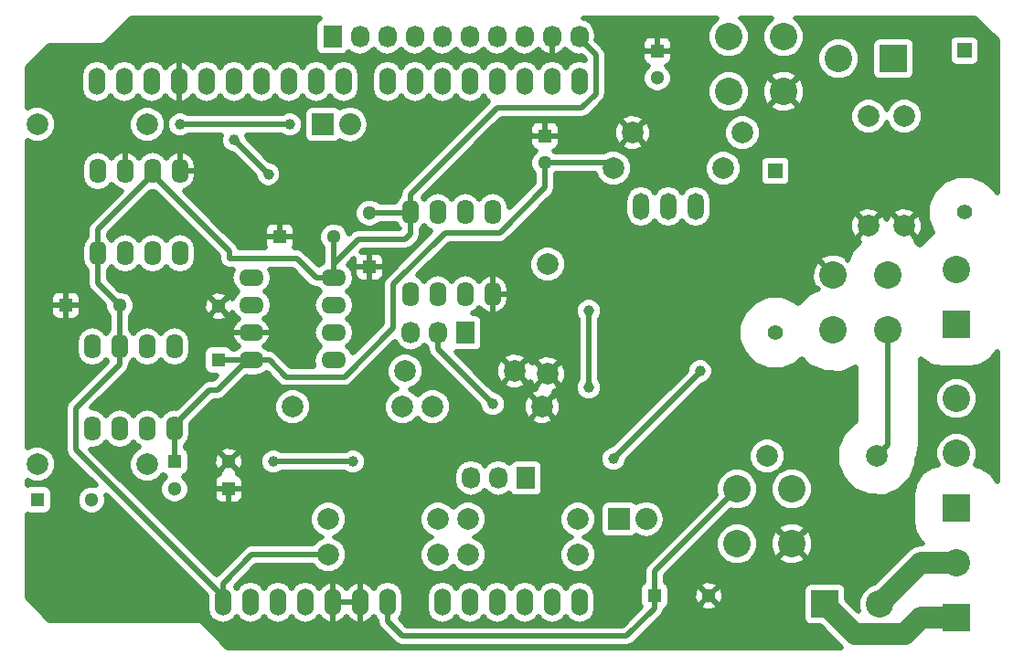
<source format=gtl>
G04 #@! TF.FileFunction,Copper,L1,Top,Signal*
%FSLAX46Y46*%
G04 Gerber Fmt 4.6, Leading zero omitted, Abs format (unit mm)*
G04 Created by KiCad (PCBNEW 4.0.2+dfsg1-stable) date lun. 01 août 2016 20:38:27 CEST*
%MOMM*%
G01*
G04 APERTURE LIST*
%ADD10C,0.100000*%
%ADD11O,1.524000X2.540000*%
%ADD12C,2.540000*%
%ADD13R,2.540000X2.540000*%
%ADD14C,1.998980*%
%ADD15R,1.300000X1.300000*%
%ADD16C,1.300000*%
%ADD17R,1.727200X2.032000*%
%ADD18O,1.727200X2.032000*%
%ADD19O,2.300000X1.600000*%
%ADD20O,1.600000X2.300000*%
%ADD21O,1.501140X2.499360*%
%ADD22R,1.400000X1.400000*%
%ADD23C,1.400000*%
%ADD24R,2.032000X2.032000*%
%ADD25O,2.032000X2.032000*%
%ADD26C,1.000000*%
%ADD27C,0.500000*%
%ADD28C,2.000000*%
G04 APERTURE END LIST*
D10*
D11*
X212001100Y-102463600D03*
X209461100Y-102463600D03*
X206921100Y-102463600D03*
X199301100Y-102463600D03*
X201841100Y-102463600D03*
X204381100Y-102463600D03*
X194221100Y-102463600D03*
X191681100Y-102463600D03*
X189141100Y-102463600D03*
X184061100Y-102463600D03*
X181521100Y-102463600D03*
X212001100Y-54203600D03*
X209461100Y-54203600D03*
X206921100Y-54203600D03*
X204381100Y-54203600D03*
X201841100Y-54203600D03*
X199301100Y-54203600D03*
X196761100Y-54203600D03*
X194221100Y-54203600D03*
X190157100Y-54203600D03*
X187617100Y-54203600D03*
X185077100Y-54203600D03*
X182537100Y-54203600D03*
X179997100Y-54203600D03*
X177457100Y-54203600D03*
X174917100Y-54203600D03*
X172377100Y-54203600D03*
X186601100Y-102463600D03*
X169837100Y-54203600D03*
X167297100Y-54203600D03*
X178981100Y-102463600D03*
D12*
X226568000Y-91948000D03*
X226568000Y-97028000D03*
X231648000Y-97028000D03*
X231648000Y-91948000D03*
X240554919Y-77199081D03*
X240554919Y-72119081D03*
X235474919Y-72119081D03*
X235474919Y-77199081D03*
X230886000Y-55118000D03*
X230886000Y-50038000D03*
X225806000Y-50038000D03*
X225806000Y-55118000D03*
D13*
X234696000Y-102616000D03*
D12*
X239776000Y-102616000D03*
D14*
X188722000Y-94742000D03*
X198882000Y-94742000D03*
D15*
X178562000Y-80010000D03*
D16*
X178562000Y-75010000D03*
D13*
X246888000Y-93726000D03*
D12*
X246888000Y-88646000D03*
X246888000Y-83566000D03*
D15*
X218948000Y-101854000D03*
D16*
X223948000Y-101854000D03*
D15*
X179498000Y-91948000D03*
D16*
X174498000Y-91948000D03*
D15*
X161798000Y-92964000D03*
D16*
X166798000Y-92964000D03*
X219202000Y-53848000D03*
D15*
X219202000Y-51348000D03*
D16*
X208788000Y-61722000D03*
D15*
X208788000Y-59222000D03*
X174498000Y-89408000D03*
D16*
X179498000Y-89408000D03*
D15*
X164418000Y-74930000D03*
D16*
X169418000Y-74930000D03*
D15*
X192532000Y-71374000D03*
D16*
X192532000Y-66374000D03*
D15*
X184230000Y-68580000D03*
D16*
X189230000Y-68580000D03*
D17*
X201422000Y-77470000D03*
D18*
X198882000Y-77470000D03*
X196342000Y-77470000D03*
D17*
X207010000Y-90932000D03*
D18*
X204470000Y-90932000D03*
X201930000Y-90932000D03*
D13*
X246888000Y-103886000D03*
D12*
X246888000Y-98806000D03*
D13*
X246888000Y-76708000D03*
D12*
X246888000Y-71628000D03*
D13*
X241046000Y-52070000D03*
D12*
X235966000Y-52070000D03*
D14*
X201676000Y-98044000D03*
X211836000Y-98044000D03*
X188722000Y-98044000D03*
X198882000Y-98044000D03*
X201676000Y-94742000D03*
X211836000Y-94742000D03*
X161798000Y-89662000D03*
X171958000Y-89662000D03*
X171958000Y-58166000D03*
X161798000Y-58166000D03*
X238760000Y-67564000D03*
X238760000Y-57404000D03*
X242062000Y-67564000D03*
X242062000Y-57404000D03*
X239522000Y-88900000D03*
X229362000Y-88900000D03*
X209042000Y-71120000D03*
X209042000Y-81280000D03*
X195834000Y-81026000D03*
X205994000Y-81026000D03*
X208534000Y-84328000D03*
X198374000Y-84328000D03*
X185420000Y-84328000D03*
X195580000Y-84328000D03*
X216916000Y-58928000D03*
X227076000Y-58928000D03*
X225298000Y-62230000D03*
X215138000Y-62230000D03*
D19*
X181610000Y-72390000D03*
X181610000Y-74930000D03*
X181610000Y-77470000D03*
X181610000Y-80010000D03*
X189230000Y-80010000D03*
X189230000Y-77470000D03*
X189230000Y-74930000D03*
X189230000Y-72390000D03*
D20*
X166878000Y-86360000D03*
X169418000Y-86360000D03*
X171958000Y-86360000D03*
X174498000Y-86360000D03*
X174498000Y-78740000D03*
X171958000Y-78740000D03*
X169418000Y-78740000D03*
X166878000Y-78740000D03*
X167386000Y-70104000D03*
X169926000Y-70104000D03*
X172466000Y-70104000D03*
X175006000Y-70104000D03*
X175006000Y-62484000D03*
X172466000Y-62484000D03*
X169926000Y-62484000D03*
X167386000Y-62484000D03*
D21*
X220218000Y-65786000D03*
X222758000Y-65786000D03*
X217678000Y-65786000D03*
D20*
X196342000Y-73914000D03*
X198882000Y-73914000D03*
X201422000Y-73914000D03*
X203962000Y-73914000D03*
X203962000Y-66294000D03*
X201422000Y-66294000D03*
X198882000Y-66294000D03*
X196342000Y-66294000D03*
D17*
X189103000Y-50038000D03*
D18*
X191643000Y-50038000D03*
X194183000Y-50038000D03*
X196723000Y-50038000D03*
X199263000Y-50038000D03*
X201803000Y-50038000D03*
X204343000Y-50038000D03*
X206883000Y-50038000D03*
X209423000Y-50038000D03*
X211963000Y-50038000D03*
D22*
X230124000Y-62470000D03*
D23*
X230124000Y-77470000D03*
D22*
X247650000Y-51308000D03*
D23*
X247650000Y-66308000D03*
D24*
X215646000Y-94742000D03*
D25*
X218186000Y-94742000D03*
D24*
X188214000Y-58166000D03*
D25*
X190754000Y-58166000D03*
D26*
X200406000Y-70612000D03*
X212852000Y-75438000D03*
X212852000Y-82550000D03*
X203962000Y-84074000D03*
X191008000Y-89408000D03*
X183642000Y-89408000D03*
X223158255Y-81026000D03*
X215138000Y-89154000D03*
X185166000Y-58166000D03*
X175006000Y-58166000D03*
X183169674Y-62787792D03*
X179992345Y-59610464D03*
D27*
X218948000Y-99568000D02*
X226568000Y-91948000D01*
X218948000Y-101854000D02*
X218948000Y-99568000D01*
X194221100Y-102463600D02*
X194221100Y-104233600D01*
X194221100Y-104233600D02*
X195583835Y-105596335D01*
X195583835Y-105596335D02*
X216355665Y-105596335D01*
X216355665Y-105596335D02*
X218948000Y-103004000D01*
X218948000Y-103004000D02*
X218948000Y-101854000D01*
X246380000Y-71882000D02*
X246634000Y-71628000D01*
X174498000Y-89408000D02*
X174498000Y-86360000D01*
X181610000Y-80010000D02*
X183260000Y-80010000D01*
X194728390Y-72985565D02*
X199519945Y-68194010D01*
X183260000Y-80010000D02*
X184810010Y-81560010D01*
X208788000Y-62641238D02*
X208788000Y-61722000D01*
X184810010Y-81560010D02*
X190222035Y-81560010D01*
X190222035Y-81560010D02*
X194728390Y-77053655D01*
X199519945Y-68194010D02*
X204604035Y-68194010D01*
X194728390Y-77053655D02*
X194728390Y-72985565D01*
X204604035Y-68194010D02*
X208788000Y-64010045D01*
X208788000Y-64010045D02*
X208788000Y-62641238D01*
X178562000Y-80010000D02*
X181610000Y-80010000D01*
X177704000Y-82804000D02*
X178466000Y-82804000D01*
X178466000Y-82804000D02*
X181260000Y-80010000D01*
X181260000Y-80010000D02*
X181610000Y-80010000D01*
X174498000Y-86360000D02*
X174498000Y-86010000D01*
X174498000Y-86010000D02*
X177704000Y-82804000D01*
X208788000Y-61722000D02*
X214630000Y-61722000D01*
X214630000Y-61722000D02*
X215138000Y-62230000D01*
X167386000Y-72898000D02*
X167386000Y-70104000D01*
X169418000Y-74930000D02*
X167386000Y-72898000D01*
X169418000Y-78740000D02*
X169418000Y-74930000D01*
X204344000Y-56642000D02*
X212209005Y-56642000D01*
X212209005Y-56642000D02*
X213513110Y-55337895D01*
X213513110Y-55337895D02*
X213513110Y-51740510D01*
X211963000Y-50190400D02*
X211963000Y-50038000D01*
X213513110Y-51740510D02*
X211963000Y-50190400D01*
X196342000Y-66294000D02*
X196342000Y-64644000D01*
X196342000Y-64644000D02*
X204344000Y-56642000D01*
X169418000Y-78740000D02*
X169418000Y-80390000D01*
X165327990Y-88302490D02*
X178981100Y-101955600D01*
X169418000Y-80390000D02*
X165327990Y-84480010D01*
X165327990Y-84480010D02*
X165327990Y-88302490D01*
X178981100Y-101955600D02*
X178981100Y-102463600D01*
X169418000Y-78390000D02*
X169418000Y-78740000D01*
X179578000Y-70612000D02*
X179578000Y-69946000D01*
X179578000Y-69946000D02*
X172466000Y-62834000D01*
X172466000Y-62834000D02*
X172466000Y-62484000D01*
X185802000Y-70612000D02*
X179578000Y-70612000D01*
X189230000Y-72390000D02*
X187580000Y-72390000D01*
X187580000Y-72390000D02*
X185802000Y-70612000D01*
X195834000Y-68834000D02*
X196342000Y-68326000D01*
X196342000Y-68326000D02*
X196342000Y-66294000D01*
X191486000Y-68834000D02*
X195834000Y-68834000D01*
X189230000Y-72390000D02*
X189230000Y-71090000D01*
X189230000Y-71090000D02*
X191486000Y-68834000D01*
X192532000Y-66374000D02*
X196262000Y-66374000D01*
X196262000Y-66374000D02*
X196342000Y-66294000D01*
X189230000Y-68580000D02*
X189230000Y-72390000D01*
X167386000Y-70104000D02*
X167386000Y-67914000D01*
X167386000Y-67914000D02*
X172466000Y-62834000D01*
X178981100Y-102463600D02*
X178981100Y-100693600D01*
X178981100Y-100693600D02*
X181630700Y-98044000D01*
X181630700Y-98044000D02*
X187308508Y-98044000D01*
X187308508Y-98044000D02*
X188722000Y-98044000D01*
D28*
X234696000Y-102616000D02*
X237466001Y-105386001D01*
X237466001Y-105386001D02*
X242117999Y-105386001D01*
X242117999Y-105386001D02*
X243618000Y-103886000D01*
X243618000Y-103886000D02*
X246888000Y-103886000D01*
D27*
X240554919Y-77199081D02*
X240554919Y-87867081D01*
X240554919Y-87867081D02*
X239522000Y-88900000D01*
X240538000Y-77216000D02*
X240554919Y-77199081D01*
X212852000Y-82550000D02*
X212852000Y-75438000D01*
X198882000Y-77470000D02*
X198882000Y-78994000D01*
X198882000Y-78994000D02*
X203962000Y-84074000D01*
X183642000Y-89408000D02*
X191008000Y-89408000D01*
X215138000Y-89154000D02*
X223158255Y-81133745D01*
X223158255Y-81133745D02*
X223158255Y-81026000D01*
X175006000Y-58166000D02*
X185166000Y-58166000D01*
X182669675Y-62287793D02*
X183169674Y-62787792D01*
X180492345Y-60110463D02*
X182669675Y-62287793D01*
X179992345Y-59610464D02*
X180492345Y-60110463D01*
D28*
X239776000Y-102616000D02*
X243586000Y-98806000D01*
X243586000Y-98806000D02*
X246888000Y-98806000D01*
D27*
G36*
X187700514Y-48468015D02*
X187527440Y-48721318D01*
X187466550Y-49022000D01*
X187466550Y-51054000D01*
X187519405Y-51334898D01*
X187685415Y-51592886D01*
X187938718Y-51765960D01*
X188239400Y-51826850D01*
X189966600Y-51826850D01*
X190247498Y-51773995D01*
X190505486Y-51607985D01*
X190613420Y-51450018D01*
X191022441Y-51723318D01*
X191643000Y-51846755D01*
X192263559Y-51723318D01*
X192789644Y-51371799D01*
X192913000Y-51187184D01*
X193036356Y-51371799D01*
X193562441Y-51723318D01*
X194183000Y-51846755D01*
X194803559Y-51723318D01*
X195329644Y-51371799D01*
X195453000Y-51187184D01*
X195576356Y-51371799D01*
X196102441Y-51723318D01*
X196723000Y-51846755D01*
X197343559Y-51723318D01*
X197869644Y-51371799D01*
X197993000Y-51187184D01*
X198116356Y-51371799D01*
X198642441Y-51723318D01*
X199263000Y-51846755D01*
X199883559Y-51723318D01*
X200409644Y-51371799D01*
X200533000Y-51187184D01*
X200656356Y-51371799D01*
X201182441Y-51723318D01*
X201803000Y-51846755D01*
X202423559Y-51723318D01*
X202949644Y-51371799D01*
X203073000Y-51187184D01*
X203196356Y-51371799D01*
X203722441Y-51723318D01*
X204343000Y-51846755D01*
X204963559Y-51723318D01*
X205489644Y-51371799D01*
X205613000Y-51187184D01*
X205736356Y-51371799D01*
X206262441Y-51723318D01*
X206883000Y-51846755D01*
X207503559Y-51723318D01*
X208029644Y-51371799D01*
X208164776Y-51169560D01*
X208279184Y-51339873D01*
X208806136Y-51690094D01*
X209165376Y-51791405D01*
X209419000Y-51622494D01*
X209419000Y-50042000D01*
X209399000Y-50042000D01*
X209399000Y-50034000D01*
X209419000Y-50034000D01*
X209419000Y-50014000D01*
X209427000Y-50014000D01*
X209427000Y-50034000D01*
X209447000Y-50034000D01*
X209447000Y-50042000D01*
X209427000Y-50042000D01*
X209427000Y-51622494D01*
X209680624Y-51791405D01*
X210039864Y-51690094D01*
X210566816Y-51339873D01*
X210681224Y-51169560D01*
X210816356Y-51371799D01*
X211342441Y-51723318D01*
X211963000Y-51846755D01*
X212155531Y-51808458D01*
X212505110Y-52158037D01*
X212505110Y-52236123D01*
X212001100Y-52135869D01*
X211419421Y-52251572D01*
X210926298Y-52581067D01*
X210731100Y-52873201D01*
X210535902Y-52581067D01*
X210042779Y-52251572D01*
X209461100Y-52135869D01*
X208879421Y-52251572D01*
X208386298Y-52581067D01*
X208191100Y-52873201D01*
X207995902Y-52581067D01*
X207502779Y-52251572D01*
X206921100Y-52135869D01*
X206339421Y-52251572D01*
X205846298Y-52581067D01*
X205651100Y-52873201D01*
X205455902Y-52581067D01*
X204962779Y-52251572D01*
X204381100Y-52135869D01*
X203799421Y-52251572D01*
X203306298Y-52581067D01*
X203111100Y-52873201D01*
X202915902Y-52581067D01*
X202422779Y-52251572D01*
X201841100Y-52135869D01*
X201259421Y-52251572D01*
X200766298Y-52581067D01*
X200571100Y-52873201D01*
X200375902Y-52581067D01*
X199882779Y-52251572D01*
X199301100Y-52135869D01*
X198719421Y-52251572D01*
X198226298Y-52581067D01*
X198031100Y-52873201D01*
X197835902Y-52581067D01*
X197342779Y-52251572D01*
X196761100Y-52135869D01*
X196179421Y-52251572D01*
X195686298Y-52581067D01*
X195491100Y-52873201D01*
X195295902Y-52581067D01*
X194802779Y-52251572D01*
X194221100Y-52135869D01*
X193639421Y-52251572D01*
X193146298Y-52581067D01*
X192816803Y-53074190D01*
X192701100Y-53655869D01*
X192701100Y-54751331D01*
X192816803Y-55333010D01*
X193146298Y-55826133D01*
X193639421Y-56155628D01*
X194221100Y-56271331D01*
X194802779Y-56155628D01*
X195295902Y-55826133D01*
X195491100Y-55533999D01*
X195686298Y-55826133D01*
X196179421Y-56155628D01*
X196761100Y-56271331D01*
X197342779Y-56155628D01*
X197835902Y-55826133D01*
X198031100Y-55533999D01*
X198226298Y-55826133D01*
X198719421Y-56155628D01*
X199301100Y-56271331D01*
X199882779Y-56155628D01*
X200375902Y-55826133D01*
X200571100Y-55533999D01*
X200766298Y-55826133D01*
X201259421Y-56155628D01*
X201841100Y-56271331D01*
X202422779Y-56155628D01*
X202915902Y-55826133D01*
X203111100Y-55533999D01*
X203306298Y-55826133D01*
X203562890Y-55997582D01*
X195629236Y-63931236D01*
X195410729Y-64258255D01*
X195333999Y-64644000D01*
X195334000Y-64644005D01*
X195334000Y-64742358D01*
X195240328Y-64804948D01*
X194902596Y-65310399D01*
X194891536Y-65366000D01*
X193515235Y-65366000D01*
X193330609Y-65181052D01*
X192813297Y-64966245D01*
X192253160Y-64965756D01*
X191735474Y-65179660D01*
X191339052Y-65575391D01*
X191124245Y-66092703D01*
X191123756Y-66652840D01*
X191337660Y-67170526D01*
X191733391Y-67566948D01*
X192250703Y-67781755D01*
X192810840Y-67782244D01*
X193328526Y-67568340D01*
X193515191Y-67382000D01*
X194972353Y-67382000D01*
X195240328Y-67783052D01*
X195304604Y-67826000D01*
X191486005Y-67826000D01*
X191486000Y-67825999D01*
X191100255Y-67902729D01*
X190773236Y-68121236D01*
X190773234Y-68121239D01*
X190625107Y-68269366D01*
X190424340Y-67783474D01*
X190028609Y-67387052D01*
X189511297Y-67172245D01*
X188951160Y-67171756D01*
X188433474Y-67385660D01*
X188037052Y-67781391D01*
X187822245Y-68298703D01*
X187821756Y-68858840D01*
X188035660Y-69376526D01*
X188222000Y-69563191D01*
X188222000Y-70966899D01*
X187838604Y-71223076D01*
X186514764Y-69899236D01*
X186187745Y-69680729D01*
X185802000Y-69603999D01*
X185801995Y-69604000D01*
X185545538Y-69604000D01*
X185638000Y-69380775D01*
X185638000Y-68773500D01*
X185448500Y-68584000D01*
X184234000Y-68584000D01*
X184234000Y-68604000D01*
X184226000Y-68604000D01*
X184226000Y-68584000D01*
X183011500Y-68584000D01*
X182822000Y-68773500D01*
X182822000Y-69380775D01*
X182914462Y-69604000D01*
X180517972Y-69604000D01*
X180509271Y-69560255D01*
X180290764Y-69233236D01*
X178836753Y-67779225D01*
X182822000Y-67779225D01*
X182822000Y-68386500D01*
X183011500Y-68576000D01*
X184226000Y-68576000D01*
X184226000Y-67361500D01*
X184234000Y-67361500D01*
X184234000Y-68576000D01*
X185448500Y-68576000D01*
X185638000Y-68386500D01*
X185638000Y-67779225D01*
X185522602Y-67500628D01*
X185309373Y-67287399D01*
X185030776Y-67172000D01*
X184423500Y-67172000D01*
X184234000Y-67361500D01*
X184226000Y-67361500D01*
X184036500Y-67172000D01*
X183429224Y-67172000D01*
X183150627Y-67287399D01*
X182937398Y-67500628D01*
X182822000Y-67779225D01*
X178836753Y-67779225D01*
X175390991Y-64333463D01*
X175598525Y-64274935D01*
X176104844Y-63938501D01*
X176443874Y-63433916D01*
X176564000Y-62838000D01*
X176564000Y-62488000D01*
X175010000Y-62488000D01*
X175010000Y-62508000D01*
X175002000Y-62508000D01*
X175002000Y-62488000D01*
X174982000Y-62488000D01*
X174982000Y-62480000D01*
X175002000Y-62480000D01*
X175002000Y-60765506D01*
X175010000Y-60765506D01*
X175010000Y-62480000D01*
X176564000Y-62480000D01*
X176564000Y-62130000D01*
X176443874Y-61534084D01*
X176104844Y-61029499D01*
X175598525Y-60693065D01*
X175253675Y-60595812D01*
X175010000Y-60765506D01*
X175002000Y-60765506D01*
X174758325Y-60595812D01*
X174413475Y-60693065D01*
X173907156Y-61029499D01*
X173748518Y-61265603D01*
X173567672Y-60994948D01*
X173062221Y-60657216D01*
X172466000Y-60538620D01*
X171869779Y-60657216D01*
X171364328Y-60994948D01*
X171183482Y-61265603D01*
X171024844Y-61029499D01*
X170518525Y-60693065D01*
X170173675Y-60595812D01*
X169930000Y-60765506D01*
X169930000Y-62480000D01*
X169950000Y-62480000D01*
X169950000Y-62488000D01*
X169930000Y-62488000D01*
X169930000Y-62508000D01*
X169922000Y-62508000D01*
X169922000Y-62488000D01*
X169902000Y-62488000D01*
X169902000Y-62480000D01*
X169922000Y-62480000D01*
X169922000Y-60765506D01*
X169678325Y-60595812D01*
X169333475Y-60693065D01*
X168827156Y-61029499D01*
X168668518Y-61265603D01*
X168487672Y-60994948D01*
X167982221Y-60657216D01*
X167386000Y-60538620D01*
X166789779Y-60657216D01*
X166284328Y-60994948D01*
X165946596Y-61500399D01*
X165828000Y-62096620D01*
X165828000Y-62871380D01*
X165946596Y-63467601D01*
X166284328Y-63973052D01*
X166789779Y-64310784D01*
X167386000Y-64429380D01*
X167982221Y-64310784D01*
X168487672Y-63973052D01*
X168668518Y-63702397D01*
X168827156Y-63938501D01*
X169333475Y-64274935D01*
X169541009Y-64333463D01*
X166673236Y-67201236D01*
X166454729Y-67528255D01*
X166377999Y-67914000D01*
X166378000Y-67914005D01*
X166378000Y-68552358D01*
X166284328Y-68614948D01*
X165946596Y-69120399D01*
X165828000Y-69716620D01*
X165828000Y-70491380D01*
X165946596Y-71087601D01*
X166284328Y-71593052D01*
X166378000Y-71655642D01*
X166378000Y-72897995D01*
X166377999Y-72898000D01*
X166454729Y-73283745D01*
X166673236Y-73610764D01*
X168009984Y-74947512D01*
X168009756Y-75208840D01*
X168223660Y-75726526D01*
X168410000Y-75913191D01*
X168410000Y-77188358D01*
X168316328Y-77250948D01*
X168148000Y-77502868D01*
X167979672Y-77250948D01*
X167474221Y-76913216D01*
X166878000Y-76794620D01*
X166281779Y-76913216D01*
X165776328Y-77250948D01*
X165438596Y-77756399D01*
X165320000Y-78352620D01*
X165320000Y-79127380D01*
X165438596Y-79723601D01*
X165776328Y-80229052D01*
X166281779Y-80566784D01*
X166878000Y-80685380D01*
X167474221Y-80566784D01*
X167979672Y-80229052D01*
X168148000Y-79977132D01*
X168251077Y-80131396D01*
X164615226Y-83767246D01*
X164396719Y-84094265D01*
X164319989Y-84480010D01*
X164319990Y-84480015D01*
X164319990Y-88302485D01*
X164319989Y-88302490D01*
X164396719Y-88688235D01*
X164615226Y-89015254D01*
X167210838Y-91610866D01*
X167079297Y-91556245D01*
X166519160Y-91555756D01*
X166001474Y-91769660D01*
X165605052Y-92165391D01*
X165390245Y-92682703D01*
X165389756Y-93242840D01*
X165603660Y-93760526D01*
X165999391Y-94156948D01*
X166516703Y-94371755D01*
X167076840Y-94372244D01*
X167594526Y-94158340D01*
X167990948Y-93762609D01*
X168205755Y-93245297D01*
X168206244Y-92685160D01*
X168150696Y-92550724D01*
X177470182Y-101870209D01*
X177461100Y-101915869D01*
X177461100Y-103011331D01*
X177576803Y-103593010D01*
X177906298Y-104086133D01*
X178399421Y-104415628D01*
X178981100Y-104531331D01*
X179562779Y-104415628D01*
X180055902Y-104086133D01*
X180251100Y-103793999D01*
X180446298Y-104086133D01*
X180939421Y-104415628D01*
X181521100Y-104531331D01*
X182102779Y-104415628D01*
X182595902Y-104086133D01*
X182791100Y-103793999D01*
X182986298Y-104086133D01*
X183479421Y-104415628D01*
X184061100Y-104531331D01*
X184642779Y-104415628D01*
X185135902Y-104086133D01*
X185331100Y-103793999D01*
X185526298Y-104086133D01*
X186019421Y-104415628D01*
X186601100Y-104531331D01*
X187182779Y-104415628D01*
X187675902Y-104086133D01*
X187884319Y-103774216D01*
X188069126Y-104049230D01*
X188563116Y-104377427D01*
X188899370Y-104472256D01*
X189137100Y-104302094D01*
X189137100Y-102467600D01*
X189145100Y-102467600D01*
X189145100Y-104302094D01*
X189382830Y-104472256D01*
X189719084Y-104377427D01*
X190213074Y-104049230D01*
X190411100Y-103754545D01*
X190609126Y-104049230D01*
X191103116Y-104377427D01*
X191439370Y-104472256D01*
X191677100Y-104302094D01*
X191677100Y-102467600D01*
X189145100Y-102467600D01*
X189137100Y-102467600D01*
X189117100Y-102467600D01*
X189117100Y-102459600D01*
X189137100Y-102459600D01*
X189137100Y-100625106D01*
X189145100Y-100625106D01*
X189145100Y-102459600D01*
X191677100Y-102459600D01*
X191677100Y-100625106D01*
X191685100Y-100625106D01*
X191685100Y-102459600D01*
X191705100Y-102459600D01*
X191705100Y-102467600D01*
X191685100Y-102467600D01*
X191685100Y-104302094D01*
X191922830Y-104472256D01*
X192259084Y-104377427D01*
X192753074Y-104049230D01*
X192937881Y-103774216D01*
X193146298Y-104086133D01*
X193213100Y-104130769D01*
X193213100Y-104233595D01*
X193213099Y-104233600D01*
X193289829Y-104619345D01*
X193508336Y-104946364D01*
X194871069Y-106309096D01*
X194871071Y-106309099D01*
X195198090Y-106527606D01*
X195583835Y-106604335D01*
X216355660Y-106604335D01*
X216355665Y-106604336D01*
X216741410Y-106527606D01*
X217068429Y-106309099D01*
X219660761Y-103716766D01*
X219660764Y-103716764D01*
X219879271Y-103389745D01*
X219917135Y-103199391D01*
X220136886Y-103057985D01*
X220309960Y-102804682D01*
X220323475Y-102737939D01*
X223069718Y-102737939D01*
X223107425Y-103017758D01*
X223616761Y-103250846D01*
X224176525Y-103271277D01*
X224701498Y-103075941D01*
X224788575Y-103017758D01*
X224826282Y-102737939D01*
X223948000Y-101859657D01*
X223069718Y-102737939D01*
X220323475Y-102737939D01*
X220370850Y-102504000D01*
X220370850Y-102082525D01*
X222530723Y-102082525D01*
X222726059Y-102607498D01*
X222784242Y-102694575D01*
X223064061Y-102732282D01*
X223942343Y-101854000D01*
X223953657Y-101854000D01*
X224831939Y-102732282D01*
X225111758Y-102694575D01*
X225344846Y-102185239D01*
X225365277Y-101625475D01*
X225169941Y-101100502D01*
X225111758Y-101013425D01*
X224831939Y-100975718D01*
X223953657Y-101854000D01*
X223942343Y-101854000D01*
X223064061Y-100975718D01*
X222784242Y-101013425D01*
X222551154Y-101522761D01*
X222530723Y-102082525D01*
X220370850Y-102082525D01*
X220370850Y-101204000D01*
X220326832Y-100970061D01*
X223069718Y-100970061D01*
X223948000Y-101848343D01*
X224826282Y-100970061D01*
X224788575Y-100690242D01*
X224279239Y-100457154D01*
X223719475Y-100436723D01*
X223194502Y-100632059D01*
X223107425Y-100690242D01*
X223069718Y-100970061D01*
X220326832Y-100970061D01*
X220317995Y-100923102D01*
X220151985Y-100665114D01*
X219956000Y-100531204D01*
X219956000Y-99985528D01*
X222511903Y-97429624D01*
X224539649Y-97429624D01*
X224847743Y-98175269D01*
X225417730Y-98746252D01*
X226162836Y-99055647D01*
X226969624Y-99056351D01*
X227715269Y-98748257D01*
X228105271Y-98358935D01*
X230322721Y-98358935D01*
X230435857Y-98703178D01*
X231169188Y-99039529D01*
X231975414Y-99069644D01*
X232731795Y-98788937D01*
X232860143Y-98703178D01*
X232973279Y-98358935D01*
X231648000Y-97033657D01*
X230322721Y-98358935D01*
X228105271Y-98358935D01*
X228286252Y-98178270D01*
X228595647Y-97433164D01*
X228595714Y-97355414D01*
X229606356Y-97355414D01*
X229887063Y-98111795D01*
X229972822Y-98240143D01*
X230317065Y-98353279D01*
X231642343Y-97028000D01*
X231653657Y-97028000D01*
X232978935Y-98353279D01*
X233323178Y-98240143D01*
X233659529Y-97506812D01*
X233689644Y-96700586D01*
X233408937Y-95944205D01*
X233323178Y-95815857D01*
X232978935Y-95702721D01*
X231653657Y-97028000D01*
X231642343Y-97028000D01*
X230317065Y-95702721D01*
X229972822Y-95815857D01*
X229636471Y-96549188D01*
X229606356Y-97355414D01*
X228595714Y-97355414D01*
X228596351Y-96626376D01*
X228288257Y-95880731D01*
X228104912Y-95697065D01*
X230322721Y-95697065D01*
X231648000Y-97022343D01*
X232973279Y-95697065D01*
X232860143Y-95352822D01*
X232126812Y-95016471D01*
X231320586Y-94986356D01*
X230564205Y-95267063D01*
X230435857Y-95352822D01*
X230322721Y-95697065D01*
X228104912Y-95697065D01*
X227718270Y-95309748D01*
X226973164Y-95000353D01*
X226166376Y-94999649D01*
X225420731Y-95307743D01*
X224849748Y-95877730D01*
X224540353Y-96622836D01*
X224539649Y-97429624D01*
X222511903Y-97429624D01*
X226023668Y-93917859D01*
X226162836Y-93975647D01*
X226969624Y-93976351D01*
X227715269Y-93668257D01*
X228286252Y-93098270D01*
X228595647Y-92353164D01*
X228596351Y-91546376D01*
X228288257Y-90800731D01*
X227718270Y-90229748D01*
X226973164Y-89920353D01*
X226166376Y-89919649D01*
X225420731Y-90227743D01*
X224849748Y-90797730D01*
X224540353Y-91542836D01*
X224539649Y-92349624D01*
X224598476Y-92491997D01*
X218235236Y-98855236D01*
X218016729Y-99182255D01*
X217939999Y-99568000D01*
X217940000Y-99568005D01*
X217940000Y-100533619D01*
X217759114Y-100650015D01*
X217586040Y-100903318D01*
X217525150Y-101204000D01*
X217525150Y-102504000D01*
X217578005Y-102784898D01*
X217642048Y-102884425D01*
X215938137Y-104588335D01*
X196001362Y-104588335D01*
X195377316Y-103964288D01*
X195625397Y-103593010D01*
X195741100Y-103011331D01*
X195741100Y-101915869D01*
X197781100Y-101915869D01*
X197781100Y-103011331D01*
X197896803Y-103593010D01*
X198226298Y-104086133D01*
X198719421Y-104415628D01*
X199301100Y-104531331D01*
X199882779Y-104415628D01*
X200375902Y-104086133D01*
X200571100Y-103793999D01*
X200766298Y-104086133D01*
X201259421Y-104415628D01*
X201841100Y-104531331D01*
X202422779Y-104415628D01*
X202915902Y-104086133D01*
X203111100Y-103793999D01*
X203306298Y-104086133D01*
X203799421Y-104415628D01*
X204381100Y-104531331D01*
X204962779Y-104415628D01*
X205455902Y-104086133D01*
X205651100Y-103793999D01*
X205846298Y-104086133D01*
X206339421Y-104415628D01*
X206921100Y-104531331D01*
X207502779Y-104415628D01*
X207995902Y-104086133D01*
X208191100Y-103793999D01*
X208386298Y-104086133D01*
X208879421Y-104415628D01*
X209461100Y-104531331D01*
X210042779Y-104415628D01*
X210535902Y-104086133D01*
X210731100Y-103793999D01*
X210926298Y-104086133D01*
X211419421Y-104415628D01*
X212001100Y-104531331D01*
X212582779Y-104415628D01*
X213075902Y-104086133D01*
X213405397Y-103593010D01*
X213521100Y-103011331D01*
X213521100Y-101915869D01*
X213405397Y-101334190D01*
X213075902Y-100841067D01*
X212582779Y-100511572D01*
X212001100Y-100395869D01*
X211419421Y-100511572D01*
X210926298Y-100841067D01*
X210731100Y-101133201D01*
X210535902Y-100841067D01*
X210042779Y-100511572D01*
X209461100Y-100395869D01*
X208879421Y-100511572D01*
X208386298Y-100841067D01*
X208191100Y-101133201D01*
X207995902Y-100841067D01*
X207502779Y-100511572D01*
X206921100Y-100395869D01*
X206339421Y-100511572D01*
X205846298Y-100841067D01*
X205651100Y-101133201D01*
X205455902Y-100841067D01*
X204962779Y-100511572D01*
X204381100Y-100395869D01*
X203799421Y-100511572D01*
X203306298Y-100841067D01*
X203111100Y-101133201D01*
X202915902Y-100841067D01*
X202422779Y-100511572D01*
X201841100Y-100395869D01*
X201259421Y-100511572D01*
X200766298Y-100841067D01*
X200571100Y-101133201D01*
X200375902Y-100841067D01*
X199882779Y-100511572D01*
X199301100Y-100395869D01*
X198719421Y-100511572D01*
X198226298Y-100841067D01*
X197896803Y-101334190D01*
X197781100Y-101915869D01*
X195741100Y-101915869D01*
X195625397Y-101334190D01*
X195295902Y-100841067D01*
X194802779Y-100511572D01*
X194221100Y-100395869D01*
X193639421Y-100511572D01*
X193146298Y-100841067D01*
X192937881Y-101152984D01*
X192753074Y-100877970D01*
X192259084Y-100549773D01*
X191922830Y-100454944D01*
X191685100Y-100625106D01*
X191677100Y-100625106D01*
X191439370Y-100454944D01*
X191103116Y-100549773D01*
X190609126Y-100877970D01*
X190411100Y-101172655D01*
X190213074Y-100877970D01*
X189719084Y-100549773D01*
X189382830Y-100454944D01*
X189145100Y-100625106D01*
X189137100Y-100625106D01*
X188899370Y-100454944D01*
X188563116Y-100549773D01*
X188069126Y-100877970D01*
X187884319Y-101152984D01*
X187675902Y-100841067D01*
X187182779Y-100511572D01*
X186601100Y-100395869D01*
X186019421Y-100511572D01*
X185526298Y-100841067D01*
X185331100Y-101133201D01*
X185135902Y-100841067D01*
X184642779Y-100511572D01*
X184061100Y-100395869D01*
X183479421Y-100511572D01*
X182986298Y-100841067D01*
X182791100Y-101133201D01*
X182595902Y-100841067D01*
X182102779Y-100511572D01*
X181521100Y-100395869D01*
X180939421Y-100511572D01*
X180446298Y-100841067D01*
X180251100Y-101133201D01*
X180137316Y-100962912D01*
X182048227Y-99052000D01*
X187244943Y-99052000D01*
X187725162Y-99533059D01*
X188370880Y-99801184D01*
X189070053Y-99801794D01*
X189716237Y-99534796D01*
X190211059Y-99040838D01*
X190479184Y-98395120D01*
X190479794Y-97695947D01*
X190212796Y-97049763D01*
X189718838Y-96554941D01*
X189328677Y-96392932D01*
X189716237Y-96232796D01*
X190211059Y-95738838D01*
X190479184Y-95093120D01*
X190479186Y-95090053D01*
X197124206Y-95090053D01*
X197391204Y-95736237D01*
X197885162Y-96231059D01*
X198275323Y-96393068D01*
X197887763Y-96553204D01*
X197392941Y-97047162D01*
X197124816Y-97692880D01*
X197124206Y-98392053D01*
X197391204Y-99038237D01*
X197885162Y-99533059D01*
X198530880Y-99801184D01*
X199230053Y-99801794D01*
X199876237Y-99534796D01*
X200279270Y-99132467D01*
X200679162Y-99533059D01*
X201324880Y-99801184D01*
X202024053Y-99801794D01*
X202670237Y-99534796D01*
X203165059Y-99040838D01*
X203433184Y-98395120D01*
X203433794Y-97695947D01*
X203166796Y-97049763D01*
X202672838Y-96554941D01*
X202282677Y-96392932D01*
X202670237Y-96232796D01*
X203165059Y-95738838D01*
X203433184Y-95093120D01*
X203433186Y-95090053D01*
X210078206Y-95090053D01*
X210345204Y-95736237D01*
X210839162Y-96231059D01*
X211229323Y-96393068D01*
X210841763Y-96553204D01*
X210346941Y-97047162D01*
X210078816Y-97692880D01*
X210078206Y-98392053D01*
X210345204Y-99038237D01*
X210839162Y-99533059D01*
X211484880Y-99801184D01*
X212184053Y-99801794D01*
X212830237Y-99534796D01*
X213325059Y-99040838D01*
X213593184Y-98395120D01*
X213593794Y-97695947D01*
X213326796Y-97049763D01*
X212832838Y-96554941D01*
X212442677Y-96392932D01*
X212830237Y-96232796D01*
X213325059Y-95738838D01*
X213593184Y-95093120D01*
X213593794Y-94393947D01*
X213326796Y-93747763D01*
X213305071Y-93726000D01*
X213857150Y-93726000D01*
X213857150Y-95758000D01*
X213910005Y-96038898D01*
X214076015Y-96296886D01*
X214329318Y-96469960D01*
X214630000Y-96530850D01*
X216662000Y-96530850D01*
X216942898Y-96477995D01*
X217200886Y-96311985D01*
X217248212Y-96242720D01*
X217507120Y-96415717D01*
X218186000Y-96550755D01*
X218864880Y-96415717D01*
X219440407Y-96031162D01*
X219824962Y-95455635D01*
X219960000Y-94776755D01*
X219960000Y-94707245D01*
X219824962Y-94028365D01*
X219440407Y-93452838D01*
X218864880Y-93068283D01*
X218186000Y-92933245D01*
X217507120Y-93068283D01*
X217250050Y-93240052D01*
X217215985Y-93187114D01*
X216962682Y-93014040D01*
X216662000Y-92953150D01*
X214630000Y-92953150D01*
X214349102Y-93006005D01*
X214091114Y-93172015D01*
X213918040Y-93425318D01*
X213857150Y-93726000D01*
X213305071Y-93726000D01*
X212832838Y-93252941D01*
X212187120Y-92984816D01*
X211487947Y-92984206D01*
X210841763Y-93251204D01*
X210346941Y-93745162D01*
X210078816Y-94390880D01*
X210078206Y-95090053D01*
X203433186Y-95090053D01*
X203433794Y-94393947D01*
X203166796Y-93747763D01*
X202672838Y-93252941D01*
X202027120Y-92984816D01*
X201327947Y-92984206D01*
X200681763Y-93251204D01*
X200278730Y-93653533D01*
X199878838Y-93252941D01*
X199233120Y-92984816D01*
X198533947Y-92984206D01*
X197887763Y-93251204D01*
X197392941Y-93745162D01*
X197124816Y-94390880D01*
X197124206Y-95090053D01*
X190479186Y-95090053D01*
X190479794Y-94393947D01*
X190212796Y-93747763D01*
X189718838Y-93252941D01*
X189073120Y-92984816D01*
X188373947Y-92984206D01*
X187727763Y-93251204D01*
X187232941Y-93745162D01*
X186964816Y-94390880D01*
X186964206Y-95090053D01*
X187231204Y-95736237D01*
X187725162Y-96231059D01*
X188115323Y-96393068D01*
X187727763Y-96553204D01*
X187244123Y-97036000D01*
X181630700Y-97036000D01*
X181244955Y-97112729D01*
X180917936Y-97331236D01*
X180917934Y-97331239D01*
X178350100Y-99899072D01*
X166726216Y-88275188D01*
X166878000Y-88305380D01*
X167474221Y-88186784D01*
X167979672Y-87849052D01*
X168148000Y-87597132D01*
X168316328Y-87849052D01*
X168821779Y-88186784D01*
X169418000Y-88305380D01*
X170014221Y-88186784D01*
X170519672Y-87849052D01*
X170688000Y-87597132D01*
X170856328Y-87849052D01*
X171195289Y-88075539D01*
X170963763Y-88171204D01*
X170468941Y-88665162D01*
X170200816Y-89310880D01*
X170200206Y-90010053D01*
X170467204Y-90656237D01*
X170961162Y-91151059D01*
X171606880Y-91419184D01*
X172306053Y-91419794D01*
X172952237Y-91152796D01*
X173421714Y-90684139D01*
X173547318Y-90769960D01*
X173661901Y-90793164D01*
X173305052Y-91149391D01*
X173090245Y-91666703D01*
X173089756Y-92226840D01*
X173303660Y-92744526D01*
X173699391Y-93140948D01*
X174216703Y-93355755D01*
X174776840Y-93356244D01*
X175294526Y-93142340D01*
X175690948Y-92746609D01*
X175905755Y-92229297D01*
X175905831Y-92141500D01*
X178090000Y-92141500D01*
X178090000Y-92748775D01*
X178205398Y-93027372D01*
X178418627Y-93240601D01*
X178697224Y-93356000D01*
X179304500Y-93356000D01*
X179494000Y-93166500D01*
X179494000Y-91952000D01*
X179502000Y-91952000D01*
X179502000Y-93166500D01*
X179691500Y-93356000D01*
X180298776Y-93356000D01*
X180577373Y-93240601D01*
X180790602Y-93027372D01*
X180906000Y-92748775D01*
X180906000Y-92141500D01*
X180716500Y-91952000D01*
X179502000Y-91952000D01*
X179494000Y-91952000D01*
X178279500Y-91952000D01*
X178090000Y-92141500D01*
X175905831Y-92141500D01*
X175906244Y-91669160D01*
X175692340Y-91151474D01*
X175688099Y-91147225D01*
X178090000Y-91147225D01*
X178090000Y-91754500D01*
X178279500Y-91944000D01*
X179494000Y-91944000D01*
X179494000Y-91924000D01*
X179502000Y-91924000D01*
X179502000Y-91944000D01*
X180716500Y-91944000D01*
X180906000Y-91754500D01*
X180906000Y-91147225D01*
X180790602Y-90868628D01*
X180666819Y-90744845D01*
X200308400Y-90744845D01*
X200308400Y-91119155D01*
X200431837Y-91739714D01*
X200783356Y-92265799D01*
X201309441Y-92617318D01*
X201930000Y-92740755D01*
X202550559Y-92617318D01*
X203076644Y-92265799D01*
X203200000Y-92081184D01*
X203323356Y-92265799D01*
X203849441Y-92617318D01*
X204470000Y-92740755D01*
X205090559Y-92617318D01*
X205500211Y-92343597D01*
X205592415Y-92486886D01*
X205845718Y-92659960D01*
X206146400Y-92720850D01*
X207873600Y-92720850D01*
X208154498Y-92667995D01*
X208412486Y-92501985D01*
X208585560Y-92248682D01*
X208646450Y-91948000D01*
X208646450Y-89916000D01*
X208593595Y-89635102D01*
X208444329Y-89403134D01*
X213879782Y-89403134D01*
X214070897Y-89865669D01*
X214424470Y-90219859D01*
X214886670Y-90411781D01*
X215387134Y-90412218D01*
X215849669Y-90221103D01*
X216203859Y-89867530D01*
X216395781Y-89405330D01*
X216395854Y-89321674D01*
X216469474Y-89248053D01*
X227604206Y-89248053D01*
X227871204Y-89894237D01*
X228365162Y-90389059D01*
X229010880Y-90657184D01*
X229710053Y-90657794D01*
X230324085Y-90404081D01*
X229929748Y-90797730D01*
X229620353Y-91542836D01*
X229619649Y-92349624D01*
X229927743Y-93095269D01*
X230497730Y-93666252D01*
X231242836Y-93975647D01*
X232049624Y-93976351D01*
X232795269Y-93668257D01*
X233366252Y-93098270D01*
X233675647Y-92353164D01*
X233676351Y-91546376D01*
X233368257Y-90800731D01*
X232798270Y-90229748D01*
X232053164Y-89920353D01*
X231246376Y-89919649D01*
X230532884Y-90214458D01*
X230851059Y-89896838D01*
X231119184Y-89251120D01*
X231119794Y-88551947D01*
X230852796Y-87905763D01*
X230358838Y-87410941D01*
X229713120Y-87142816D01*
X229013947Y-87142206D01*
X228367763Y-87409204D01*
X227872941Y-87903162D01*
X227604816Y-88548880D01*
X227604206Y-89248053D01*
X216469474Y-89248053D01*
X223451560Y-82265967D01*
X223869924Y-82093103D01*
X224224114Y-81739530D01*
X224416036Y-81277330D01*
X224416473Y-80776866D01*
X224225358Y-80314331D01*
X223871785Y-79960141D01*
X223409585Y-79768219D01*
X222909121Y-79767782D01*
X222446586Y-79958897D01*
X222092396Y-80312470D01*
X221900474Y-80774670D01*
X221900307Y-80966166D01*
X214970619Y-87895853D01*
X214888866Y-87895782D01*
X214426331Y-88086897D01*
X214072141Y-88440470D01*
X213880219Y-88902670D01*
X213879782Y-89403134D01*
X208444329Y-89403134D01*
X208427585Y-89377114D01*
X208174282Y-89204040D01*
X207873600Y-89143150D01*
X206146400Y-89143150D01*
X205865502Y-89196005D01*
X205607514Y-89362015D01*
X205499580Y-89519982D01*
X205090559Y-89246682D01*
X204470000Y-89123245D01*
X203849441Y-89246682D01*
X203323356Y-89598201D01*
X203200000Y-89782816D01*
X203076644Y-89598201D01*
X202550559Y-89246682D01*
X201930000Y-89123245D01*
X201309441Y-89246682D01*
X200783356Y-89598201D01*
X200431837Y-90124286D01*
X200308400Y-90744845D01*
X180666819Y-90744845D01*
X180577373Y-90655399D01*
X180340524Y-90557293D01*
X180376282Y-90291939D01*
X179498000Y-89413657D01*
X178619718Y-90291939D01*
X178655476Y-90557293D01*
X178418627Y-90655399D01*
X178205398Y-90868628D01*
X178090000Y-91147225D01*
X175688099Y-91147225D01*
X175336810Y-90795323D01*
X175428898Y-90777995D01*
X175686886Y-90611985D01*
X175859960Y-90358682D01*
X175920850Y-90058000D01*
X175920850Y-89636525D01*
X178080723Y-89636525D01*
X178276059Y-90161498D01*
X178334242Y-90248575D01*
X178614061Y-90286282D01*
X179492343Y-89408000D01*
X179503657Y-89408000D01*
X180381939Y-90286282D01*
X180661758Y-90248575D01*
X180894846Y-89739239D01*
X180897842Y-89657134D01*
X182383782Y-89657134D01*
X182574897Y-90119669D01*
X182928470Y-90473859D01*
X183390670Y-90665781D01*
X183891134Y-90666218D01*
X184353669Y-90475103D01*
X184412875Y-90416000D01*
X190236712Y-90416000D01*
X190294470Y-90473859D01*
X190756670Y-90665781D01*
X191257134Y-90666218D01*
X191719669Y-90475103D01*
X192073859Y-90121530D01*
X192265781Y-89659330D01*
X192266218Y-89158866D01*
X192075103Y-88696331D01*
X191721530Y-88342141D01*
X191259330Y-88150219D01*
X190758866Y-88149782D01*
X190296331Y-88340897D01*
X190237125Y-88400000D01*
X184413288Y-88400000D01*
X184355530Y-88342141D01*
X183893330Y-88150219D01*
X183392866Y-88149782D01*
X182930331Y-88340897D01*
X182576141Y-88694470D01*
X182384219Y-89156670D01*
X182383782Y-89657134D01*
X180897842Y-89657134D01*
X180915277Y-89179475D01*
X180719941Y-88654502D01*
X180661758Y-88567425D01*
X180381939Y-88529718D01*
X179503657Y-89408000D01*
X179492343Y-89408000D01*
X178614061Y-88529718D01*
X178334242Y-88567425D01*
X178101154Y-89076761D01*
X178080723Y-89636525D01*
X175920850Y-89636525D01*
X175920850Y-88758000D01*
X175876832Y-88524061D01*
X178619718Y-88524061D01*
X179498000Y-89402343D01*
X180376282Y-88524061D01*
X180338575Y-88244242D01*
X179829239Y-88011154D01*
X179269475Y-87990723D01*
X178744502Y-88186059D01*
X178657425Y-88244242D01*
X178619718Y-88524061D01*
X175876832Y-88524061D01*
X175867995Y-88477102D01*
X175701985Y-88219114D01*
X175506000Y-88085204D01*
X175506000Y-87911642D01*
X175599672Y-87849052D01*
X175937404Y-87343601D01*
X176056000Y-86747380D01*
X176056000Y-85972620D01*
X176040223Y-85893305D01*
X177257474Y-84676053D01*
X183662206Y-84676053D01*
X183929204Y-85322237D01*
X184423162Y-85817059D01*
X185068880Y-86085184D01*
X185768053Y-86085794D01*
X186414237Y-85818796D01*
X186909059Y-85324838D01*
X187177184Y-84679120D01*
X187177186Y-84676053D01*
X193822206Y-84676053D01*
X194089204Y-85322237D01*
X194583162Y-85817059D01*
X195228880Y-86085184D01*
X195928053Y-86085794D01*
X196574237Y-85818796D01*
X196977270Y-85416467D01*
X197377162Y-85817059D01*
X198022880Y-86085184D01*
X198722053Y-86085794D01*
X199368237Y-85818796D01*
X199723745Y-85463908D01*
X207403749Y-85463908D01*
X207483973Y-85780042D01*
X208119574Y-86071340D01*
X208818268Y-86097230D01*
X209473684Y-85853771D01*
X209584027Y-85780042D01*
X209664251Y-85463908D01*
X208534000Y-84333657D01*
X207403749Y-85463908D01*
X199723745Y-85463908D01*
X199863059Y-85324838D01*
X200131184Y-84679120D01*
X200131794Y-83979947D01*
X199864796Y-83333763D01*
X199370838Y-82838941D01*
X198725120Y-82570816D01*
X198025947Y-82570206D01*
X197379763Y-82837204D01*
X196976730Y-83239533D01*
X196576838Y-82838941D01*
X196313364Y-82729537D01*
X196828237Y-82516796D01*
X197323059Y-82022838D01*
X197591184Y-81377120D01*
X197591794Y-80677947D01*
X197324796Y-80031763D01*
X196830838Y-79536941D01*
X196185120Y-79268816D01*
X195485947Y-79268206D01*
X194839763Y-79535204D01*
X194344941Y-80029162D01*
X194076816Y-80674880D01*
X194076206Y-81374053D01*
X194343204Y-82020237D01*
X194837162Y-82515059D01*
X195100636Y-82624463D01*
X194585763Y-82837204D01*
X194090941Y-83331162D01*
X193822816Y-83976880D01*
X193822206Y-84676053D01*
X187177186Y-84676053D01*
X187177794Y-83979947D01*
X186910796Y-83333763D01*
X186416838Y-82838941D01*
X185771120Y-82570816D01*
X185071947Y-82570206D01*
X184425763Y-82837204D01*
X183930941Y-83331162D01*
X183662816Y-83976880D01*
X183662206Y-84676053D01*
X177257474Y-84676053D01*
X178121527Y-83812000D01*
X178465995Y-83812000D01*
X178466000Y-83812001D01*
X178851745Y-83735271D01*
X179178764Y-83516764D01*
X181143304Y-81552223D01*
X181222620Y-81568000D01*
X181997380Y-81568000D01*
X182593601Y-81449404D01*
X183001396Y-81176924D01*
X184097246Y-82272774D01*
X184424265Y-82491281D01*
X184810010Y-82568010D01*
X190222030Y-82568010D01*
X190222035Y-82568011D01*
X190607780Y-82491281D01*
X190934799Y-82272774D01*
X194878292Y-78329280D01*
X195195356Y-78803799D01*
X195721441Y-79155318D01*
X196342000Y-79278755D01*
X196962559Y-79155318D01*
X197488644Y-78803799D01*
X197612000Y-78619184D01*
X197735356Y-78803799D01*
X197874000Y-78896438D01*
X197874000Y-78993995D01*
X197873999Y-78994000D01*
X197950729Y-79379745D01*
X198169236Y-79706764D01*
X202703853Y-84241381D01*
X202703782Y-84323134D01*
X202894897Y-84785669D01*
X203248470Y-85139859D01*
X203710670Y-85331781D01*
X204211134Y-85332218D01*
X204673669Y-85141103D01*
X205027859Y-84787530D01*
X205100634Y-84612268D01*
X206764770Y-84612268D01*
X207008229Y-85267684D01*
X207081958Y-85378027D01*
X207398092Y-85458251D01*
X208528343Y-84328000D01*
X208539657Y-84328000D01*
X209669908Y-85458251D01*
X209986042Y-85378027D01*
X210277340Y-84742426D01*
X210303230Y-84043732D01*
X210059771Y-83388316D01*
X209986042Y-83277973D01*
X209669908Y-83197749D01*
X208539657Y-84328000D01*
X208528343Y-84328000D01*
X207398092Y-83197749D01*
X207081958Y-83277973D01*
X206790660Y-83913574D01*
X206764770Y-84612268D01*
X205100634Y-84612268D01*
X205219781Y-84325330D01*
X205220218Y-83824866D01*
X205029103Y-83362331D01*
X204859161Y-83192092D01*
X207403749Y-83192092D01*
X208534000Y-84322343D01*
X209664251Y-83192092D01*
X209602006Y-82946805D01*
X209981684Y-82805771D01*
X210092027Y-82732042D01*
X210172251Y-82415908D01*
X209042000Y-81285657D01*
X207911749Y-82415908D01*
X207973994Y-82661195D01*
X207594316Y-82802229D01*
X207483973Y-82875958D01*
X207403749Y-83192092D01*
X204859161Y-83192092D01*
X204675530Y-83008141D01*
X204213330Y-82816219D01*
X204129674Y-82816146D01*
X203475436Y-82161908D01*
X204863749Y-82161908D01*
X204943973Y-82478042D01*
X205579574Y-82769340D01*
X206278268Y-82795230D01*
X206933684Y-82551771D01*
X207044027Y-82478042D01*
X207124251Y-82161908D01*
X205994000Y-81031657D01*
X204863749Y-82161908D01*
X203475436Y-82161908D01*
X202623796Y-81310268D01*
X204224770Y-81310268D01*
X204468229Y-81965684D01*
X204541958Y-82076027D01*
X204858092Y-82156251D01*
X205988343Y-81026000D01*
X205999657Y-81026000D01*
X207129908Y-82156251D01*
X207446042Y-82076027D01*
X207455335Y-82055751D01*
X207516229Y-82219684D01*
X207589958Y-82330027D01*
X207906092Y-82410251D01*
X209036343Y-81280000D01*
X209047657Y-81280000D01*
X210177908Y-82410251D01*
X210494042Y-82330027D01*
X210785340Y-81694426D01*
X210811230Y-80995732D01*
X210567771Y-80340316D01*
X210494042Y-80229973D01*
X210177908Y-80149749D01*
X209047657Y-81280000D01*
X209036343Y-81280000D01*
X207906092Y-80149749D01*
X207589958Y-80229973D01*
X207580665Y-80250249D01*
X207541233Y-80144092D01*
X207911749Y-80144092D01*
X209042000Y-81274343D01*
X210172251Y-80144092D01*
X210092027Y-79827958D01*
X209456426Y-79536660D01*
X208757732Y-79510770D01*
X208102316Y-79754229D01*
X207991973Y-79827958D01*
X207911749Y-80144092D01*
X207541233Y-80144092D01*
X207519771Y-80086316D01*
X207446042Y-79975973D01*
X207129908Y-79895749D01*
X205999657Y-81026000D01*
X205988343Y-81026000D01*
X204858092Y-79895749D01*
X204541958Y-79975973D01*
X204250660Y-80611574D01*
X204224770Y-81310268D01*
X202623796Y-81310268D01*
X201203620Y-79890092D01*
X204863749Y-79890092D01*
X205994000Y-81020343D01*
X207124251Y-79890092D01*
X207044027Y-79573958D01*
X206408426Y-79282660D01*
X205709732Y-79256770D01*
X205054316Y-79500229D01*
X204943973Y-79573958D01*
X204863749Y-79890092D01*
X201203620Y-79890092D01*
X200572378Y-79258850D01*
X202285600Y-79258850D01*
X202566498Y-79205995D01*
X202824486Y-79039985D01*
X202997560Y-78786682D01*
X203058450Y-78486000D01*
X203058450Y-76454000D01*
X203005595Y-76173102D01*
X202839585Y-75915114D01*
X202586282Y-75742040D01*
X202285600Y-75681150D01*
X202107469Y-75681150D01*
X202523672Y-75403052D01*
X202704518Y-75132397D01*
X202863156Y-75368501D01*
X203369475Y-75704935D01*
X203714325Y-75802188D01*
X203958000Y-75632494D01*
X203958000Y-73918000D01*
X203966000Y-73918000D01*
X203966000Y-75632494D01*
X204209675Y-75802188D01*
X204554525Y-75704935D01*
X204581314Y-75687134D01*
X211593782Y-75687134D01*
X211784897Y-76149669D01*
X211844000Y-76208875D01*
X211844000Y-81778712D01*
X211786141Y-81836470D01*
X211594219Y-82298670D01*
X211593782Y-82799134D01*
X211784897Y-83261669D01*
X212138470Y-83615859D01*
X212600670Y-83807781D01*
X213101134Y-83808218D01*
X213563669Y-83617103D01*
X213917859Y-83263530D01*
X214109781Y-82801330D01*
X214110218Y-82300866D01*
X213919103Y-81838331D01*
X213860000Y-81779125D01*
X213860000Y-76209288D01*
X213917859Y-76151530D01*
X214109781Y-75689330D01*
X214110218Y-75188866D01*
X213919103Y-74726331D01*
X213565530Y-74372141D01*
X213103330Y-74180219D01*
X212602866Y-74179782D01*
X212140331Y-74370897D01*
X211786141Y-74724470D01*
X211594219Y-75186670D01*
X211593782Y-75687134D01*
X204581314Y-75687134D01*
X205060844Y-75368501D01*
X205399874Y-74863916D01*
X205520000Y-74268000D01*
X205520000Y-73918000D01*
X203966000Y-73918000D01*
X203958000Y-73918000D01*
X203938000Y-73918000D01*
X203938000Y-73910000D01*
X203958000Y-73910000D01*
X203958000Y-72195506D01*
X203966000Y-72195506D01*
X203966000Y-73910000D01*
X205520000Y-73910000D01*
X205520000Y-73560000D01*
X205399874Y-72964084D01*
X205060844Y-72459499D01*
X204554525Y-72123065D01*
X204209675Y-72025812D01*
X203966000Y-72195506D01*
X203958000Y-72195506D01*
X203714325Y-72025812D01*
X203369475Y-72123065D01*
X202863156Y-72459499D01*
X202704518Y-72695603D01*
X202523672Y-72424948D01*
X202018221Y-72087216D01*
X201422000Y-71968620D01*
X200825779Y-72087216D01*
X200320328Y-72424948D01*
X200152000Y-72676868D01*
X199983672Y-72424948D01*
X199478221Y-72087216D01*
X198882000Y-71968620D01*
X198285779Y-72087216D01*
X197780328Y-72424948D01*
X197612000Y-72676868D01*
X197443672Y-72424948D01*
X197006587Y-72132896D01*
X197671430Y-71468053D01*
X207284206Y-71468053D01*
X207551204Y-72114237D01*
X208045162Y-72609059D01*
X208690880Y-72877184D01*
X209390053Y-72877794D01*
X210036237Y-72610796D01*
X210531059Y-72116838D01*
X210799184Y-71471120D01*
X210799794Y-70771947D01*
X210532796Y-70125763D01*
X210038838Y-69630941D01*
X209393120Y-69362816D01*
X208693947Y-69362206D01*
X208047763Y-69629204D01*
X207552941Y-70123162D01*
X207284816Y-70768880D01*
X207284206Y-71468053D01*
X197671430Y-71468053D01*
X199937473Y-69202010D01*
X204604030Y-69202010D01*
X204604035Y-69202011D01*
X204989780Y-69125281D01*
X205316799Y-68906774D01*
X206375305Y-67848268D01*
X236990770Y-67848268D01*
X237234229Y-68503684D01*
X237307958Y-68614027D01*
X237624092Y-68694251D01*
X238754343Y-67564000D01*
X237624092Y-66433749D01*
X237307958Y-66513973D01*
X237016660Y-67149574D01*
X236990770Y-67848268D01*
X206375305Y-67848268D01*
X208976016Y-65247557D01*
X216169430Y-65247557D01*
X216169430Y-66324443D01*
X216284263Y-66901748D01*
X216611280Y-67391163D01*
X217100695Y-67718180D01*
X217678000Y-67833013D01*
X218255305Y-67718180D01*
X218744720Y-67391163D01*
X218948000Y-67086933D01*
X219151280Y-67391163D01*
X219640695Y-67718180D01*
X220218000Y-67833013D01*
X220795305Y-67718180D01*
X221284720Y-67391163D01*
X221488000Y-67086933D01*
X221691280Y-67391163D01*
X222180695Y-67718180D01*
X222758000Y-67833013D01*
X223335305Y-67718180D01*
X223824720Y-67391163D01*
X224151737Y-66901748D01*
X224245952Y-66428092D01*
X237629749Y-66428092D01*
X238760000Y-67558343D01*
X239890251Y-66428092D01*
X240931749Y-66428092D01*
X242062000Y-67558343D01*
X243192251Y-66428092D01*
X243112027Y-66111958D01*
X242476426Y-65820660D01*
X241777732Y-65794770D01*
X241122316Y-66038229D01*
X241011973Y-66111958D01*
X240931749Y-66428092D01*
X239890251Y-66428092D01*
X239810027Y-66111958D01*
X239174426Y-65820660D01*
X238475732Y-65794770D01*
X237820316Y-66038229D01*
X237709973Y-66111958D01*
X237629749Y-66428092D01*
X224245952Y-66428092D01*
X224266570Y-66324443D01*
X224266570Y-65247557D01*
X224151737Y-64670252D01*
X223824720Y-64180837D01*
X223335305Y-63853820D01*
X222758000Y-63738987D01*
X222180695Y-63853820D01*
X221691280Y-64180837D01*
X221488000Y-64485067D01*
X221284720Y-64180837D01*
X220795305Y-63853820D01*
X220218000Y-63738987D01*
X219640695Y-63853820D01*
X219151280Y-64180837D01*
X218948000Y-64485067D01*
X218744720Y-64180837D01*
X218255305Y-63853820D01*
X217678000Y-63738987D01*
X217100695Y-63853820D01*
X216611280Y-64180837D01*
X216284263Y-64670252D01*
X216169430Y-65247557D01*
X208976016Y-65247557D01*
X209500764Y-64722809D01*
X209719271Y-64395790D01*
X209796000Y-64010045D01*
X209796000Y-62730000D01*
X213442989Y-62730000D01*
X213647204Y-63224237D01*
X214141162Y-63719059D01*
X214786880Y-63987184D01*
X215486053Y-63987794D01*
X216132237Y-63720796D01*
X216627059Y-63226838D01*
X216895184Y-62581120D01*
X216895186Y-62578053D01*
X223540206Y-62578053D01*
X223807204Y-63224237D01*
X224301162Y-63719059D01*
X224946880Y-63987184D01*
X225646053Y-63987794D01*
X226292237Y-63720796D01*
X226787059Y-63226838D01*
X227055184Y-62581120D01*
X227055794Y-61881947D01*
X227009539Y-61770000D01*
X228651150Y-61770000D01*
X228651150Y-63170000D01*
X228704005Y-63450898D01*
X228870015Y-63708886D01*
X229123318Y-63881960D01*
X229424000Y-63942850D01*
X230824000Y-63942850D01*
X231104898Y-63889995D01*
X231362886Y-63723985D01*
X231535960Y-63470682D01*
X231596850Y-63170000D01*
X231596850Y-61770000D01*
X231543995Y-61489102D01*
X231377985Y-61231114D01*
X231124682Y-61058040D01*
X230824000Y-60997150D01*
X229424000Y-60997150D01*
X229143102Y-61050005D01*
X228885114Y-61216015D01*
X228712040Y-61469318D01*
X228651150Y-61770000D01*
X227009539Y-61770000D01*
X226788796Y-61235763D01*
X226294838Y-60740941D01*
X225649120Y-60472816D01*
X224949947Y-60472206D01*
X224303763Y-60739204D01*
X223808941Y-61233162D01*
X223540816Y-61878880D01*
X223540206Y-62578053D01*
X216895186Y-62578053D01*
X216895794Y-61881947D01*
X216628796Y-61235763D01*
X216134838Y-60740941D01*
X215489120Y-60472816D01*
X214789947Y-60472206D01*
X214204761Y-60714000D01*
X209771235Y-60714000D01*
X209658536Y-60601104D01*
X209867372Y-60514602D01*
X210080601Y-60301373D01*
X210178962Y-60063908D01*
X215785749Y-60063908D01*
X215865973Y-60380042D01*
X216501574Y-60671340D01*
X217200268Y-60697230D01*
X217855684Y-60453771D01*
X217966027Y-60380042D01*
X218046251Y-60063908D01*
X216916000Y-58933657D01*
X215785749Y-60063908D01*
X210178962Y-60063908D01*
X210196000Y-60022776D01*
X210196000Y-59415500D01*
X210006500Y-59226000D01*
X208792000Y-59226000D01*
X208792000Y-59246000D01*
X208784000Y-59246000D01*
X208784000Y-59226000D01*
X207569500Y-59226000D01*
X207380000Y-59415500D01*
X207380000Y-60022776D01*
X207495399Y-60301373D01*
X207708628Y-60514602D01*
X207917773Y-60601232D01*
X207595052Y-60923391D01*
X207380245Y-61440703D01*
X207379756Y-62000840D01*
X207593660Y-62518526D01*
X207780000Y-62705191D01*
X207780000Y-63592517D01*
X205511024Y-65861493D01*
X205401404Y-65310399D01*
X205063672Y-64804948D01*
X204558221Y-64467216D01*
X203962000Y-64348620D01*
X203365779Y-64467216D01*
X202860328Y-64804948D01*
X202692000Y-65056868D01*
X202523672Y-64804948D01*
X202018221Y-64467216D01*
X201422000Y-64348620D01*
X200825779Y-64467216D01*
X200320328Y-64804948D01*
X200152000Y-65056868D01*
X199983672Y-64804948D01*
X199478221Y-64467216D01*
X198882000Y-64348620D01*
X198285779Y-64467216D01*
X197780328Y-64804948D01*
X197612000Y-65056868D01*
X197508924Y-64902604D01*
X203990304Y-58421224D01*
X207380000Y-58421224D01*
X207380000Y-59028500D01*
X207569500Y-59218000D01*
X208784000Y-59218000D01*
X208784000Y-58003500D01*
X208792000Y-58003500D01*
X208792000Y-59218000D01*
X210006500Y-59218000D01*
X210012232Y-59212268D01*
X215146770Y-59212268D01*
X215390229Y-59867684D01*
X215463958Y-59978027D01*
X215780092Y-60058251D01*
X216910343Y-58928000D01*
X216921657Y-58928000D01*
X218051908Y-60058251D01*
X218368042Y-59978027D01*
X218659340Y-59342426D01*
X218661799Y-59276053D01*
X225318206Y-59276053D01*
X225585204Y-59922237D01*
X226079162Y-60417059D01*
X226724880Y-60685184D01*
X227424053Y-60685794D01*
X228070237Y-60418796D01*
X228565059Y-59924838D01*
X228833184Y-59279120D01*
X228833794Y-58579947D01*
X228566796Y-57933763D01*
X228385404Y-57752053D01*
X237002206Y-57752053D01*
X237269204Y-58398237D01*
X237763162Y-58893059D01*
X238408880Y-59161184D01*
X239108053Y-59161794D01*
X239754237Y-58894796D01*
X240249059Y-58400838D01*
X240411068Y-58010677D01*
X240571204Y-58398237D01*
X241065162Y-58893059D01*
X241710880Y-59161184D01*
X242410053Y-59161794D01*
X243056237Y-58894796D01*
X243551059Y-58400838D01*
X243819184Y-57755120D01*
X243819794Y-57055947D01*
X243552796Y-56409763D01*
X243058838Y-55914941D01*
X242413120Y-55646816D01*
X241713947Y-55646206D01*
X241067763Y-55913204D01*
X240572941Y-56407162D01*
X240410932Y-56797323D01*
X240250796Y-56409763D01*
X239756838Y-55914941D01*
X239111120Y-55646816D01*
X238411947Y-55646206D01*
X237765763Y-55913204D01*
X237270941Y-56407162D01*
X237002816Y-57052880D01*
X237002206Y-57752053D01*
X228385404Y-57752053D01*
X228072838Y-57438941D01*
X227427120Y-57170816D01*
X226727947Y-57170206D01*
X226081763Y-57437204D01*
X225586941Y-57931162D01*
X225318816Y-58576880D01*
X225318206Y-59276053D01*
X218661799Y-59276053D01*
X218685230Y-58643732D01*
X218441771Y-57988316D01*
X218368042Y-57877973D01*
X218051908Y-57797749D01*
X216921657Y-58928000D01*
X216910343Y-58928000D01*
X215780092Y-57797749D01*
X215463958Y-57877973D01*
X215172660Y-58513574D01*
X215146770Y-59212268D01*
X210012232Y-59212268D01*
X210196000Y-59028500D01*
X210196000Y-58421224D01*
X210080601Y-58142627D01*
X209867372Y-57929398D01*
X209588775Y-57814000D01*
X208981500Y-57814000D01*
X208792000Y-58003500D01*
X208784000Y-58003500D01*
X208594500Y-57814000D01*
X207987225Y-57814000D01*
X207708628Y-57929398D01*
X207495399Y-58142627D01*
X207380000Y-58421224D01*
X203990304Y-58421224D01*
X204619436Y-57792092D01*
X215785749Y-57792092D01*
X216916000Y-58922343D01*
X218046251Y-57792092D01*
X217966027Y-57475958D01*
X217330426Y-57184660D01*
X216631732Y-57158770D01*
X215976316Y-57402229D01*
X215865973Y-57475958D01*
X215785749Y-57792092D01*
X204619436Y-57792092D01*
X204761528Y-57650000D01*
X212209000Y-57650000D01*
X212209005Y-57650001D01*
X212594750Y-57573271D01*
X212921769Y-57354764D01*
X214225874Y-56050659D01*
X214444381Y-55723640D01*
X214484962Y-55519624D01*
X223777649Y-55519624D01*
X224085743Y-56265269D01*
X224655730Y-56836252D01*
X225400836Y-57145647D01*
X226207624Y-57146351D01*
X226953269Y-56838257D01*
X227343271Y-56448935D01*
X229560721Y-56448935D01*
X229673857Y-56793178D01*
X230407188Y-57129529D01*
X231213414Y-57159644D01*
X231969795Y-56878937D01*
X232098143Y-56793178D01*
X232211279Y-56448935D01*
X230886000Y-55123657D01*
X229560721Y-56448935D01*
X227343271Y-56448935D01*
X227524252Y-56268270D01*
X227833647Y-55523164D01*
X227833714Y-55445414D01*
X228844356Y-55445414D01*
X229125063Y-56201795D01*
X229210822Y-56330143D01*
X229555065Y-56443279D01*
X230880343Y-55118000D01*
X230891657Y-55118000D01*
X232216935Y-56443279D01*
X232561178Y-56330143D01*
X232897529Y-55596812D01*
X232927644Y-54790586D01*
X232646937Y-54034205D01*
X232561178Y-53905857D01*
X232216935Y-53792721D01*
X230891657Y-55118000D01*
X230880343Y-55118000D01*
X229555065Y-53792721D01*
X229210822Y-53905857D01*
X228874471Y-54639188D01*
X228844356Y-55445414D01*
X227833714Y-55445414D01*
X227834351Y-54716376D01*
X227526257Y-53970731D01*
X227342912Y-53787065D01*
X229560721Y-53787065D01*
X230886000Y-55112343D01*
X232211279Y-53787065D01*
X232098143Y-53442822D01*
X231364812Y-53106471D01*
X230558586Y-53076356D01*
X229802205Y-53357063D01*
X229673857Y-53442822D01*
X229560721Y-53787065D01*
X227342912Y-53787065D01*
X226956270Y-53399748D01*
X226211164Y-53090353D01*
X225404376Y-53089649D01*
X224658731Y-53397743D01*
X224087748Y-53967730D01*
X223778353Y-54712836D01*
X223777649Y-55519624D01*
X214484962Y-55519624D01*
X214521111Y-55337895D01*
X214521110Y-55337890D01*
X214521110Y-54126840D01*
X217793756Y-54126840D01*
X218007660Y-54644526D01*
X218403391Y-55040948D01*
X218920703Y-55255755D01*
X219480840Y-55256244D01*
X219998526Y-55042340D01*
X220394948Y-54646609D01*
X220609755Y-54129297D01*
X220610244Y-53569160D01*
X220396340Y-53051474D01*
X220072536Y-52727104D01*
X220281372Y-52640602D01*
X220450350Y-52471624D01*
X233937649Y-52471624D01*
X234245743Y-53217269D01*
X234815730Y-53788252D01*
X235560836Y-54097647D01*
X236367624Y-54098351D01*
X237113269Y-53790257D01*
X237684252Y-53220270D01*
X237993647Y-52475164D01*
X237994351Y-51668376D01*
X237686257Y-50922731D01*
X237563741Y-50800000D01*
X239003150Y-50800000D01*
X239003150Y-53340000D01*
X239056005Y-53620898D01*
X239222015Y-53878886D01*
X239475318Y-54051960D01*
X239776000Y-54112850D01*
X242316000Y-54112850D01*
X242596898Y-54059995D01*
X242854886Y-53893985D01*
X243027960Y-53640682D01*
X243088850Y-53340000D01*
X243088850Y-50800000D01*
X243052723Y-50608000D01*
X246177150Y-50608000D01*
X246177150Y-52008000D01*
X246230005Y-52288898D01*
X246396015Y-52546886D01*
X246649318Y-52719960D01*
X246950000Y-52780850D01*
X248350000Y-52780850D01*
X248630898Y-52727995D01*
X248888886Y-52561985D01*
X249061960Y-52308682D01*
X249122850Y-52008000D01*
X249122850Y-50608000D01*
X249069995Y-50327102D01*
X248903985Y-50069114D01*
X248650682Y-49896040D01*
X248350000Y-49835150D01*
X246950000Y-49835150D01*
X246669102Y-49888005D01*
X246411114Y-50054015D01*
X246238040Y-50307318D01*
X246177150Y-50608000D01*
X243052723Y-50608000D01*
X243035995Y-50519102D01*
X242869985Y-50261114D01*
X242616682Y-50088040D01*
X242316000Y-50027150D01*
X239776000Y-50027150D01*
X239495102Y-50080005D01*
X239237114Y-50246015D01*
X239064040Y-50499318D01*
X239003150Y-50800000D01*
X237563741Y-50800000D01*
X237116270Y-50351748D01*
X236371164Y-50042353D01*
X235564376Y-50041649D01*
X234818731Y-50349743D01*
X234247748Y-50919730D01*
X233938353Y-51664836D01*
X233937649Y-52471624D01*
X220450350Y-52471624D01*
X220494601Y-52427373D01*
X220610000Y-52148776D01*
X220610000Y-51541500D01*
X220420500Y-51352000D01*
X219206000Y-51352000D01*
X219206000Y-51372000D01*
X219198000Y-51372000D01*
X219198000Y-51352000D01*
X217983500Y-51352000D01*
X217794000Y-51541500D01*
X217794000Y-52148776D01*
X217909399Y-52427373D01*
X218122628Y-52640602D01*
X218331773Y-52727232D01*
X218009052Y-53049391D01*
X217794245Y-53566703D01*
X217793756Y-54126840D01*
X214521110Y-54126840D01*
X214521110Y-51740515D01*
X214521111Y-51740510D01*
X214444381Y-51354765D01*
X214339901Y-51198400D01*
X214225874Y-51027746D01*
X214225871Y-51027744D01*
X213745352Y-50547224D01*
X217794000Y-50547224D01*
X217794000Y-51154500D01*
X217983500Y-51344000D01*
X219198000Y-51344000D01*
X219198000Y-50129500D01*
X219206000Y-50129500D01*
X219206000Y-51344000D01*
X220420500Y-51344000D01*
X220610000Y-51154500D01*
X220610000Y-50547224D01*
X220494601Y-50268627D01*
X220281372Y-50055398D01*
X220002775Y-49940000D01*
X219395500Y-49940000D01*
X219206000Y-50129500D01*
X219198000Y-50129500D01*
X219008500Y-49940000D01*
X218401225Y-49940000D01*
X218122628Y-50055398D01*
X217909399Y-50268627D01*
X217794000Y-50547224D01*
X213745352Y-50547224D01*
X213557836Y-50359708D01*
X213584600Y-50225155D01*
X213584600Y-49850845D01*
X213461163Y-49230286D01*
X213109644Y-48704201D01*
X212583559Y-48352682D01*
X212348873Y-48306000D01*
X224687151Y-48306000D01*
X224658731Y-48317743D01*
X224087748Y-48887730D01*
X223778353Y-49632836D01*
X223777649Y-50439624D01*
X224085743Y-51185269D01*
X224655730Y-51756252D01*
X225400836Y-52065647D01*
X226207624Y-52066351D01*
X226953269Y-51758257D01*
X227524252Y-51188270D01*
X227833647Y-50443164D01*
X227834351Y-49636376D01*
X227526257Y-48890731D01*
X226956270Y-48319748D01*
X226923161Y-48306000D01*
X229767151Y-48306000D01*
X229738731Y-48317743D01*
X229167748Y-48887730D01*
X228858353Y-49632836D01*
X228857649Y-50439624D01*
X229165743Y-51185269D01*
X229735730Y-51756252D01*
X230480836Y-52065647D01*
X231287624Y-52066351D01*
X232033269Y-51758257D01*
X232604252Y-51188270D01*
X232913647Y-50443164D01*
X232914351Y-49636376D01*
X232606257Y-48890731D01*
X232036270Y-48319748D01*
X232003161Y-48306000D01*
X248585316Y-48306000D01*
X250652000Y-50372685D01*
X250652000Y-64539074D01*
X250576473Y-64356285D01*
X249606819Y-63384938D01*
X248339258Y-62858601D01*
X246966763Y-62857403D01*
X245698285Y-63381527D01*
X244726938Y-64351181D01*
X244200601Y-65618742D01*
X244199403Y-66991237D01*
X244692815Y-68185386D01*
X244613828Y-68218023D01*
X243481997Y-69347880D01*
X243478101Y-69357263D01*
X243117185Y-68995717D01*
X243192251Y-68699908D01*
X242062000Y-67569657D01*
X242047858Y-67583799D01*
X242042201Y-67578142D01*
X242056343Y-67564000D01*
X242067657Y-67564000D01*
X243197908Y-68694251D01*
X243514042Y-68614027D01*
X243805340Y-67978426D01*
X243831230Y-67279732D01*
X243587771Y-66624316D01*
X243514042Y-66513973D01*
X243197908Y-66433749D01*
X242067657Y-67564000D01*
X242056343Y-67564000D01*
X240926092Y-66433749D01*
X240609958Y-66513973D01*
X240408260Y-66954070D01*
X240285771Y-66624316D01*
X240212042Y-66513973D01*
X239895908Y-66433749D01*
X238765657Y-67564000D01*
X238779799Y-67578142D01*
X238774142Y-67583799D01*
X238760000Y-67569657D01*
X237629749Y-68699908D01*
X237709973Y-69016042D01*
X237890426Y-69098744D01*
X237148916Y-69838961D01*
X236780132Y-70727092D01*
X236687062Y-70443903D01*
X235953731Y-70107552D01*
X235147505Y-70077437D01*
X234391124Y-70358144D01*
X234262776Y-70443903D01*
X234149640Y-70788146D01*
X235474919Y-72113424D01*
X235489061Y-72099282D01*
X235494718Y-72104939D01*
X235480576Y-72119081D01*
X235494718Y-72133223D01*
X235489061Y-72138880D01*
X235474919Y-72124738D01*
X235460777Y-72138880D01*
X235455120Y-72133223D01*
X235469262Y-72119081D01*
X234143984Y-70793802D01*
X233799741Y-70906938D01*
X233463390Y-71640269D01*
X233433275Y-72446495D01*
X233713982Y-73202876D01*
X233799741Y-73331224D01*
X234083333Y-73424427D01*
X233200747Y-73789104D01*
X232260889Y-74727323D01*
X232080819Y-74546938D01*
X230813258Y-74020601D01*
X229440763Y-74019403D01*
X228172285Y-74543527D01*
X227200938Y-75513181D01*
X226674601Y-76780742D01*
X226673403Y-78153237D01*
X227197527Y-79421715D01*
X228167181Y-80393062D01*
X229434742Y-80919399D01*
X230807237Y-80920597D01*
X232075715Y-80396473D01*
X232531928Y-79941055D01*
X233194799Y-80605084D01*
X234671784Y-81218381D01*
X236271038Y-81219777D01*
X237554919Y-80689288D01*
X237554919Y-85655827D01*
X237400859Y-85719483D01*
X236345190Y-86773311D01*
X235773162Y-88150908D01*
X235771860Y-89642548D01*
X236341483Y-91021141D01*
X237395311Y-92076810D01*
X238772908Y-92648838D01*
X240264548Y-92650140D01*
X241643141Y-92080517D01*
X242698810Y-91026689D01*
X243270838Y-89649092D01*
X243271319Y-89097803D01*
X243326558Y-89015132D01*
X243390341Y-88694470D01*
X243554919Y-87867081D01*
X243554919Y-83967624D01*
X244859649Y-83967624D01*
X245167743Y-84713269D01*
X245737730Y-85284252D01*
X246482836Y-85593647D01*
X247289624Y-85594351D01*
X248035269Y-85286257D01*
X248606252Y-84716270D01*
X248915647Y-83971164D01*
X248916351Y-83164376D01*
X248608257Y-82418731D01*
X248038270Y-81847748D01*
X247293164Y-81538353D01*
X246486376Y-81537649D01*
X245740731Y-81845743D01*
X245169748Y-82415730D01*
X244860353Y-83160836D01*
X244859649Y-83967624D01*
X243554919Y-83967624D01*
X243554919Y-79884496D01*
X243568309Y-79871129D01*
X243608161Y-79933060D01*
X244527136Y-80560969D01*
X245618000Y-80781875D01*
X248158000Y-80781875D01*
X249177089Y-80590120D01*
X250113060Y-79987839D01*
X250652000Y-79199074D01*
X250652000Y-91253347D01*
X250167839Y-90500940D01*
X249248864Y-89873031D01*
X248626695Y-89747038D01*
X248915647Y-89051164D01*
X248916351Y-88244376D01*
X248608257Y-87498731D01*
X248038270Y-86927748D01*
X247293164Y-86618353D01*
X246486376Y-86617649D01*
X245740731Y-86925743D01*
X245169748Y-87495730D01*
X244860353Y-88240836D01*
X244859649Y-89047624D01*
X245146112Y-89740917D01*
X244598911Y-89843880D01*
X243662940Y-90446161D01*
X243035031Y-91365136D01*
X242814125Y-92456000D01*
X242814125Y-94996000D01*
X243005880Y-96015089D01*
X243608161Y-96951060D01*
X243750037Y-97048000D01*
X243586005Y-97048000D01*
X243586000Y-97047999D01*
X242913243Y-97181820D01*
X242342906Y-97562906D01*
X242342904Y-97562909D01*
X239278582Y-100627230D01*
X238628731Y-100895743D01*
X238057748Y-101465730D01*
X237748353Y-102210836D01*
X237747649Y-103017624D01*
X237863012Y-103296824D01*
X236738850Y-102172662D01*
X236738850Y-101346000D01*
X236685995Y-101065102D01*
X236519985Y-100807114D01*
X236266682Y-100634040D01*
X235966000Y-100573150D01*
X233426000Y-100573150D01*
X233145102Y-100626005D01*
X232887114Y-100792015D01*
X232714040Y-101045318D01*
X232653150Y-101346000D01*
X232653150Y-103886000D01*
X232706005Y-104166898D01*
X232872015Y-104424886D01*
X233125318Y-104597960D01*
X233426000Y-104658850D01*
X234252662Y-104658850D01*
X236222907Y-106629095D01*
X236230248Y-106634000D01*
X179404685Y-106634000D01*
X177101342Y-104330658D01*
X176839209Y-104155505D01*
X176530000Y-104094000D01*
X162894685Y-104094000D01*
X160828000Y-102027316D01*
X160828000Y-94312761D01*
X160847318Y-94325960D01*
X161148000Y-94386850D01*
X162448000Y-94386850D01*
X162728898Y-94333995D01*
X162986886Y-94167985D01*
X163159960Y-93914682D01*
X163220850Y-93614000D01*
X163220850Y-92314000D01*
X163167995Y-92033102D01*
X163001985Y-91775114D01*
X162748682Y-91602040D01*
X162448000Y-91541150D01*
X161148000Y-91541150D01*
X160867102Y-91594005D01*
X160828000Y-91619166D01*
X160828000Y-91162203D01*
X161446880Y-91419184D01*
X162146053Y-91419794D01*
X162792237Y-91152796D01*
X163287059Y-90658838D01*
X163555184Y-90013120D01*
X163555794Y-89313947D01*
X163288796Y-88667763D01*
X162794838Y-88172941D01*
X162149120Y-87904816D01*
X161449947Y-87904206D01*
X160828000Y-88161189D01*
X160828000Y-75123500D01*
X163010000Y-75123500D01*
X163010000Y-75730775D01*
X163125398Y-76009372D01*
X163338627Y-76222601D01*
X163617224Y-76338000D01*
X164224500Y-76338000D01*
X164414000Y-76148500D01*
X164414000Y-74934000D01*
X164422000Y-74934000D01*
X164422000Y-76148500D01*
X164611500Y-76338000D01*
X165218776Y-76338000D01*
X165497373Y-76222601D01*
X165710602Y-76009372D01*
X165826000Y-75730775D01*
X165826000Y-75123500D01*
X165636500Y-74934000D01*
X164422000Y-74934000D01*
X164414000Y-74934000D01*
X163199500Y-74934000D01*
X163010000Y-75123500D01*
X160828000Y-75123500D01*
X160828000Y-74129225D01*
X163010000Y-74129225D01*
X163010000Y-74736500D01*
X163199500Y-74926000D01*
X164414000Y-74926000D01*
X164414000Y-73711500D01*
X164422000Y-73711500D01*
X164422000Y-74926000D01*
X165636500Y-74926000D01*
X165826000Y-74736500D01*
X165826000Y-74129225D01*
X165710602Y-73850628D01*
X165497373Y-73637399D01*
X165218776Y-73522000D01*
X164611500Y-73522000D01*
X164422000Y-73711500D01*
X164414000Y-73711500D01*
X164224500Y-73522000D01*
X163617224Y-73522000D01*
X163338627Y-73637399D01*
X163125398Y-73850628D01*
X163010000Y-74129225D01*
X160828000Y-74129225D01*
X160828000Y-59666203D01*
X161446880Y-59923184D01*
X162146053Y-59923794D01*
X162792237Y-59656796D01*
X163287059Y-59162838D01*
X163555184Y-58517120D01*
X163555186Y-58514053D01*
X170200206Y-58514053D01*
X170467204Y-59160237D01*
X170961162Y-59655059D01*
X171606880Y-59923184D01*
X172306053Y-59923794D01*
X172952237Y-59656796D01*
X173447059Y-59162838D01*
X173715184Y-58517120D01*
X173715272Y-58415134D01*
X173747782Y-58415134D01*
X173938897Y-58877669D01*
X174292470Y-59231859D01*
X174754670Y-59423781D01*
X175255134Y-59424218D01*
X175717669Y-59233103D01*
X175776875Y-59174000D01*
X178811438Y-59174000D01*
X178734564Y-59359134D01*
X178734127Y-59859598D01*
X178925242Y-60322133D01*
X179278815Y-60676323D01*
X179741015Y-60868245D01*
X179824672Y-60868318D01*
X181911527Y-62955172D01*
X181911456Y-63036926D01*
X182102571Y-63499461D01*
X182456144Y-63853651D01*
X182918344Y-64045573D01*
X183418808Y-64046010D01*
X183881343Y-63854895D01*
X184235533Y-63501322D01*
X184427455Y-63039122D01*
X184427892Y-62538658D01*
X184236777Y-62076123D01*
X183883204Y-61721933D01*
X183421004Y-61530011D01*
X183337347Y-61529938D01*
X181250492Y-59443082D01*
X181250563Y-59361330D01*
X181173160Y-59174000D01*
X184394712Y-59174000D01*
X184452470Y-59231859D01*
X184914670Y-59423781D01*
X185415134Y-59424218D01*
X185877669Y-59233103D01*
X186231859Y-58879530D01*
X186423781Y-58417330D01*
X186424218Y-57916866D01*
X186233103Y-57454331D01*
X185929303Y-57150000D01*
X186425150Y-57150000D01*
X186425150Y-59182000D01*
X186478005Y-59462898D01*
X186644015Y-59720886D01*
X186897318Y-59893960D01*
X187198000Y-59954850D01*
X189230000Y-59954850D01*
X189510898Y-59901995D01*
X189768886Y-59735985D01*
X189816212Y-59666720D01*
X190075120Y-59839717D01*
X190754000Y-59974755D01*
X191432880Y-59839717D01*
X192008407Y-59455162D01*
X192392962Y-58879635D01*
X192528000Y-58200755D01*
X192528000Y-58131245D01*
X192392962Y-57452365D01*
X192008407Y-56876838D01*
X191432880Y-56492283D01*
X190754000Y-56357245D01*
X190075120Y-56492283D01*
X189818050Y-56664052D01*
X189783985Y-56611114D01*
X189530682Y-56438040D01*
X189230000Y-56377150D01*
X187198000Y-56377150D01*
X186917102Y-56430005D01*
X186659114Y-56596015D01*
X186486040Y-56849318D01*
X186425150Y-57150000D01*
X185929303Y-57150000D01*
X185879530Y-57100141D01*
X185417330Y-56908219D01*
X184916866Y-56907782D01*
X184454331Y-57098897D01*
X184395125Y-57158000D01*
X175777288Y-57158000D01*
X175719530Y-57100141D01*
X175257330Y-56908219D01*
X174756866Y-56907782D01*
X174294331Y-57098897D01*
X173940141Y-57452470D01*
X173748219Y-57914670D01*
X173747782Y-58415134D01*
X173715272Y-58415134D01*
X173715794Y-57817947D01*
X173448796Y-57171763D01*
X172954838Y-56676941D01*
X172309120Y-56408816D01*
X171609947Y-56408206D01*
X170963763Y-56675204D01*
X170468941Y-57169162D01*
X170200816Y-57814880D01*
X170200206Y-58514053D01*
X163555186Y-58514053D01*
X163555794Y-57817947D01*
X163288796Y-57171763D01*
X162794838Y-56676941D01*
X162149120Y-56408816D01*
X161449947Y-56408206D01*
X160828000Y-56665189D01*
X160828000Y-53655869D01*
X165777100Y-53655869D01*
X165777100Y-54751331D01*
X165892803Y-55333010D01*
X166222298Y-55826133D01*
X166715421Y-56155628D01*
X167297100Y-56271331D01*
X167878779Y-56155628D01*
X168371902Y-55826133D01*
X168567100Y-55533999D01*
X168762298Y-55826133D01*
X169255421Y-56155628D01*
X169837100Y-56271331D01*
X170418779Y-56155628D01*
X170911902Y-55826133D01*
X171107100Y-55533999D01*
X171302298Y-55826133D01*
X171795421Y-56155628D01*
X172377100Y-56271331D01*
X172958779Y-56155628D01*
X173451902Y-55826133D01*
X173660319Y-55514216D01*
X173845126Y-55789230D01*
X174339116Y-56117427D01*
X174675370Y-56212256D01*
X174913100Y-56042094D01*
X174913100Y-54207600D01*
X174893100Y-54207600D01*
X174893100Y-54199600D01*
X174913100Y-54199600D01*
X174913100Y-52365106D01*
X174921100Y-52365106D01*
X174921100Y-54199600D01*
X174941100Y-54199600D01*
X174941100Y-54207600D01*
X174921100Y-54207600D01*
X174921100Y-56042094D01*
X175158830Y-56212256D01*
X175495084Y-56117427D01*
X175989074Y-55789230D01*
X176173881Y-55514216D01*
X176382298Y-55826133D01*
X176875421Y-56155628D01*
X177457100Y-56271331D01*
X178038779Y-56155628D01*
X178531902Y-55826133D01*
X178727100Y-55533999D01*
X178922298Y-55826133D01*
X179415421Y-56155628D01*
X179997100Y-56271331D01*
X180578779Y-56155628D01*
X181071902Y-55826133D01*
X181267100Y-55533999D01*
X181462298Y-55826133D01*
X181955421Y-56155628D01*
X182537100Y-56271331D01*
X183118779Y-56155628D01*
X183611902Y-55826133D01*
X183807100Y-55533999D01*
X184002298Y-55826133D01*
X184495421Y-56155628D01*
X185077100Y-56271331D01*
X185658779Y-56155628D01*
X186151902Y-55826133D01*
X186347100Y-55533999D01*
X186542298Y-55826133D01*
X187035421Y-56155628D01*
X187617100Y-56271331D01*
X188198779Y-56155628D01*
X188691902Y-55826133D01*
X188887100Y-55533999D01*
X189082298Y-55826133D01*
X189575421Y-56155628D01*
X190157100Y-56271331D01*
X190738779Y-56155628D01*
X191231902Y-55826133D01*
X191561397Y-55333010D01*
X191677100Y-54751331D01*
X191677100Y-53655869D01*
X191561397Y-53074190D01*
X191231902Y-52581067D01*
X190738779Y-52251572D01*
X190157100Y-52135869D01*
X189575421Y-52251572D01*
X189082298Y-52581067D01*
X188887100Y-52873201D01*
X188691902Y-52581067D01*
X188198779Y-52251572D01*
X187617100Y-52135869D01*
X187035421Y-52251572D01*
X186542298Y-52581067D01*
X186347100Y-52873201D01*
X186151902Y-52581067D01*
X185658779Y-52251572D01*
X185077100Y-52135869D01*
X184495421Y-52251572D01*
X184002298Y-52581067D01*
X183807100Y-52873201D01*
X183611902Y-52581067D01*
X183118779Y-52251572D01*
X182537100Y-52135869D01*
X181955421Y-52251572D01*
X181462298Y-52581067D01*
X181267100Y-52873201D01*
X181071902Y-52581067D01*
X180578779Y-52251572D01*
X179997100Y-52135869D01*
X179415421Y-52251572D01*
X178922298Y-52581067D01*
X178727100Y-52873201D01*
X178531902Y-52581067D01*
X178038779Y-52251572D01*
X177457100Y-52135869D01*
X176875421Y-52251572D01*
X176382298Y-52581067D01*
X176173881Y-52892984D01*
X175989074Y-52617970D01*
X175495084Y-52289773D01*
X175158830Y-52194944D01*
X174921100Y-52365106D01*
X174913100Y-52365106D01*
X174675370Y-52194944D01*
X174339116Y-52289773D01*
X173845126Y-52617970D01*
X173660319Y-52892984D01*
X173451902Y-52581067D01*
X172958779Y-52251572D01*
X172377100Y-52135869D01*
X171795421Y-52251572D01*
X171302298Y-52581067D01*
X171107100Y-52873201D01*
X170911902Y-52581067D01*
X170418779Y-52251572D01*
X169837100Y-52135869D01*
X169255421Y-52251572D01*
X168762298Y-52581067D01*
X168567100Y-52873201D01*
X168371902Y-52581067D01*
X167878779Y-52251572D01*
X167297100Y-52135869D01*
X166715421Y-52251572D01*
X166222298Y-52581067D01*
X165892803Y-53074190D01*
X165777100Y-53655869D01*
X160828000Y-53655869D01*
X160828000Y-52912684D01*
X162894685Y-50846000D01*
X167640000Y-50846000D01*
X167949209Y-50784495D01*
X168211342Y-50609342D01*
X170514685Y-48306000D01*
X187952294Y-48306000D01*
X187700514Y-48468015D01*
X187700514Y-48468015D01*
G37*
X187700514Y-48468015D02*
X187527440Y-48721318D01*
X187466550Y-49022000D01*
X187466550Y-51054000D01*
X187519405Y-51334898D01*
X187685415Y-51592886D01*
X187938718Y-51765960D01*
X188239400Y-51826850D01*
X189966600Y-51826850D01*
X190247498Y-51773995D01*
X190505486Y-51607985D01*
X190613420Y-51450018D01*
X191022441Y-51723318D01*
X191643000Y-51846755D01*
X192263559Y-51723318D01*
X192789644Y-51371799D01*
X192913000Y-51187184D01*
X193036356Y-51371799D01*
X193562441Y-51723318D01*
X194183000Y-51846755D01*
X194803559Y-51723318D01*
X195329644Y-51371799D01*
X195453000Y-51187184D01*
X195576356Y-51371799D01*
X196102441Y-51723318D01*
X196723000Y-51846755D01*
X197343559Y-51723318D01*
X197869644Y-51371799D01*
X197993000Y-51187184D01*
X198116356Y-51371799D01*
X198642441Y-51723318D01*
X199263000Y-51846755D01*
X199883559Y-51723318D01*
X200409644Y-51371799D01*
X200533000Y-51187184D01*
X200656356Y-51371799D01*
X201182441Y-51723318D01*
X201803000Y-51846755D01*
X202423559Y-51723318D01*
X202949644Y-51371799D01*
X203073000Y-51187184D01*
X203196356Y-51371799D01*
X203722441Y-51723318D01*
X204343000Y-51846755D01*
X204963559Y-51723318D01*
X205489644Y-51371799D01*
X205613000Y-51187184D01*
X205736356Y-51371799D01*
X206262441Y-51723318D01*
X206883000Y-51846755D01*
X207503559Y-51723318D01*
X208029644Y-51371799D01*
X208164776Y-51169560D01*
X208279184Y-51339873D01*
X208806136Y-51690094D01*
X209165376Y-51791405D01*
X209419000Y-51622494D01*
X209419000Y-50042000D01*
X209399000Y-50042000D01*
X209399000Y-50034000D01*
X209419000Y-50034000D01*
X209419000Y-50014000D01*
X209427000Y-50014000D01*
X209427000Y-50034000D01*
X209447000Y-50034000D01*
X209447000Y-50042000D01*
X209427000Y-50042000D01*
X209427000Y-51622494D01*
X209680624Y-51791405D01*
X210039864Y-51690094D01*
X210566816Y-51339873D01*
X210681224Y-51169560D01*
X210816356Y-51371799D01*
X211342441Y-51723318D01*
X211963000Y-51846755D01*
X212155531Y-51808458D01*
X212505110Y-52158037D01*
X212505110Y-52236123D01*
X212001100Y-52135869D01*
X211419421Y-52251572D01*
X210926298Y-52581067D01*
X210731100Y-52873201D01*
X210535902Y-52581067D01*
X210042779Y-52251572D01*
X209461100Y-52135869D01*
X208879421Y-52251572D01*
X208386298Y-52581067D01*
X208191100Y-52873201D01*
X207995902Y-52581067D01*
X207502779Y-52251572D01*
X206921100Y-52135869D01*
X206339421Y-52251572D01*
X205846298Y-52581067D01*
X205651100Y-52873201D01*
X205455902Y-52581067D01*
X204962779Y-52251572D01*
X204381100Y-52135869D01*
X203799421Y-52251572D01*
X203306298Y-52581067D01*
X203111100Y-52873201D01*
X202915902Y-52581067D01*
X202422779Y-52251572D01*
X201841100Y-52135869D01*
X201259421Y-52251572D01*
X200766298Y-52581067D01*
X200571100Y-52873201D01*
X200375902Y-52581067D01*
X199882779Y-52251572D01*
X199301100Y-52135869D01*
X198719421Y-52251572D01*
X198226298Y-52581067D01*
X198031100Y-52873201D01*
X197835902Y-52581067D01*
X197342779Y-52251572D01*
X196761100Y-52135869D01*
X196179421Y-52251572D01*
X195686298Y-52581067D01*
X195491100Y-52873201D01*
X195295902Y-52581067D01*
X194802779Y-52251572D01*
X194221100Y-52135869D01*
X193639421Y-52251572D01*
X193146298Y-52581067D01*
X192816803Y-53074190D01*
X192701100Y-53655869D01*
X192701100Y-54751331D01*
X192816803Y-55333010D01*
X193146298Y-55826133D01*
X193639421Y-56155628D01*
X194221100Y-56271331D01*
X194802779Y-56155628D01*
X195295902Y-55826133D01*
X195491100Y-55533999D01*
X195686298Y-55826133D01*
X196179421Y-56155628D01*
X196761100Y-56271331D01*
X197342779Y-56155628D01*
X197835902Y-55826133D01*
X198031100Y-55533999D01*
X198226298Y-55826133D01*
X198719421Y-56155628D01*
X199301100Y-56271331D01*
X199882779Y-56155628D01*
X200375902Y-55826133D01*
X200571100Y-55533999D01*
X200766298Y-55826133D01*
X201259421Y-56155628D01*
X201841100Y-56271331D01*
X202422779Y-56155628D01*
X202915902Y-55826133D01*
X203111100Y-55533999D01*
X203306298Y-55826133D01*
X203562890Y-55997582D01*
X195629236Y-63931236D01*
X195410729Y-64258255D01*
X195333999Y-64644000D01*
X195334000Y-64644005D01*
X195334000Y-64742358D01*
X195240328Y-64804948D01*
X194902596Y-65310399D01*
X194891536Y-65366000D01*
X193515235Y-65366000D01*
X193330609Y-65181052D01*
X192813297Y-64966245D01*
X192253160Y-64965756D01*
X191735474Y-65179660D01*
X191339052Y-65575391D01*
X191124245Y-66092703D01*
X191123756Y-66652840D01*
X191337660Y-67170526D01*
X191733391Y-67566948D01*
X192250703Y-67781755D01*
X192810840Y-67782244D01*
X193328526Y-67568340D01*
X193515191Y-67382000D01*
X194972353Y-67382000D01*
X195240328Y-67783052D01*
X195304604Y-67826000D01*
X191486005Y-67826000D01*
X191486000Y-67825999D01*
X191100255Y-67902729D01*
X190773236Y-68121236D01*
X190773234Y-68121239D01*
X190625107Y-68269366D01*
X190424340Y-67783474D01*
X190028609Y-67387052D01*
X189511297Y-67172245D01*
X188951160Y-67171756D01*
X188433474Y-67385660D01*
X188037052Y-67781391D01*
X187822245Y-68298703D01*
X187821756Y-68858840D01*
X188035660Y-69376526D01*
X188222000Y-69563191D01*
X188222000Y-70966899D01*
X187838604Y-71223076D01*
X186514764Y-69899236D01*
X186187745Y-69680729D01*
X185802000Y-69603999D01*
X185801995Y-69604000D01*
X185545538Y-69604000D01*
X185638000Y-69380775D01*
X185638000Y-68773500D01*
X185448500Y-68584000D01*
X184234000Y-68584000D01*
X184234000Y-68604000D01*
X184226000Y-68604000D01*
X184226000Y-68584000D01*
X183011500Y-68584000D01*
X182822000Y-68773500D01*
X182822000Y-69380775D01*
X182914462Y-69604000D01*
X180517972Y-69604000D01*
X180509271Y-69560255D01*
X180290764Y-69233236D01*
X178836753Y-67779225D01*
X182822000Y-67779225D01*
X182822000Y-68386500D01*
X183011500Y-68576000D01*
X184226000Y-68576000D01*
X184226000Y-67361500D01*
X184234000Y-67361500D01*
X184234000Y-68576000D01*
X185448500Y-68576000D01*
X185638000Y-68386500D01*
X185638000Y-67779225D01*
X185522602Y-67500628D01*
X185309373Y-67287399D01*
X185030776Y-67172000D01*
X184423500Y-67172000D01*
X184234000Y-67361500D01*
X184226000Y-67361500D01*
X184036500Y-67172000D01*
X183429224Y-67172000D01*
X183150627Y-67287399D01*
X182937398Y-67500628D01*
X182822000Y-67779225D01*
X178836753Y-67779225D01*
X175390991Y-64333463D01*
X175598525Y-64274935D01*
X176104844Y-63938501D01*
X176443874Y-63433916D01*
X176564000Y-62838000D01*
X176564000Y-62488000D01*
X175010000Y-62488000D01*
X175010000Y-62508000D01*
X175002000Y-62508000D01*
X175002000Y-62488000D01*
X174982000Y-62488000D01*
X174982000Y-62480000D01*
X175002000Y-62480000D01*
X175002000Y-60765506D01*
X175010000Y-60765506D01*
X175010000Y-62480000D01*
X176564000Y-62480000D01*
X176564000Y-62130000D01*
X176443874Y-61534084D01*
X176104844Y-61029499D01*
X175598525Y-60693065D01*
X175253675Y-60595812D01*
X175010000Y-60765506D01*
X175002000Y-60765506D01*
X174758325Y-60595812D01*
X174413475Y-60693065D01*
X173907156Y-61029499D01*
X173748518Y-61265603D01*
X173567672Y-60994948D01*
X173062221Y-60657216D01*
X172466000Y-60538620D01*
X171869779Y-60657216D01*
X171364328Y-60994948D01*
X171183482Y-61265603D01*
X171024844Y-61029499D01*
X170518525Y-60693065D01*
X170173675Y-60595812D01*
X169930000Y-60765506D01*
X169930000Y-62480000D01*
X169950000Y-62480000D01*
X169950000Y-62488000D01*
X169930000Y-62488000D01*
X169930000Y-62508000D01*
X169922000Y-62508000D01*
X169922000Y-62488000D01*
X169902000Y-62488000D01*
X169902000Y-62480000D01*
X169922000Y-62480000D01*
X169922000Y-60765506D01*
X169678325Y-60595812D01*
X169333475Y-60693065D01*
X168827156Y-61029499D01*
X168668518Y-61265603D01*
X168487672Y-60994948D01*
X167982221Y-60657216D01*
X167386000Y-60538620D01*
X166789779Y-60657216D01*
X166284328Y-60994948D01*
X165946596Y-61500399D01*
X165828000Y-62096620D01*
X165828000Y-62871380D01*
X165946596Y-63467601D01*
X166284328Y-63973052D01*
X166789779Y-64310784D01*
X167386000Y-64429380D01*
X167982221Y-64310784D01*
X168487672Y-63973052D01*
X168668518Y-63702397D01*
X168827156Y-63938501D01*
X169333475Y-64274935D01*
X169541009Y-64333463D01*
X166673236Y-67201236D01*
X166454729Y-67528255D01*
X166377999Y-67914000D01*
X166378000Y-67914005D01*
X166378000Y-68552358D01*
X166284328Y-68614948D01*
X165946596Y-69120399D01*
X165828000Y-69716620D01*
X165828000Y-70491380D01*
X165946596Y-71087601D01*
X166284328Y-71593052D01*
X166378000Y-71655642D01*
X166378000Y-72897995D01*
X166377999Y-72898000D01*
X166454729Y-73283745D01*
X166673236Y-73610764D01*
X168009984Y-74947512D01*
X168009756Y-75208840D01*
X168223660Y-75726526D01*
X168410000Y-75913191D01*
X168410000Y-77188358D01*
X168316328Y-77250948D01*
X168148000Y-77502868D01*
X167979672Y-77250948D01*
X167474221Y-76913216D01*
X166878000Y-76794620D01*
X166281779Y-76913216D01*
X165776328Y-77250948D01*
X165438596Y-77756399D01*
X165320000Y-78352620D01*
X165320000Y-79127380D01*
X165438596Y-79723601D01*
X165776328Y-80229052D01*
X166281779Y-80566784D01*
X166878000Y-80685380D01*
X167474221Y-80566784D01*
X167979672Y-80229052D01*
X168148000Y-79977132D01*
X168251077Y-80131396D01*
X164615226Y-83767246D01*
X164396719Y-84094265D01*
X164319989Y-84480010D01*
X164319990Y-84480015D01*
X164319990Y-88302485D01*
X164319989Y-88302490D01*
X164396719Y-88688235D01*
X164615226Y-89015254D01*
X167210838Y-91610866D01*
X167079297Y-91556245D01*
X166519160Y-91555756D01*
X166001474Y-91769660D01*
X165605052Y-92165391D01*
X165390245Y-92682703D01*
X165389756Y-93242840D01*
X165603660Y-93760526D01*
X165999391Y-94156948D01*
X166516703Y-94371755D01*
X167076840Y-94372244D01*
X167594526Y-94158340D01*
X167990948Y-93762609D01*
X168205755Y-93245297D01*
X168206244Y-92685160D01*
X168150696Y-92550724D01*
X177470182Y-101870209D01*
X177461100Y-101915869D01*
X177461100Y-103011331D01*
X177576803Y-103593010D01*
X177906298Y-104086133D01*
X178399421Y-104415628D01*
X178981100Y-104531331D01*
X179562779Y-104415628D01*
X180055902Y-104086133D01*
X180251100Y-103793999D01*
X180446298Y-104086133D01*
X180939421Y-104415628D01*
X181521100Y-104531331D01*
X182102779Y-104415628D01*
X182595902Y-104086133D01*
X182791100Y-103793999D01*
X182986298Y-104086133D01*
X183479421Y-104415628D01*
X184061100Y-104531331D01*
X184642779Y-104415628D01*
X185135902Y-104086133D01*
X185331100Y-103793999D01*
X185526298Y-104086133D01*
X186019421Y-104415628D01*
X186601100Y-104531331D01*
X187182779Y-104415628D01*
X187675902Y-104086133D01*
X187884319Y-103774216D01*
X188069126Y-104049230D01*
X188563116Y-104377427D01*
X188899370Y-104472256D01*
X189137100Y-104302094D01*
X189137100Y-102467600D01*
X189145100Y-102467600D01*
X189145100Y-104302094D01*
X189382830Y-104472256D01*
X189719084Y-104377427D01*
X190213074Y-104049230D01*
X190411100Y-103754545D01*
X190609126Y-104049230D01*
X191103116Y-104377427D01*
X191439370Y-104472256D01*
X191677100Y-104302094D01*
X191677100Y-102467600D01*
X189145100Y-102467600D01*
X189137100Y-102467600D01*
X189117100Y-102467600D01*
X189117100Y-102459600D01*
X189137100Y-102459600D01*
X189137100Y-100625106D01*
X189145100Y-100625106D01*
X189145100Y-102459600D01*
X191677100Y-102459600D01*
X191677100Y-100625106D01*
X191685100Y-100625106D01*
X191685100Y-102459600D01*
X191705100Y-102459600D01*
X191705100Y-102467600D01*
X191685100Y-102467600D01*
X191685100Y-104302094D01*
X191922830Y-104472256D01*
X192259084Y-104377427D01*
X192753074Y-104049230D01*
X192937881Y-103774216D01*
X193146298Y-104086133D01*
X193213100Y-104130769D01*
X193213100Y-104233595D01*
X193213099Y-104233600D01*
X193289829Y-104619345D01*
X193508336Y-104946364D01*
X194871069Y-106309096D01*
X194871071Y-106309099D01*
X195198090Y-106527606D01*
X195583835Y-106604335D01*
X216355660Y-106604335D01*
X216355665Y-106604336D01*
X216741410Y-106527606D01*
X217068429Y-106309099D01*
X219660761Y-103716766D01*
X219660764Y-103716764D01*
X219879271Y-103389745D01*
X219917135Y-103199391D01*
X220136886Y-103057985D01*
X220309960Y-102804682D01*
X220323475Y-102737939D01*
X223069718Y-102737939D01*
X223107425Y-103017758D01*
X223616761Y-103250846D01*
X224176525Y-103271277D01*
X224701498Y-103075941D01*
X224788575Y-103017758D01*
X224826282Y-102737939D01*
X223948000Y-101859657D01*
X223069718Y-102737939D01*
X220323475Y-102737939D01*
X220370850Y-102504000D01*
X220370850Y-102082525D01*
X222530723Y-102082525D01*
X222726059Y-102607498D01*
X222784242Y-102694575D01*
X223064061Y-102732282D01*
X223942343Y-101854000D01*
X223953657Y-101854000D01*
X224831939Y-102732282D01*
X225111758Y-102694575D01*
X225344846Y-102185239D01*
X225365277Y-101625475D01*
X225169941Y-101100502D01*
X225111758Y-101013425D01*
X224831939Y-100975718D01*
X223953657Y-101854000D01*
X223942343Y-101854000D01*
X223064061Y-100975718D01*
X222784242Y-101013425D01*
X222551154Y-101522761D01*
X222530723Y-102082525D01*
X220370850Y-102082525D01*
X220370850Y-101204000D01*
X220326832Y-100970061D01*
X223069718Y-100970061D01*
X223948000Y-101848343D01*
X224826282Y-100970061D01*
X224788575Y-100690242D01*
X224279239Y-100457154D01*
X223719475Y-100436723D01*
X223194502Y-100632059D01*
X223107425Y-100690242D01*
X223069718Y-100970061D01*
X220326832Y-100970061D01*
X220317995Y-100923102D01*
X220151985Y-100665114D01*
X219956000Y-100531204D01*
X219956000Y-99985528D01*
X222511903Y-97429624D01*
X224539649Y-97429624D01*
X224847743Y-98175269D01*
X225417730Y-98746252D01*
X226162836Y-99055647D01*
X226969624Y-99056351D01*
X227715269Y-98748257D01*
X228105271Y-98358935D01*
X230322721Y-98358935D01*
X230435857Y-98703178D01*
X231169188Y-99039529D01*
X231975414Y-99069644D01*
X232731795Y-98788937D01*
X232860143Y-98703178D01*
X232973279Y-98358935D01*
X231648000Y-97033657D01*
X230322721Y-98358935D01*
X228105271Y-98358935D01*
X228286252Y-98178270D01*
X228595647Y-97433164D01*
X228595714Y-97355414D01*
X229606356Y-97355414D01*
X229887063Y-98111795D01*
X229972822Y-98240143D01*
X230317065Y-98353279D01*
X231642343Y-97028000D01*
X231653657Y-97028000D01*
X232978935Y-98353279D01*
X233323178Y-98240143D01*
X233659529Y-97506812D01*
X233689644Y-96700586D01*
X233408937Y-95944205D01*
X233323178Y-95815857D01*
X232978935Y-95702721D01*
X231653657Y-97028000D01*
X231642343Y-97028000D01*
X230317065Y-95702721D01*
X229972822Y-95815857D01*
X229636471Y-96549188D01*
X229606356Y-97355414D01*
X228595714Y-97355414D01*
X228596351Y-96626376D01*
X228288257Y-95880731D01*
X228104912Y-95697065D01*
X230322721Y-95697065D01*
X231648000Y-97022343D01*
X232973279Y-95697065D01*
X232860143Y-95352822D01*
X232126812Y-95016471D01*
X231320586Y-94986356D01*
X230564205Y-95267063D01*
X230435857Y-95352822D01*
X230322721Y-95697065D01*
X228104912Y-95697065D01*
X227718270Y-95309748D01*
X226973164Y-95000353D01*
X226166376Y-94999649D01*
X225420731Y-95307743D01*
X224849748Y-95877730D01*
X224540353Y-96622836D01*
X224539649Y-97429624D01*
X222511903Y-97429624D01*
X226023668Y-93917859D01*
X226162836Y-93975647D01*
X226969624Y-93976351D01*
X227715269Y-93668257D01*
X228286252Y-93098270D01*
X228595647Y-92353164D01*
X228596351Y-91546376D01*
X228288257Y-90800731D01*
X227718270Y-90229748D01*
X226973164Y-89920353D01*
X226166376Y-89919649D01*
X225420731Y-90227743D01*
X224849748Y-90797730D01*
X224540353Y-91542836D01*
X224539649Y-92349624D01*
X224598476Y-92491997D01*
X218235236Y-98855236D01*
X218016729Y-99182255D01*
X217939999Y-99568000D01*
X217940000Y-99568005D01*
X217940000Y-100533619D01*
X217759114Y-100650015D01*
X217586040Y-100903318D01*
X217525150Y-101204000D01*
X217525150Y-102504000D01*
X217578005Y-102784898D01*
X217642048Y-102884425D01*
X215938137Y-104588335D01*
X196001362Y-104588335D01*
X195377316Y-103964288D01*
X195625397Y-103593010D01*
X195741100Y-103011331D01*
X195741100Y-101915869D01*
X197781100Y-101915869D01*
X197781100Y-103011331D01*
X197896803Y-103593010D01*
X198226298Y-104086133D01*
X198719421Y-104415628D01*
X199301100Y-104531331D01*
X199882779Y-104415628D01*
X200375902Y-104086133D01*
X200571100Y-103793999D01*
X200766298Y-104086133D01*
X201259421Y-104415628D01*
X201841100Y-104531331D01*
X202422779Y-104415628D01*
X202915902Y-104086133D01*
X203111100Y-103793999D01*
X203306298Y-104086133D01*
X203799421Y-104415628D01*
X204381100Y-104531331D01*
X204962779Y-104415628D01*
X205455902Y-104086133D01*
X205651100Y-103793999D01*
X205846298Y-104086133D01*
X206339421Y-104415628D01*
X206921100Y-104531331D01*
X207502779Y-104415628D01*
X207995902Y-104086133D01*
X208191100Y-103793999D01*
X208386298Y-104086133D01*
X208879421Y-104415628D01*
X209461100Y-104531331D01*
X210042779Y-104415628D01*
X210535902Y-104086133D01*
X210731100Y-103793999D01*
X210926298Y-104086133D01*
X211419421Y-104415628D01*
X212001100Y-104531331D01*
X212582779Y-104415628D01*
X213075902Y-104086133D01*
X213405397Y-103593010D01*
X213521100Y-103011331D01*
X213521100Y-101915869D01*
X213405397Y-101334190D01*
X213075902Y-100841067D01*
X212582779Y-100511572D01*
X212001100Y-100395869D01*
X211419421Y-100511572D01*
X210926298Y-100841067D01*
X210731100Y-101133201D01*
X210535902Y-100841067D01*
X210042779Y-100511572D01*
X209461100Y-100395869D01*
X208879421Y-100511572D01*
X208386298Y-100841067D01*
X208191100Y-101133201D01*
X207995902Y-100841067D01*
X207502779Y-100511572D01*
X206921100Y-100395869D01*
X206339421Y-100511572D01*
X205846298Y-100841067D01*
X205651100Y-101133201D01*
X205455902Y-100841067D01*
X204962779Y-100511572D01*
X204381100Y-100395869D01*
X203799421Y-100511572D01*
X203306298Y-100841067D01*
X203111100Y-101133201D01*
X202915902Y-100841067D01*
X202422779Y-100511572D01*
X201841100Y-100395869D01*
X201259421Y-100511572D01*
X200766298Y-100841067D01*
X200571100Y-101133201D01*
X200375902Y-100841067D01*
X199882779Y-100511572D01*
X199301100Y-100395869D01*
X198719421Y-100511572D01*
X198226298Y-100841067D01*
X197896803Y-101334190D01*
X197781100Y-101915869D01*
X195741100Y-101915869D01*
X195625397Y-101334190D01*
X195295902Y-100841067D01*
X194802779Y-100511572D01*
X194221100Y-100395869D01*
X193639421Y-100511572D01*
X193146298Y-100841067D01*
X192937881Y-101152984D01*
X192753074Y-100877970D01*
X192259084Y-100549773D01*
X191922830Y-100454944D01*
X191685100Y-100625106D01*
X191677100Y-100625106D01*
X191439370Y-100454944D01*
X191103116Y-100549773D01*
X190609126Y-100877970D01*
X190411100Y-101172655D01*
X190213074Y-100877970D01*
X189719084Y-100549773D01*
X189382830Y-100454944D01*
X189145100Y-100625106D01*
X189137100Y-100625106D01*
X188899370Y-100454944D01*
X188563116Y-100549773D01*
X188069126Y-100877970D01*
X187884319Y-101152984D01*
X187675902Y-100841067D01*
X187182779Y-100511572D01*
X186601100Y-100395869D01*
X186019421Y-100511572D01*
X185526298Y-100841067D01*
X185331100Y-101133201D01*
X185135902Y-100841067D01*
X184642779Y-100511572D01*
X184061100Y-100395869D01*
X183479421Y-100511572D01*
X182986298Y-100841067D01*
X182791100Y-101133201D01*
X182595902Y-100841067D01*
X182102779Y-100511572D01*
X181521100Y-100395869D01*
X180939421Y-100511572D01*
X180446298Y-100841067D01*
X180251100Y-101133201D01*
X180137316Y-100962912D01*
X182048227Y-99052000D01*
X187244943Y-99052000D01*
X187725162Y-99533059D01*
X188370880Y-99801184D01*
X189070053Y-99801794D01*
X189716237Y-99534796D01*
X190211059Y-99040838D01*
X190479184Y-98395120D01*
X190479794Y-97695947D01*
X190212796Y-97049763D01*
X189718838Y-96554941D01*
X189328677Y-96392932D01*
X189716237Y-96232796D01*
X190211059Y-95738838D01*
X190479184Y-95093120D01*
X190479186Y-95090053D01*
X197124206Y-95090053D01*
X197391204Y-95736237D01*
X197885162Y-96231059D01*
X198275323Y-96393068D01*
X197887763Y-96553204D01*
X197392941Y-97047162D01*
X197124816Y-97692880D01*
X197124206Y-98392053D01*
X197391204Y-99038237D01*
X197885162Y-99533059D01*
X198530880Y-99801184D01*
X199230053Y-99801794D01*
X199876237Y-99534796D01*
X200279270Y-99132467D01*
X200679162Y-99533059D01*
X201324880Y-99801184D01*
X202024053Y-99801794D01*
X202670237Y-99534796D01*
X203165059Y-99040838D01*
X203433184Y-98395120D01*
X203433794Y-97695947D01*
X203166796Y-97049763D01*
X202672838Y-96554941D01*
X202282677Y-96392932D01*
X202670237Y-96232796D01*
X203165059Y-95738838D01*
X203433184Y-95093120D01*
X203433186Y-95090053D01*
X210078206Y-95090053D01*
X210345204Y-95736237D01*
X210839162Y-96231059D01*
X211229323Y-96393068D01*
X210841763Y-96553204D01*
X210346941Y-97047162D01*
X210078816Y-97692880D01*
X210078206Y-98392053D01*
X210345204Y-99038237D01*
X210839162Y-99533059D01*
X211484880Y-99801184D01*
X212184053Y-99801794D01*
X212830237Y-99534796D01*
X213325059Y-99040838D01*
X213593184Y-98395120D01*
X213593794Y-97695947D01*
X213326796Y-97049763D01*
X212832838Y-96554941D01*
X212442677Y-96392932D01*
X212830237Y-96232796D01*
X213325059Y-95738838D01*
X213593184Y-95093120D01*
X213593794Y-94393947D01*
X213326796Y-93747763D01*
X213305071Y-93726000D01*
X213857150Y-93726000D01*
X213857150Y-95758000D01*
X213910005Y-96038898D01*
X214076015Y-96296886D01*
X214329318Y-96469960D01*
X214630000Y-96530850D01*
X216662000Y-96530850D01*
X216942898Y-96477995D01*
X217200886Y-96311985D01*
X217248212Y-96242720D01*
X217507120Y-96415717D01*
X218186000Y-96550755D01*
X218864880Y-96415717D01*
X219440407Y-96031162D01*
X219824962Y-95455635D01*
X219960000Y-94776755D01*
X219960000Y-94707245D01*
X219824962Y-94028365D01*
X219440407Y-93452838D01*
X218864880Y-93068283D01*
X218186000Y-92933245D01*
X217507120Y-93068283D01*
X217250050Y-93240052D01*
X217215985Y-93187114D01*
X216962682Y-93014040D01*
X216662000Y-92953150D01*
X214630000Y-92953150D01*
X214349102Y-93006005D01*
X214091114Y-93172015D01*
X213918040Y-93425318D01*
X213857150Y-93726000D01*
X213305071Y-93726000D01*
X212832838Y-93252941D01*
X212187120Y-92984816D01*
X211487947Y-92984206D01*
X210841763Y-93251204D01*
X210346941Y-93745162D01*
X210078816Y-94390880D01*
X210078206Y-95090053D01*
X203433186Y-95090053D01*
X203433794Y-94393947D01*
X203166796Y-93747763D01*
X202672838Y-93252941D01*
X202027120Y-92984816D01*
X201327947Y-92984206D01*
X200681763Y-93251204D01*
X200278730Y-93653533D01*
X199878838Y-93252941D01*
X199233120Y-92984816D01*
X198533947Y-92984206D01*
X197887763Y-93251204D01*
X197392941Y-93745162D01*
X197124816Y-94390880D01*
X197124206Y-95090053D01*
X190479186Y-95090053D01*
X190479794Y-94393947D01*
X190212796Y-93747763D01*
X189718838Y-93252941D01*
X189073120Y-92984816D01*
X188373947Y-92984206D01*
X187727763Y-93251204D01*
X187232941Y-93745162D01*
X186964816Y-94390880D01*
X186964206Y-95090053D01*
X187231204Y-95736237D01*
X187725162Y-96231059D01*
X188115323Y-96393068D01*
X187727763Y-96553204D01*
X187244123Y-97036000D01*
X181630700Y-97036000D01*
X181244955Y-97112729D01*
X180917936Y-97331236D01*
X180917934Y-97331239D01*
X178350100Y-99899072D01*
X166726216Y-88275188D01*
X166878000Y-88305380D01*
X167474221Y-88186784D01*
X167979672Y-87849052D01*
X168148000Y-87597132D01*
X168316328Y-87849052D01*
X168821779Y-88186784D01*
X169418000Y-88305380D01*
X170014221Y-88186784D01*
X170519672Y-87849052D01*
X170688000Y-87597132D01*
X170856328Y-87849052D01*
X171195289Y-88075539D01*
X170963763Y-88171204D01*
X170468941Y-88665162D01*
X170200816Y-89310880D01*
X170200206Y-90010053D01*
X170467204Y-90656237D01*
X170961162Y-91151059D01*
X171606880Y-91419184D01*
X172306053Y-91419794D01*
X172952237Y-91152796D01*
X173421714Y-90684139D01*
X173547318Y-90769960D01*
X173661901Y-90793164D01*
X173305052Y-91149391D01*
X173090245Y-91666703D01*
X173089756Y-92226840D01*
X173303660Y-92744526D01*
X173699391Y-93140948D01*
X174216703Y-93355755D01*
X174776840Y-93356244D01*
X175294526Y-93142340D01*
X175690948Y-92746609D01*
X175905755Y-92229297D01*
X175905831Y-92141500D01*
X178090000Y-92141500D01*
X178090000Y-92748775D01*
X178205398Y-93027372D01*
X178418627Y-93240601D01*
X178697224Y-93356000D01*
X179304500Y-93356000D01*
X179494000Y-93166500D01*
X179494000Y-91952000D01*
X179502000Y-91952000D01*
X179502000Y-93166500D01*
X179691500Y-93356000D01*
X180298776Y-93356000D01*
X180577373Y-93240601D01*
X180790602Y-93027372D01*
X180906000Y-92748775D01*
X180906000Y-92141500D01*
X180716500Y-91952000D01*
X179502000Y-91952000D01*
X179494000Y-91952000D01*
X178279500Y-91952000D01*
X178090000Y-92141500D01*
X175905831Y-92141500D01*
X175906244Y-91669160D01*
X175692340Y-91151474D01*
X175688099Y-91147225D01*
X178090000Y-91147225D01*
X178090000Y-91754500D01*
X178279500Y-91944000D01*
X179494000Y-91944000D01*
X179494000Y-91924000D01*
X179502000Y-91924000D01*
X179502000Y-91944000D01*
X180716500Y-91944000D01*
X180906000Y-91754500D01*
X180906000Y-91147225D01*
X180790602Y-90868628D01*
X180666819Y-90744845D01*
X200308400Y-90744845D01*
X200308400Y-91119155D01*
X200431837Y-91739714D01*
X200783356Y-92265799D01*
X201309441Y-92617318D01*
X201930000Y-92740755D01*
X202550559Y-92617318D01*
X203076644Y-92265799D01*
X203200000Y-92081184D01*
X203323356Y-92265799D01*
X203849441Y-92617318D01*
X204470000Y-92740755D01*
X205090559Y-92617318D01*
X205500211Y-92343597D01*
X205592415Y-92486886D01*
X205845718Y-92659960D01*
X206146400Y-92720850D01*
X207873600Y-92720850D01*
X208154498Y-92667995D01*
X208412486Y-92501985D01*
X208585560Y-92248682D01*
X208646450Y-91948000D01*
X208646450Y-89916000D01*
X208593595Y-89635102D01*
X208444329Y-89403134D01*
X213879782Y-89403134D01*
X214070897Y-89865669D01*
X214424470Y-90219859D01*
X214886670Y-90411781D01*
X215387134Y-90412218D01*
X215849669Y-90221103D01*
X216203859Y-89867530D01*
X216395781Y-89405330D01*
X216395854Y-89321674D01*
X216469474Y-89248053D01*
X227604206Y-89248053D01*
X227871204Y-89894237D01*
X228365162Y-90389059D01*
X229010880Y-90657184D01*
X229710053Y-90657794D01*
X230324085Y-90404081D01*
X229929748Y-90797730D01*
X229620353Y-91542836D01*
X229619649Y-92349624D01*
X229927743Y-93095269D01*
X230497730Y-93666252D01*
X231242836Y-93975647D01*
X232049624Y-93976351D01*
X232795269Y-93668257D01*
X233366252Y-93098270D01*
X233675647Y-92353164D01*
X233676351Y-91546376D01*
X233368257Y-90800731D01*
X232798270Y-90229748D01*
X232053164Y-89920353D01*
X231246376Y-89919649D01*
X230532884Y-90214458D01*
X230851059Y-89896838D01*
X231119184Y-89251120D01*
X231119794Y-88551947D01*
X230852796Y-87905763D01*
X230358838Y-87410941D01*
X229713120Y-87142816D01*
X229013947Y-87142206D01*
X228367763Y-87409204D01*
X227872941Y-87903162D01*
X227604816Y-88548880D01*
X227604206Y-89248053D01*
X216469474Y-89248053D01*
X223451560Y-82265967D01*
X223869924Y-82093103D01*
X224224114Y-81739530D01*
X224416036Y-81277330D01*
X224416473Y-80776866D01*
X224225358Y-80314331D01*
X223871785Y-79960141D01*
X223409585Y-79768219D01*
X222909121Y-79767782D01*
X222446586Y-79958897D01*
X222092396Y-80312470D01*
X221900474Y-80774670D01*
X221900307Y-80966166D01*
X214970619Y-87895853D01*
X214888866Y-87895782D01*
X214426331Y-88086897D01*
X214072141Y-88440470D01*
X213880219Y-88902670D01*
X213879782Y-89403134D01*
X208444329Y-89403134D01*
X208427585Y-89377114D01*
X208174282Y-89204040D01*
X207873600Y-89143150D01*
X206146400Y-89143150D01*
X205865502Y-89196005D01*
X205607514Y-89362015D01*
X205499580Y-89519982D01*
X205090559Y-89246682D01*
X204470000Y-89123245D01*
X203849441Y-89246682D01*
X203323356Y-89598201D01*
X203200000Y-89782816D01*
X203076644Y-89598201D01*
X202550559Y-89246682D01*
X201930000Y-89123245D01*
X201309441Y-89246682D01*
X200783356Y-89598201D01*
X200431837Y-90124286D01*
X200308400Y-90744845D01*
X180666819Y-90744845D01*
X180577373Y-90655399D01*
X180340524Y-90557293D01*
X180376282Y-90291939D01*
X179498000Y-89413657D01*
X178619718Y-90291939D01*
X178655476Y-90557293D01*
X178418627Y-90655399D01*
X178205398Y-90868628D01*
X178090000Y-91147225D01*
X175688099Y-91147225D01*
X175336810Y-90795323D01*
X175428898Y-90777995D01*
X175686886Y-90611985D01*
X175859960Y-90358682D01*
X175920850Y-90058000D01*
X175920850Y-89636525D01*
X178080723Y-89636525D01*
X178276059Y-90161498D01*
X178334242Y-90248575D01*
X178614061Y-90286282D01*
X179492343Y-89408000D01*
X179503657Y-89408000D01*
X180381939Y-90286282D01*
X180661758Y-90248575D01*
X180894846Y-89739239D01*
X180897842Y-89657134D01*
X182383782Y-89657134D01*
X182574897Y-90119669D01*
X182928470Y-90473859D01*
X183390670Y-90665781D01*
X183891134Y-90666218D01*
X184353669Y-90475103D01*
X184412875Y-90416000D01*
X190236712Y-90416000D01*
X190294470Y-90473859D01*
X190756670Y-90665781D01*
X191257134Y-90666218D01*
X191719669Y-90475103D01*
X192073859Y-90121530D01*
X192265781Y-89659330D01*
X192266218Y-89158866D01*
X192075103Y-88696331D01*
X191721530Y-88342141D01*
X191259330Y-88150219D01*
X190758866Y-88149782D01*
X190296331Y-88340897D01*
X190237125Y-88400000D01*
X184413288Y-88400000D01*
X184355530Y-88342141D01*
X183893330Y-88150219D01*
X183392866Y-88149782D01*
X182930331Y-88340897D01*
X182576141Y-88694470D01*
X182384219Y-89156670D01*
X182383782Y-89657134D01*
X180897842Y-89657134D01*
X180915277Y-89179475D01*
X180719941Y-88654502D01*
X180661758Y-88567425D01*
X180381939Y-88529718D01*
X179503657Y-89408000D01*
X179492343Y-89408000D01*
X178614061Y-88529718D01*
X178334242Y-88567425D01*
X178101154Y-89076761D01*
X178080723Y-89636525D01*
X175920850Y-89636525D01*
X175920850Y-88758000D01*
X175876832Y-88524061D01*
X178619718Y-88524061D01*
X179498000Y-89402343D01*
X180376282Y-88524061D01*
X180338575Y-88244242D01*
X179829239Y-88011154D01*
X179269475Y-87990723D01*
X178744502Y-88186059D01*
X178657425Y-88244242D01*
X178619718Y-88524061D01*
X175876832Y-88524061D01*
X175867995Y-88477102D01*
X175701985Y-88219114D01*
X175506000Y-88085204D01*
X175506000Y-87911642D01*
X175599672Y-87849052D01*
X175937404Y-87343601D01*
X176056000Y-86747380D01*
X176056000Y-85972620D01*
X176040223Y-85893305D01*
X177257474Y-84676053D01*
X183662206Y-84676053D01*
X183929204Y-85322237D01*
X184423162Y-85817059D01*
X185068880Y-86085184D01*
X185768053Y-86085794D01*
X186414237Y-85818796D01*
X186909059Y-85324838D01*
X187177184Y-84679120D01*
X187177186Y-84676053D01*
X193822206Y-84676053D01*
X194089204Y-85322237D01*
X194583162Y-85817059D01*
X195228880Y-86085184D01*
X195928053Y-86085794D01*
X196574237Y-85818796D01*
X196977270Y-85416467D01*
X197377162Y-85817059D01*
X198022880Y-86085184D01*
X198722053Y-86085794D01*
X199368237Y-85818796D01*
X199723745Y-85463908D01*
X207403749Y-85463908D01*
X207483973Y-85780042D01*
X208119574Y-86071340D01*
X208818268Y-86097230D01*
X209473684Y-85853771D01*
X209584027Y-85780042D01*
X209664251Y-85463908D01*
X208534000Y-84333657D01*
X207403749Y-85463908D01*
X199723745Y-85463908D01*
X199863059Y-85324838D01*
X200131184Y-84679120D01*
X200131794Y-83979947D01*
X199864796Y-83333763D01*
X199370838Y-82838941D01*
X198725120Y-82570816D01*
X198025947Y-82570206D01*
X197379763Y-82837204D01*
X196976730Y-83239533D01*
X196576838Y-82838941D01*
X196313364Y-82729537D01*
X196828237Y-82516796D01*
X197323059Y-82022838D01*
X197591184Y-81377120D01*
X197591794Y-80677947D01*
X197324796Y-80031763D01*
X196830838Y-79536941D01*
X196185120Y-79268816D01*
X195485947Y-79268206D01*
X194839763Y-79535204D01*
X194344941Y-80029162D01*
X194076816Y-80674880D01*
X194076206Y-81374053D01*
X194343204Y-82020237D01*
X194837162Y-82515059D01*
X195100636Y-82624463D01*
X194585763Y-82837204D01*
X194090941Y-83331162D01*
X193822816Y-83976880D01*
X193822206Y-84676053D01*
X187177186Y-84676053D01*
X187177794Y-83979947D01*
X186910796Y-83333763D01*
X186416838Y-82838941D01*
X185771120Y-82570816D01*
X185071947Y-82570206D01*
X184425763Y-82837204D01*
X183930941Y-83331162D01*
X183662816Y-83976880D01*
X183662206Y-84676053D01*
X177257474Y-84676053D01*
X178121527Y-83812000D01*
X178465995Y-83812000D01*
X178466000Y-83812001D01*
X178851745Y-83735271D01*
X179178764Y-83516764D01*
X181143304Y-81552223D01*
X181222620Y-81568000D01*
X181997380Y-81568000D01*
X182593601Y-81449404D01*
X183001396Y-81176924D01*
X184097246Y-82272774D01*
X184424265Y-82491281D01*
X184810010Y-82568010D01*
X190222030Y-82568010D01*
X190222035Y-82568011D01*
X190607780Y-82491281D01*
X190934799Y-82272774D01*
X194878292Y-78329280D01*
X195195356Y-78803799D01*
X195721441Y-79155318D01*
X196342000Y-79278755D01*
X196962559Y-79155318D01*
X197488644Y-78803799D01*
X197612000Y-78619184D01*
X197735356Y-78803799D01*
X197874000Y-78896438D01*
X197874000Y-78993995D01*
X197873999Y-78994000D01*
X197950729Y-79379745D01*
X198169236Y-79706764D01*
X202703853Y-84241381D01*
X202703782Y-84323134D01*
X202894897Y-84785669D01*
X203248470Y-85139859D01*
X203710670Y-85331781D01*
X204211134Y-85332218D01*
X204673669Y-85141103D01*
X205027859Y-84787530D01*
X205100634Y-84612268D01*
X206764770Y-84612268D01*
X207008229Y-85267684D01*
X207081958Y-85378027D01*
X207398092Y-85458251D01*
X208528343Y-84328000D01*
X208539657Y-84328000D01*
X209669908Y-85458251D01*
X209986042Y-85378027D01*
X210277340Y-84742426D01*
X210303230Y-84043732D01*
X210059771Y-83388316D01*
X209986042Y-83277973D01*
X209669908Y-83197749D01*
X208539657Y-84328000D01*
X208528343Y-84328000D01*
X207398092Y-83197749D01*
X207081958Y-83277973D01*
X206790660Y-83913574D01*
X206764770Y-84612268D01*
X205100634Y-84612268D01*
X205219781Y-84325330D01*
X205220218Y-83824866D01*
X205029103Y-83362331D01*
X204859161Y-83192092D01*
X207403749Y-83192092D01*
X208534000Y-84322343D01*
X209664251Y-83192092D01*
X209602006Y-82946805D01*
X209981684Y-82805771D01*
X210092027Y-82732042D01*
X210172251Y-82415908D01*
X209042000Y-81285657D01*
X207911749Y-82415908D01*
X207973994Y-82661195D01*
X207594316Y-82802229D01*
X207483973Y-82875958D01*
X207403749Y-83192092D01*
X204859161Y-83192092D01*
X204675530Y-83008141D01*
X204213330Y-82816219D01*
X204129674Y-82816146D01*
X203475436Y-82161908D01*
X204863749Y-82161908D01*
X204943973Y-82478042D01*
X205579574Y-82769340D01*
X206278268Y-82795230D01*
X206933684Y-82551771D01*
X207044027Y-82478042D01*
X207124251Y-82161908D01*
X205994000Y-81031657D01*
X204863749Y-82161908D01*
X203475436Y-82161908D01*
X202623796Y-81310268D01*
X204224770Y-81310268D01*
X204468229Y-81965684D01*
X204541958Y-82076027D01*
X204858092Y-82156251D01*
X205988343Y-81026000D01*
X205999657Y-81026000D01*
X207129908Y-82156251D01*
X207446042Y-82076027D01*
X207455335Y-82055751D01*
X207516229Y-82219684D01*
X207589958Y-82330027D01*
X207906092Y-82410251D01*
X209036343Y-81280000D01*
X209047657Y-81280000D01*
X210177908Y-82410251D01*
X210494042Y-82330027D01*
X210785340Y-81694426D01*
X210811230Y-80995732D01*
X210567771Y-80340316D01*
X210494042Y-80229973D01*
X210177908Y-80149749D01*
X209047657Y-81280000D01*
X209036343Y-81280000D01*
X207906092Y-80149749D01*
X207589958Y-80229973D01*
X207580665Y-80250249D01*
X207541233Y-80144092D01*
X207911749Y-80144092D01*
X209042000Y-81274343D01*
X210172251Y-80144092D01*
X210092027Y-79827958D01*
X209456426Y-79536660D01*
X208757732Y-79510770D01*
X208102316Y-79754229D01*
X207991973Y-79827958D01*
X207911749Y-80144092D01*
X207541233Y-80144092D01*
X207519771Y-80086316D01*
X207446042Y-79975973D01*
X207129908Y-79895749D01*
X205999657Y-81026000D01*
X205988343Y-81026000D01*
X204858092Y-79895749D01*
X204541958Y-79975973D01*
X204250660Y-80611574D01*
X204224770Y-81310268D01*
X202623796Y-81310268D01*
X201203620Y-79890092D01*
X204863749Y-79890092D01*
X205994000Y-81020343D01*
X207124251Y-79890092D01*
X207044027Y-79573958D01*
X206408426Y-79282660D01*
X205709732Y-79256770D01*
X205054316Y-79500229D01*
X204943973Y-79573958D01*
X204863749Y-79890092D01*
X201203620Y-79890092D01*
X200572378Y-79258850D01*
X202285600Y-79258850D01*
X202566498Y-79205995D01*
X202824486Y-79039985D01*
X202997560Y-78786682D01*
X203058450Y-78486000D01*
X203058450Y-76454000D01*
X203005595Y-76173102D01*
X202839585Y-75915114D01*
X202586282Y-75742040D01*
X202285600Y-75681150D01*
X202107469Y-75681150D01*
X202523672Y-75403052D01*
X202704518Y-75132397D01*
X202863156Y-75368501D01*
X203369475Y-75704935D01*
X203714325Y-75802188D01*
X203958000Y-75632494D01*
X203958000Y-73918000D01*
X203966000Y-73918000D01*
X203966000Y-75632494D01*
X204209675Y-75802188D01*
X204554525Y-75704935D01*
X204581314Y-75687134D01*
X211593782Y-75687134D01*
X211784897Y-76149669D01*
X211844000Y-76208875D01*
X211844000Y-81778712D01*
X211786141Y-81836470D01*
X211594219Y-82298670D01*
X211593782Y-82799134D01*
X211784897Y-83261669D01*
X212138470Y-83615859D01*
X212600670Y-83807781D01*
X213101134Y-83808218D01*
X213563669Y-83617103D01*
X213917859Y-83263530D01*
X214109781Y-82801330D01*
X214110218Y-82300866D01*
X213919103Y-81838331D01*
X213860000Y-81779125D01*
X213860000Y-76209288D01*
X213917859Y-76151530D01*
X214109781Y-75689330D01*
X214110218Y-75188866D01*
X213919103Y-74726331D01*
X213565530Y-74372141D01*
X213103330Y-74180219D01*
X212602866Y-74179782D01*
X212140331Y-74370897D01*
X211786141Y-74724470D01*
X211594219Y-75186670D01*
X211593782Y-75687134D01*
X204581314Y-75687134D01*
X205060844Y-75368501D01*
X205399874Y-74863916D01*
X205520000Y-74268000D01*
X205520000Y-73918000D01*
X203966000Y-73918000D01*
X203958000Y-73918000D01*
X203938000Y-73918000D01*
X203938000Y-73910000D01*
X203958000Y-73910000D01*
X203958000Y-72195506D01*
X203966000Y-72195506D01*
X203966000Y-73910000D01*
X205520000Y-73910000D01*
X205520000Y-73560000D01*
X205399874Y-72964084D01*
X205060844Y-72459499D01*
X204554525Y-72123065D01*
X204209675Y-72025812D01*
X203966000Y-72195506D01*
X203958000Y-72195506D01*
X203714325Y-72025812D01*
X203369475Y-72123065D01*
X202863156Y-72459499D01*
X202704518Y-72695603D01*
X202523672Y-72424948D01*
X202018221Y-72087216D01*
X201422000Y-71968620D01*
X200825779Y-72087216D01*
X200320328Y-72424948D01*
X200152000Y-72676868D01*
X199983672Y-72424948D01*
X199478221Y-72087216D01*
X198882000Y-71968620D01*
X198285779Y-72087216D01*
X197780328Y-72424948D01*
X197612000Y-72676868D01*
X197443672Y-72424948D01*
X197006587Y-72132896D01*
X197671430Y-71468053D01*
X207284206Y-71468053D01*
X207551204Y-72114237D01*
X208045162Y-72609059D01*
X208690880Y-72877184D01*
X209390053Y-72877794D01*
X210036237Y-72610796D01*
X210531059Y-72116838D01*
X210799184Y-71471120D01*
X210799794Y-70771947D01*
X210532796Y-70125763D01*
X210038838Y-69630941D01*
X209393120Y-69362816D01*
X208693947Y-69362206D01*
X208047763Y-69629204D01*
X207552941Y-70123162D01*
X207284816Y-70768880D01*
X207284206Y-71468053D01*
X197671430Y-71468053D01*
X199937473Y-69202010D01*
X204604030Y-69202010D01*
X204604035Y-69202011D01*
X204989780Y-69125281D01*
X205316799Y-68906774D01*
X206375305Y-67848268D01*
X236990770Y-67848268D01*
X237234229Y-68503684D01*
X237307958Y-68614027D01*
X237624092Y-68694251D01*
X238754343Y-67564000D01*
X237624092Y-66433749D01*
X237307958Y-66513973D01*
X237016660Y-67149574D01*
X236990770Y-67848268D01*
X206375305Y-67848268D01*
X208976016Y-65247557D01*
X216169430Y-65247557D01*
X216169430Y-66324443D01*
X216284263Y-66901748D01*
X216611280Y-67391163D01*
X217100695Y-67718180D01*
X217678000Y-67833013D01*
X218255305Y-67718180D01*
X218744720Y-67391163D01*
X218948000Y-67086933D01*
X219151280Y-67391163D01*
X219640695Y-67718180D01*
X220218000Y-67833013D01*
X220795305Y-67718180D01*
X221284720Y-67391163D01*
X221488000Y-67086933D01*
X221691280Y-67391163D01*
X222180695Y-67718180D01*
X222758000Y-67833013D01*
X223335305Y-67718180D01*
X223824720Y-67391163D01*
X224151737Y-66901748D01*
X224245952Y-66428092D01*
X237629749Y-66428092D01*
X238760000Y-67558343D01*
X239890251Y-66428092D01*
X240931749Y-66428092D01*
X242062000Y-67558343D01*
X243192251Y-66428092D01*
X243112027Y-66111958D01*
X242476426Y-65820660D01*
X241777732Y-65794770D01*
X241122316Y-66038229D01*
X241011973Y-66111958D01*
X240931749Y-66428092D01*
X239890251Y-66428092D01*
X239810027Y-66111958D01*
X239174426Y-65820660D01*
X238475732Y-65794770D01*
X237820316Y-66038229D01*
X237709973Y-66111958D01*
X237629749Y-66428092D01*
X224245952Y-66428092D01*
X224266570Y-66324443D01*
X224266570Y-65247557D01*
X224151737Y-64670252D01*
X223824720Y-64180837D01*
X223335305Y-63853820D01*
X222758000Y-63738987D01*
X222180695Y-63853820D01*
X221691280Y-64180837D01*
X221488000Y-64485067D01*
X221284720Y-64180837D01*
X220795305Y-63853820D01*
X220218000Y-63738987D01*
X219640695Y-63853820D01*
X219151280Y-64180837D01*
X218948000Y-64485067D01*
X218744720Y-64180837D01*
X218255305Y-63853820D01*
X217678000Y-63738987D01*
X217100695Y-63853820D01*
X216611280Y-64180837D01*
X216284263Y-64670252D01*
X216169430Y-65247557D01*
X208976016Y-65247557D01*
X209500764Y-64722809D01*
X209719271Y-64395790D01*
X209796000Y-64010045D01*
X209796000Y-62730000D01*
X213442989Y-62730000D01*
X213647204Y-63224237D01*
X214141162Y-63719059D01*
X214786880Y-63987184D01*
X215486053Y-63987794D01*
X216132237Y-63720796D01*
X216627059Y-63226838D01*
X216895184Y-62581120D01*
X216895186Y-62578053D01*
X223540206Y-62578053D01*
X223807204Y-63224237D01*
X224301162Y-63719059D01*
X224946880Y-63987184D01*
X225646053Y-63987794D01*
X226292237Y-63720796D01*
X226787059Y-63226838D01*
X227055184Y-62581120D01*
X227055794Y-61881947D01*
X227009539Y-61770000D01*
X228651150Y-61770000D01*
X228651150Y-63170000D01*
X228704005Y-63450898D01*
X228870015Y-63708886D01*
X229123318Y-63881960D01*
X229424000Y-63942850D01*
X230824000Y-63942850D01*
X231104898Y-63889995D01*
X231362886Y-63723985D01*
X231535960Y-63470682D01*
X231596850Y-63170000D01*
X231596850Y-61770000D01*
X231543995Y-61489102D01*
X231377985Y-61231114D01*
X231124682Y-61058040D01*
X230824000Y-60997150D01*
X229424000Y-60997150D01*
X229143102Y-61050005D01*
X228885114Y-61216015D01*
X228712040Y-61469318D01*
X228651150Y-61770000D01*
X227009539Y-61770000D01*
X226788796Y-61235763D01*
X226294838Y-60740941D01*
X225649120Y-60472816D01*
X224949947Y-60472206D01*
X224303763Y-60739204D01*
X223808941Y-61233162D01*
X223540816Y-61878880D01*
X223540206Y-62578053D01*
X216895186Y-62578053D01*
X216895794Y-61881947D01*
X216628796Y-61235763D01*
X216134838Y-60740941D01*
X215489120Y-60472816D01*
X214789947Y-60472206D01*
X214204761Y-60714000D01*
X209771235Y-60714000D01*
X209658536Y-60601104D01*
X209867372Y-60514602D01*
X210080601Y-60301373D01*
X210178962Y-60063908D01*
X215785749Y-60063908D01*
X215865973Y-60380042D01*
X216501574Y-60671340D01*
X217200268Y-60697230D01*
X217855684Y-60453771D01*
X217966027Y-60380042D01*
X218046251Y-60063908D01*
X216916000Y-58933657D01*
X215785749Y-60063908D01*
X210178962Y-60063908D01*
X210196000Y-60022776D01*
X210196000Y-59415500D01*
X210006500Y-59226000D01*
X208792000Y-59226000D01*
X208792000Y-59246000D01*
X208784000Y-59246000D01*
X208784000Y-59226000D01*
X207569500Y-59226000D01*
X207380000Y-59415500D01*
X207380000Y-60022776D01*
X207495399Y-60301373D01*
X207708628Y-60514602D01*
X207917773Y-60601232D01*
X207595052Y-60923391D01*
X207380245Y-61440703D01*
X207379756Y-62000840D01*
X207593660Y-62518526D01*
X207780000Y-62705191D01*
X207780000Y-63592517D01*
X205511024Y-65861493D01*
X205401404Y-65310399D01*
X205063672Y-64804948D01*
X204558221Y-64467216D01*
X203962000Y-64348620D01*
X203365779Y-64467216D01*
X202860328Y-64804948D01*
X202692000Y-65056868D01*
X202523672Y-64804948D01*
X202018221Y-64467216D01*
X201422000Y-64348620D01*
X200825779Y-64467216D01*
X200320328Y-64804948D01*
X200152000Y-65056868D01*
X199983672Y-64804948D01*
X199478221Y-64467216D01*
X198882000Y-64348620D01*
X198285779Y-64467216D01*
X197780328Y-64804948D01*
X197612000Y-65056868D01*
X197508924Y-64902604D01*
X203990304Y-58421224D01*
X207380000Y-58421224D01*
X207380000Y-59028500D01*
X207569500Y-59218000D01*
X208784000Y-59218000D01*
X208784000Y-58003500D01*
X208792000Y-58003500D01*
X208792000Y-59218000D01*
X210006500Y-59218000D01*
X210012232Y-59212268D01*
X215146770Y-59212268D01*
X215390229Y-59867684D01*
X215463958Y-59978027D01*
X215780092Y-60058251D01*
X216910343Y-58928000D01*
X216921657Y-58928000D01*
X218051908Y-60058251D01*
X218368042Y-59978027D01*
X218659340Y-59342426D01*
X218661799Y-59276053D01*
X225318206Y-59276053D01*
X225585204Y-59922237D01*
X226079162Y-60417059D01*
X226724880Y-60685184D01*
X227424053Y-60685794D01*
X228070237Y-60418796D01*
X228565059Y-59924838D01*
X228833184Y-59279120D01*
X228833794Y-58579947D01*
X228566796Y-57933763D01*
X228385404Y-57752053D01*
X237002206Y-57752053D01*
X237269204Y-58398237D01*
X237763162Y-58893059D01*
X238408880Y-59161184D01*
X239108053Y-59161794D01*
X239754237Y-58894796D01*
X240249059Y-58400838D01*
X240411068Y-58010677D01*
X240571204Y-58398237D01*
X241065162Y-58893059D01*
X241710880Y-59161184D01*
X242410053Y-59161794D01*
X243056237Y-58894796D01*
X243551059Y-58400838D01*
X243819184Y-57755120D01*
X243819794Y-57055947D01*
X243552796Y-56409763D01*
X243058838Y-55914941D01*
X242413120Y-55646816D01*
X241713947Y-55646206D01*
X241067763Y-55913204D01*
X240572941Y-56407162D01*
X240410932Y-56797323D01*
X240250796Y-56409763D01*
X239756838Y-55914941D01*
X239111120Y-55646816D01*
X238411947Y-55646206D01*
X237765763Y-55913204D01*
X237270941Y-56407162D01*
X237002816Y-57052880D01*
X237002206Y-57752053D01*
X228385404Y-57752053D01*
X228072838Y-57438941D01*
X227427120Y-57170816D01*
X226727947Y-57170206D01*
X226081763Y-57437204D01*
X225586941Y-57931162D01*
X225318816Y-58576880D01*
X225318206Y-59276053D01*
X218661799Y-59276053D01*
X218685230Y-58643732D01*
X218441771Y-57988316D01*
X218368042Y-57877973D01*
X218051908Y-57797749D01*
X216921657Y-58928000D01*
X216910343Y-58928000D01*
X215780092Y-57797749D01*
X215463958Y-57877973D01*
X215172660Y-58513574D01*
X215146770Y-59212268D01*
X210012232Y-59212268D01*
X210196000Y-59028500D01*
X210196000Y-58421224D01*
X210080601Y-58142627D01*
X209867372Y-57929398D01*
X209588775Y-57814000D01*
X208981500Y-57814000D01*
X208792000Y-58003500D01*
X208784000Y-58003500D01*
X208594500Y-57814000D01*
X207987225Y-57814000D01*
X207708628Y-57929398D01*
X207495399Y-58142627D01*
X207380000Y-58421224D01*
X203990304Y-58421224D01*
X204619436Y-57792092D01*
X215785749Y-57792092D01*
X216916000Y-58922343D01*
X218046251Y-57792092D01*
X217966027Y-57475958D01*
X217330426Y-57184660D01*
X216631732Y-57158770D01*
X215976316Y-57402229D01*
X215865973Y-57475958D01*
X215785749Y-57792092D01*
X204619436Y-57792092D01*
X204761528Y-57650000D01*
X212209000Y-57650000D01*
X212209005Y-57650001D01*
X212594750Y-57573271D01*
X212921769Y-57354764D01*
X214225874Y-56050659D01*
X214444381Y-55723640D01*
X214484962Y-55519624D01*
X223777649Y-55519624D01*
X224085743Y-56265269D01*
X224655730Y-56836252D01*
X225400836Y-57145647D01*
X226207624Y-57146351D01*
X226953269Y-56838257D01*
X227343271Y-56448935D01*
X229560721Y-56448935D01*
X229673857Y-56793178D01*
X230407188Y-57129529D01*
X231213414Y-57159644D01*
X231969795Y-56878937D01*
X232098143Y-56793178D01*
X232211279Y-56448935D01*
X230886000Y-55123657D01*
X229560721Y-56448935D01*
X227343271Y-56448935D01*
X227524252Y-56268270D01*
X227833647Y-55523164D01*
X227833714Y-55445414D01*
X228844356Y-55445414D01*
X229125063Y-56201795D01*
X229210822Y-56330143D01*
X229555065Y-56443279D01*
X230880343Y-55118000D01*
X230891657Y-55118000D01*
X232216935Y-56443279D01*
X232561178Y-56330143D01*
X232897529Y-55596812D01*
X232927644Y-54790586D01*
X232646937Y-54034205D01*
X232561178Y-53905857D01*
X232216935Y-53792721D01*
X230891657Y-55118000D01*
X230880343Y-55118000D01*
X229555065Y-53792721D01*
X229210822Y-53905857D01*
X228874471Y-54639188D01*
X228844356Y-55445414D01*
X227833714Y-55445414D01*
X227834351Y-54716376D01*
X227526257Y-53970731D01*
X227342912Y-53787065D01*
X229560721Y-53787065D01*
X230886000Y-55112343D01*
X232211279Y-53787065D01*
X232098143Y-53442822D01*
X231364812Y-53106471D01*
X230558586Y-53076356D01*
X229802205Y-53357063D01*
X229673857Y-53442822D01*
X229560721Y-53787065D01*
X227342912Y-53787065D01*
X226956270Y-53399748D01*
X226211164Y-53090353D01*
X225404376Y-53089649D01*
X224658731Y-53397743D01*
X224087748Y-53967730D01*
X223778353Y-54712836D01*
X223777649Y-55519624D01*
X214484962Y-55519624D01*
X214521111Y-55337895D01*
X214521110Y-55337890D01*
X214521110Y-54126840D01*
X217793756Y-54126840D01*
X218007660Y-54644526D01*
X218403391Y-55040948D01*
X218920703Y-55255755D01*
X219480840Y-55256244D01*
X219998526Y-55042340D01*
X220394948Y-54646609D01*
X220609755Y-54129297D01*
X220610244Y-53569160D01*
X220396340Y-53051474D01*
X220072536Y-52727104D01*
X220281372Y-52640602D01*
X220450350Y-52471624D01*
X233937649Y-52471624D01*
X234245743Y-53217269D01*
X234815730Y-53788252D01*
X235560836Y-54097647D01*
X236367624Y-54098351D01*
X237113269Y-53790257D01*
X237684252Y-53220270D01*
X237993647Y-52475164D01*
X237994351Y-51668376D01*
X237686257Y-50922731D01*
X237563741Y-50800000D01*
X239003150Y-50800000D01*
X239003150Y-53340000D01*
X239056005Y-53620898D01*
X239222015Y-53878886D01*
X239475318Y-54051960D01*
X239776000Y-54112850D01*
X242316000Y-54112850D01*
X242596898Y-54059995D01*
X242854886Y-53893985D01*
X243027960Y-53640682D01*
X243088850Y-53340000D01*
X243088850Y-50800000D01*
X243052723Y-50608000D01*
X246177150Y-50608000D01*
X246177150Y-52008000D01*
X246230005Y-52288898D01*
X246396015Y-52546886D01*
X246649318Y-52719960D01*
X246950000Y-52780850D01*
X248350000Y-52780850D01*
X248630898Y-52727995D01*
X248888886Y-52561985D01*
X249061960Y-52308682D01*
X249122850Y-52008000D01*
X249122850Y-50608000D01*
X249069995Y-50327102D01*
X248903985Y-50069114D01*
X248650682Y-49896040D01*
X248350000Y-49835150D01*
X246950000Y-49835150D01*
X246669102Y-49888005D01*
X246411114Y-50054015D01*
X246238040Y-50307318D01*
X246177150Y-50608000D01*
X243052723Y-50608000D01*
X243035995Y-50519102D01*
X242869985Y-50261114D01*
X242616682Y-50088040D01*
X242316000Y-50027150D01*
X239776000Y-50027150D01*
X239495102Y-50080005D01*
X239237114Y-50246015D01*
X239064040Y-50499318D01*
X239003150Y-50800000D01*
X237563741Y-50800000D01*
X237116270Y-50351748D01*
X236371164Y-50042353D01*
X235564376Y-50041649D01*
X234818731Y-50349743D01*
X234247748Y-50919730D01*
X233938353Y-51664836D01*
X233937649Y-52471624D01*
X220450350Y-52471624D01*
X220494601Y-52427373D01*
X220610000Y-52148776D01*
X220610000Y-51541500D01*
X220420500Y-51352000D01*
X219206000Y-51352000D01*
X219206000Y-51372000D01*
X219198000Y-51372000D01*
X219198000Y-51352000D01*
X217983500Y-51352000D01*
X217794000Y-51541500D01*
X217794000Y-52148776D01*
X217909399Y-52427373D01*
X218122628Y-52640602D01*
X218331773Y-52727232D01*
X218009052Y-53049391D01*
X217794245Y-53566703D01*
X217793756Y-54126840D01*
X214521110Y-54126840D01*
X214521110Y-51740515D01*
X214521111Y-51740510D01*
X214444381Y-51354765D01*
X214339901Y-51198400D01*
X214225874Y-51027746D01*
X214225871Y-51027744D01*
X213745352Y-50547224D01*
X217794000Y-50547224D01*
X217794000Y-51154500D01*
X217983500Y-51344000D01*
X219198000Y-51344000D01*
X219198000Y-50129500D01*
X219206000Y-50129500D01*
X219206000Y-51344000D01*
X220420500Y-51344000D01*
X220610000Y-51154500D01*
X220610000Y-50547224D01*
X220494601Y-50268627D01*
X220281372Y-50055398D01*
X220002775Y-49940000D01*
X219395500Y-49940000D01*
X219206000Y-50129500D01*
X219198000Y-50129500D01*
X219008500Y-49940000D01*
X218401225Y-49940000D01*
X218122628Y-50055398D01*
X217909399Y-50268627D01*
X217794000Y-50547224D01*
X213745352Y-50547224D01*
X213557836Y-50359708D01*
X213584600Y-50225155D01*
X213584600Y-49850845D01*
X213461163Y-49230286D01*
X213109644Y-48704201D01*
X212583559Y-48352682D01*
X212348873Y-48306000D01*
X224687151Y-48306000D01*
X224658731Y-48317743D01*
X224087748Y-48887730D01*
X223778353Y-49632836D01*
X223777649Y-50439624D01*
X224085743Y-51185269D01*
X224655730Y-51756252D01*
X225400836Y-52065647D01*
X226207624Y-52066351D01*
X226953269Y-51758257D01*
X227524252Y-51188270D01*
X227833647Y-50443164D01*
X227834351Y-49636376D01*
X227526257Y-48890731D01*
X226956270Y-48319748D01*
X226923161Y-48306000D01*
X229767151Y-48306000D01*
X229738731Y-48317743D01*
X229167748Y-48887730D01*
X228858353Y-49632836D01*
X228857649Y-50439624D01*
X229165743Y-51185269D01*
X229735730Y-51756252D01*
X230480836Y-52065647D01*
X231287624Y-52066351D01*
X232033269Y-51758257D01*
X232604252Y-51188270D01*
X232913647Y-50443164D01*
X232914351Y-49636376D01*
X232606257Y-48890731D01*
X232036270Y-48319748D01*
X232003161Y-48306000D01*
X248585316Y-48306000D01*
X250652000Y-50372685D01*
X250652000Y-64539074D01*
X250576473Y-64356285D01*
X249606819Y-63384938D01*
X248339258Y-62858601D01*
X246966763Y-62857403D01*
X245698285Y-63381527D01*
X244726938Y-64351181D01*
X244200601Y-65618742D01*
X244199403Y-66991237D01*
X244692815Y-68185386D01*
X244613828Y-68218023D01*
X243481997Y-69347880D01*
X243478101Y-69357263D01*
X243117185Y-68995717D01*
X243192251Y-68699908D01*
X242062000Y-67569657D01*
X242047858Y-67583799D01*
X242042201Y-67578142D01*
X242056343Y-67564000D01*
X242067657Y-67564000D01*
X243197908Y-68694251D01*
X243514042Y-68614027D01*
X243805340Y-67978426D01*
X243831230Y-67279732D01*
X243587771Y-66624316D01*
X243514042Y-66513973D01*
X243197908Y-66433749D01*
X242067657Y-67564000D01*
X242056343Y-67564000D01*
X240926092Y-66433749D01*
X240609958Y-66513973D01*
X240408260Y-66954070D01*
X240285771Y-66624316D01*
X240212042Y-66513973D01*
X239895908Y-66433749D01*
X238765657Y-67564000D01*
X238779799Y-67578142D01*
X238774142Y-67583799D01*
X238760000Y-67569657D01*
X237629749Y-68699908D01*
X237709973Y-69016042D01*
X237890426Y-69098744D01*
X237148916Y-69838961D01*
X236780132Y-70727092D01*
X236687062Y-70443903D01*
X235953731Y-70107552D01*
X235147505Y-70077437D01*
X234391124Y-70358144D01*
X234262776Y-70443903D01*
X234149640Y-70788146D01*
X235474919Y-72113424D01*
X235489061Y-72099282D01*
X235494718Y-72104939D01*
X235480576Y-72119081D01*
X235494718Y-72133223D01*
X235489061Y-72138880D01*
X235474919Y-72124738D01*
X235460777Y-72138880D01*
X235455120Y-72133223D01*
X235469262Y-72119081D01*
X234143984Y-70793802D01*
X233799741Y-70906938D01*
X233463390Y-71640269D01*
X233433275Y-72446495D01*
X233713982Y-73202876D01*
X233799741Y-73331224D01*
X234083333Y-73424427D01*
X233200747Y-73789104D01*
X232260889Y-74727323D01*
X232080819Y-74546938D01*
X230813258Y-74020601D01*
X229440763Y-74019403D01*
X228172285Y-74543527D01*
X227200938Y-75513181D01*
X226674601Y-76780742D01*
X226673403Y-78153237D01*
X227197527Y-79421715D01*
X228167181Y-80393062D01*
X229434742Y-80919399D01*
X230807237Y-80920597D01*
X232075715Y-80396473D01*
X232531928Y-79941055D01*
X233194799Y-80605084D01*
X234671784Y-81218381D01*
X236271038Y-81219777D01*
X237554919Y-80689288D01*
X237554919Y-85655827D01*
X237400859Y-85719483D01*
X236345190Y-86773311D01*
X235773162Y-88150908D01*
X235771860Y-89642548D01*
X236341483Y-91021141D01*
X237395311Y-92076810D01*
X238772908Y-92648838D01*
X240264548Y-92650140D01*
X241643141Y-92080517D01*
X242698810Y-91026689D01*
X243270838Y-89649092D01*
X243271319Y-89097803D01*
X243326558Y-89015132D01*
X243390341Y-88694470D01*
X243554919Y-87867081D01*
X243554919Y-83967624D01*
X244859649Y-83967624D01*
X245167743Y-84713269D01*
X245737730Y-85284252D01*
X246482836Y-85593647D01*
X247289624Y-85594351D01*
X248035269Y-85286257D01*
X248606252Y-84716270D01*
X248915647Y-83971164D01*
X248916351Y-83164376D01*
X248608257Y-82418731D01*
X248038270Y-81847748D01*
X247293164Y-81538353D01*
X246486376Y-81537649D01*
X245740731Y-81845743D01*
X245169748Y-82415730D01*
X244860353Y-83160836D01*
X244859649Y-83967624D01*
X243554919Y-83967624D01*
X243554919Y-79884496D01*
X243568309Y-79871129D01*
X243608161Y-79933060D01*
X244527136Y-80560969D01*
X245618000Y-80781875D01*
X248158000Y-80781875D01*
X249177089Y-80590120D01*
X250113060Y-79987839D01*
X250652000Y-79199074D01*
X250652000Y-91253347D01*
X250167839Y-90500940D01*
X249248864Y-89873031D01*
X248626695Y-89747038D01*
X248915647Y-89051164D01*
X248916351Y-88244376D01*
X248608257Y-87498731D01*
X248038270Y-86927748D01*
X247293164Y-86618353D01*
X246486376Y-86617649D01*
X245740731Y-86925743D01*
X245169748Y-87495730D01*
X244860353Y-88240836D01*
X244859649Y-89047624D01*
X245146112Y-89740917D01*
X244598911Y-89843880D01*
X243662940Y-90446161D01*
X243035031Y-91365136D01*
X242814125Y-92456000D01*
X242814125Y-94996000D01*
X243005880Y-96015089D01*
X243608161Y-96951060D01*
X243750037Y-97048000D01*
X243586005Y-97048000D01*
X243586000Y-97047999D01*
X242913243Y-97181820D01*
X242342906Y-97562906D01*
X242342904Y-97562909D01*
X239278582Y-100627230D01*
X238628731Y-100895743D01*
X238057748Y-101465730D01*
X237748353Y-102210836D01*
X237747649Y-103017624D01*
X237863012Y-103296824D01*
X236738850Y-102172662D01*
X236738850Y-101346000D01*
X236685995Y-101065102D01*
X236519985Y-100807114D01*
X236266682Y-100634040D01*
X235966000Y-100573150D01*
X233426000Y-100573150D01*
X233145102Y-100626005D01*
X232887114Y-100792015D01*
X232714040Y-101045318D01*
X232653150Y-101346000D01*
X232653150Y-103886000D01*
X232706005Y-104166898D01*
X232872015Y-104424886D01*
X233125318Y-104597960D01*
X233426000Y-104658850D01*
X234252662Y-104658850D01*
X236222907Y-106629095D01*
X236230248Y-106634000D01*
X179404685Y-106634000D01*
X177101342Y-104330658D01*
X176839209Y-104155505D01*
X176530000Y-104094000D01*
X162894685Y-104094000D01*
X160828000Y-102027316D01*
X160828000Y-94312761D01*
X160847318Y-94325960D01*
X161148000Y-94386850D01*
X162448000Y-94386850D01*
X162728898Y-94333995D01*
X162986886Y-94167985D01*
X163159960Y-93914682D01*
X163220850Y-93614000D01*
X163220850Y-92314000D01*
X163167995Y-92033102D01*
X163001985Y-91775114D01*
X162748682Y-91602040D01*
X162448000Y-91541150D01*
X161148000Y-91541150D01*
X160867102Y-91594005D01*
X160828000Y-91619166D01*
X160828000Y-91162203D01*
X161446880Y-91419184D01*
X162146053Y-91419794D01*
X162792237Y-91152796D01*
X163287059Y-90658838D01*
X163555184Y-90013120D01*
X163555794Y-89313947D01*
X163288796Y-88667763D01*
X162794838Y-88172941D01*
X162149120Y-87904816D01*
X161449947Y-87904206D01*
X160828000Y-88161189D01*
X160828000Y-75123500D01*
X163010000Y-75123500D01*
X163010000Y-75730775D01*
X163125398Y-76009372D01*
X163338627Y-76222601D01*
X163617224Y-76338000D01*
X164224500Y-76338000D01*
X164414000Y-76148500D01*
X164414000Y-74934000D01*
X164422000Y-74934000D01*
X164422000Y-76148500D01*
X164611500Y-76338000D01*
X165218776Y-76338000D01*
X165497373Y-76222601D01*
X165710602Y-76009372D01*
X165826000Y-75730775D01*
X165826000Y-75123500D01*
X165636500Y-74934000D01*
X164422000Y-74934000D01*
X164414000Y-74934000D01*
X163199500Y-74934000D01*
X163010000Y-75123500D01*
X160828000Y-75123500D01*
X160828000Y-74129225D01*
X163010000Y-74129225D01*
X163010000Y-74736500D01*
X163199500Y-74926000D01*
X164414000Y-74926000D01*
X164414000Y-73711500D01*
X164422000Y-73711500D01*
X164422000Y-74926000D01*
X165636500Y-74926000D01*
X165826000Y-74736500D01*
X165826000Y-74129225D01*
X165710602Y-73850628D01*
X165497373Y-73637399D01*
X165218776Y-73522000D01*
X164611500Y-73522000D01*
X164422000Y-73711500D01*
X164414000Y-73711500D01*
X164224500Y-73522000D01*
X163617224Y-73522000D01*
X163338627Y-73637399D01*
X163125398Y-73850628D01*
X163010000Y-74129225D01*
X160828000Y-74129225D01*
X160828000Y-59666203D01*
X161446880Y-59923184D01*
X162146053Y-59923794D01*
X162792237Y-59656796D01*
X163287059Y-59162838D01*
X163555184Y-58517120D01*
X163555186Y-58514053D01*
X170200206Y-58514053D01*
X170467204Y-59160237D01*
X170961162Y-59655059D01*
X171606880Y-59923184D01*
X172306053Y-59923794D01*
X172952237Y-59656796D01*
X173447059Y-59162838D01*
X173715184Y-58517120D01*
X173715272Y-58415134D01*
X173747782Y-58415134D01*
X173938897Y-58877669D01*
X174292470Y-59231859D01*
X174754670Y-59423781D01*
X175255134Y-59424218D01*
X175717669Y-59233103D01*
X175776875Y-59174000D01*
X178811438Y-59174000D01*
X178734564Y-59359134D01*
X178734127Y-59859598D01*
X178925242Y-60322133D01*
X179278815Y-60676323D01*
X179741015Y-60868245D01*
X179824672Y-60868318D01*
X181911527Y-62955172D01*
X181911456Y-63036926D01*
X182102571Y-63499461D01*
X182456144Y-63853651D01*
X182918344Y-64045573D01*
X183418808Y-64046010D01*
X183881343Y-63854895D01*
X184235533Y-63501322D01*
X184427455Y-63039122D01*
X184427892Y-62538658D01*
X184236777Y-62076123D01*
X183883204Y-61721933D01*
X183421004Y-61530011D01*
X183337347Y-61529938D01*
X181250492Y-59443082D01*
X181250563Y-59361330D01*
X181173160Y-59174000D01*
X184394712Y-59174000D01*
X184452470Y-59231859D01*
X184914670Y-59423781D01*
X185415134Y-59424218D01*
X185877669Y-59233103D01*
X186231859Y-58879530D01*
X186423781Y-58417330D01*
X186424218Y-57916866D01*
X186233103Y-57454331D01*
X185929303Y-57150000D01*
X186425150Y-57150000D01*
X186425150Y-59182000D01*
X186478005Y-59462898D01*
X186644015Y-59720886D01*
X186897318Y-59893960D01*
X187198000Y-59954850D01*
X189230000Y-59954850D01*
X189510898Y-59901995D01*
X189768886Y-59735985D01*
X189816212Y-59666720D01*
X190075120Y-59839717D01*
X190754000Y-59974755D01*
X191432880Y-59839717D01*
X192008407Y-59455162D01*
X192392962Y-58879635D01*
X192528000Y-58200755D01*
X192528000Y-58131245D01*
X192392962Y-57452365D01*
X192008407Y-56876838D01*
X191432880Y-56492283D01*
X190754000Y-56357245D01*
X190075120Y-56492283D01*
X189818050Y-56664052D01*
X189783985Y-56611114D01*
X189530682Y-56438040D01*
X189230000Y-56377150D01*
X187198000Y-56377150D01*
X186917102Y-56430005D01*
X186659114Y-56596015D01*
X186486040Y-56849318D01*
X186425150Y-57150000D01*
X185929303Y-57150000D01*
X185879530Y-57100141D01*
X185417330Y-56908219D01*
X184916866Y-56907782D01*
X184454331Y-57098897D01*
X184395125Y-57158000D01*
X175777288Y-57158000D01*
X175719530Y-57100141D01*
X175257330Y-56908219D01*
X174756866Y-56907782D01*
X174294331Y-57098897D01*
X173940141Y-57452470D01*
X173748219Y-57914670D01*
X173747782Y-58415134D01*
X173715272Y-58415134D01*
X173715794Y-57817947D01*
X173448796Y-57171763D01*
X172954838Y-56676941D01*
X172309120Y-56408816D01*
X171609947Y-56408206D01*
X170963763Y-56675204D01*
X170468941Y-57169162D01*
X170200816Y-57814880D01*
X170200206Y-58514053D01*
X163555186Y-58514053D01*
X163555794Y-57817947D01*
X163288796Y-57171763D01*
X162794838Y-56676941D01*
X162149120Y-56408816D01*
X161449947Y-56408206D01*
X160828000Y-56665189D01*
X160828000Y-53655869D01*
X165777100Y-53655869D01*
X165777100Y-54751331D01*
X165892803Y-55333010D01*
X166222298Y-55826133D01*
X166715421Y-56155628D01*
X167297100Y-56271331D01*
X167878779Y-56155628D01*
X168371902Y-55826133D01*
X168567100Y-55533999D01*
X168762298Y-55826133D01*
X169255421Y-56155628D01*
X169837100Y-56271331D01*
X170418779Y-56155628D01*
X170911902Y-55826133D01*
X171107100Y-55533999D01*
X171302298Y-55826133D01*
X171795421Y-56155628D01*
X172377100Y-56271331D01*
X172958779Y-56155628D01*
X173451902Y-55826133D01*
X173660319Y-55514216D01*
X173845126Y-55789230D01*
X174339116Y-56117427D01*
X174675370Y-56212256D01*
X174913100Y-56042094D01*
X174913100Y-54207600D01*
X174893100Y-54207600D01*
X174893100Y-54199600D01*
X174913100Y-54199600D01*
X174913100Y-52365106D01*
X174921100Y-52365106D01*
X174921100Y-54199600D01*
X174941100Y-54199600D01*
X174941100Y-54207600D01*
X174921100Y-54207600D01*
X174921100Y-56042094D01*
X175158830Y-56212256D01*
X175495084Y-56117427D01*
X175989074Y-55789230D01*
X176173881Y-55514216D01*
X176382298Y-55826133D01*
X176875421Y-56155628D01*
X177457100Y-56271331D01*
X178038779Y-56155628D01*
X178531902Y-55826133D01*
X178727100Y-55533999D01*
X178922298Y-55826133D01*
X179415421Y-56155628D01*
X179997100Y-56271331D01*
X180578779Y-56155628D01*
X181071902Y-55826133D01*
X181267100Y-55533999D01*
X181462298Y-55826133D01*
X181955421Y-56155628D01*
X182537100Y-56271331D01*
X183118779Y-56155628D01*
X183611902Y-55826133D01*
X183807100Y-55533999D01*
X184002298Y-55826133D01*
X184495421Y-56155628D01*
X185077100Y-56271331D01*
X185658779Y-56155628D01*
X186151902Y-55826133D01*
X186347100Y-55533999D01*
X186542298Y-55826133D01*
X187035421Y-56155628D01*
X187617100Y-56271331D01*
X188198779Y-56155628D01*
X188691902Y-55826133D01*
X188887100Y-55533999D01*
X189082298Y-55826133D01*
X189575421Y-56155628D01*
X190157100Y-56271331D01*
X190738779Y-56155628D01*
X191231902Y-55826133D01*
X191561397Y-55333010D01*
X191677100Y-54751331D01*
X191677100Y-53655869D01*
X191561397Y-53074190D01*
X191231902Y-52581067D01*
X190738779Y-52251572D01*
X190157100Y-52135869D01*
X189575421Y-52251572D01*
X189082298Y-52581067D01*
X188887100Y-52873201D01*
X188691902Y-52581067D01*
X188198779Y-52251572D01*
X187617100Y-52135869D01*
X187035421Y-52251572D01*
X186542298Y-52581067D01*
X186347100Y-52873201D01*
X186151902Y-52581067D01*
X185658779Y-52251572D01*
X185077100Y-52135869D01*
X184495421Y-52251572D01*
X184002298Y-52581067D01*
X183807100Y-52873201D01*
X183611902Y-52581067D01*
X183118779Y-52251572D01*
X182537100Y-52135869D01*
X181955421Y-52251572D01*
X181462298Y-52581067D01*
X181267100Y-52873201D01*
X181071902Y-52581067D01*
X180578779Y-52251572D01*
X179997100Y-52135869D01*
X179415421Y-52251572D01*
X178922298Y-52581067D01*
X178727100Y-52873201D01*
X178531902Y-52581067D01*
X178038779Y-52251572D01*
X177457100Y-52135869D01*
X176875421Y-52251572D01*
X176382298Y-52581067D01*
X176173881Y-52892984D01*
X175989074Y-52617970D01*
X175495084Y-52289773D01*
X175158830Y-52194944D01*
X174921100Y-52365106D01*
X174913100Y-52365106D01*
X174675370Y-52194944D01*
X174339116Y-52289773D01*
X173845126Y-52617970D01*
X173660319Y-52892984D01*
X173451902Y-52581067D01*
X172958779Y-52251572D01*
X172377100Y-52135869D01*
X171795421Y-52251572D01*
X171302298Y-52581067D01*
X171107100Y-52873201D01*
X170911902Y-52581067D01*
X170418779Y-52251572D01*
X169837100Y-52135869D01*
X169255421Y-52251572D01*
X168762298Y-52581067D01*
X168567100Y-52873201D01*
X168371902Y-52581067D01*
X167878779Y-52251572D01*
X167297100Y-52135869D01*
X166715421Y-52251572D01*
X166222298Y-52581067D01*
X165892803Y-53074190D01*
X165777100Y-53655869D01*
X160828000Y-53655869D01*
X160828000Y-52912684D01*
X162894685Y-50846000D01*
X167640000Y-50846000D01*
X167949209Y-50784495D01*
X168211342Y-50609342D01*
X170514685Y-48306000D01*
X187952294Y-48306000D01*
X187700514Y-48468015D01*
G36*
X178570000Y-70363528D02*
X178570000Y-70612000D01*
X178646729Y-70997745D01*
X178865236Y-71324764D01*
X179192255Y-71543271D01*
X179578000Y-71620000D01*
X179899332Y-71620000D01*
X179783216Y-71793779D01*
X179664620Y-72390000D01*
X179783216Y-72986221D01*
X180120948Y-73491672D01*
X180372868Y-73660000D01*
X180120948Y-73828328D01*
X179802151Y-74305441D01*
X179783941Y-74256502D01*
X179725758Y-74169425D01*
X179445939Y-74131718D01*
X178567657Y-75010000D01*
X179445939Y-75888282D01*
X179725758Y-75850575D01*
X179837211Y-75607031D01*
X180120948Y-76031672D01*
X180391603Y-76212518D01*
X180155499Y-76371156D01*
X179819065Y-76877475D01*
X179721812Y-77222325D01*
X179891506Y-77466000D01*
X181606000Y-77466000D01*
X181606000Y-77446000D01*
X181614000Y-77446000D01*
X181614000Y-77466000D01*
X183328494Y-77466000D01*
X183498188Y-77222325D01*
X183400935Y-76877475D01*
X183064501Y-76371156D01*
X182828397Y-76212518D01*
X183099052Y-76031672D01*
X183436784Y-75526221D01*
X183555380Y-74930000D01*
X183436784Y-74333779D01*
X183099052Y-73828328D01*
X182847132Y-73660000D01*
X183099052Y-73491672D01*
X183436784Y-72986221D01*
X183555380Y-72390000D01*
X183436784Y-71793779D01*
X183320668Y-71620000D01*
X185384472Y-71620000D01*
X186867234Y-73102761D01*
X186867236Y-73102764D01*
X187194255Y-73321271D01*
X187580000Y-73398001D01*
X187580005Y-73398000D01*
X187678358Y-73398000D01*
X187740948Y-73491672D01*
X187992868Y-73660000D01*
X187740948Y-73828328D01*
X187403216Y-74333779D01*
X187284620Y-74930000D01*
X187403216Y-75526221D01*
X187740948Y-76031672D01*
X187992868Y-76200000D01*
X187740948Y-76368328D01*
X187403216Y-76873779D01*
X187284620Y-77470000D01*
X187403216Y-78066221D01*
X187740948Y-78571672D01*
X187992868Y-78740000D01*
X187740948Y-78908328D01*
X187403216Y-79413779D01*
X187284620Y-80010000D01*
X187392433Y-80552010D01*
X185227538Y-80552010D01*
X183972764Y-79297236D01*
X183645745Y-79078729D01*
X183260000Y-79001999D01*
X183259995Y-79002000D01*
X183161642Y-79002000D01*
X183099052Y-78908328D01*
X182828397Y-78727482D01*
X183064501Y-78568844D01*
X183400935Y-78062525D01*
X183498188Y-77717675D01*
X183328494Y-77474000D01*
X181614000Y-77474000D01*
X181614000Y-77494000D01*
X181606000Y-77494000D01*
X181606000Y-77474000D01*
X179891506Y-77474000D01*
X179721812Y-77717675D01*
X179819065Y-78062525D01*
X180155499Y-78568844D01*
X180391603Y-78727482D01*
X180120948Y-78908328D01*
X180058358Y-79002000D01*
X179882381Y-79002000D01*
X179765985Y-78821114D01*
X179512682Y-78648040D01*
X179212000Y-78587150D01*
X177912000Y-78587150D01*
X177631102Y-78640005D01*
X177373114Y-78806015D01*
X177200040Y-79059318D01*
X177139150Y-79360000D01*
X177139150Y-80660000D01*
X177192005Y-80940898D01*
X177358015Y-81198886D01*
X177611318Y-81371960D01*
X177912000Y-81432850D01*
X178411622Y-81432850D01*
X178048472Y-81796000D01*
X177704005Y-81796000D01*
X177704000Y-81795999D01*
X177318255Y-81872729D01*
X176991236Y-82091236D01*
X176991234Y-82091239D01*
X174639672Y-84442800D01*
X174498000Y-84414620D01*
X173901779Y-84533216D01*
X173396328Y-84870948D01*
X173228000Y-85122868D01*
X173059672Y-84870948D01*
X172554221Y-84533216D01*
X171958000Y-84414620D01*
X171361779Y-84533216D01*
X170856328Y-84870948D01*
X170688000Y-85122868D01*
X170519672Y-84870948D01*
X170014221Y-84533216D01*
X169418000Y-84414620D01*
X168821779Y-84533216D01*
X168316328Y-84870948D01*
X168148000Y-85122868D01*
X167979672Y-84870948D01*
X167474221Y-84533216D01*
X166878000Y-84414620D01*
X166804235Y-84429293D01*
X170130761Y-81102766D01*
X170130764Y-81102764D01*
X170349271Y-80775745D01*
X170372294Y-80660000D01*
X170426001Y-80390000D01*
X170426000Y-80389995D01*
X170426000Y-80291642D01*
X170519672Y-80229052D01*
X170688000Y-79977132D01*
X170856328Y-80229052D01*
X171361779Y-80566784D01*
X171958000Y-80685380D01*
X172554221Y-80566784D01*
X173059672Y-80229052D01*
X173228000Y-79977132D01*
X173396328Y-80229052D01*
X173901779Y-80566784D01*
X174498000Y-80685380D01*
X175094221Y-80566784D01*
X175599672Y-80229052D01*
X175937404Y-79723601D01*
X176056000Y-79127380D01*
X176056000Y-78352620D01*
X175937404Y-77756399D01*
X175599672Y-77250948D01*
X175094221Y-76913216D01*
X174498000Y-76794620D01*
X173901779Y-76913216D01*
X173396328Y-77250948D01*
X173228000Y-77502868D01*
X173059672Y-77250948D01*
X172554221Y-76913216D01*
X171958000Y-76794620D01*
X171361779Y-76913216D01*
X170856328Y-77250948D01*
X170688000Y-77502868D01*
X170519672Y-77250948D01*
X170426000Y-77188358D01*
X170426000Y-75913235D01*
X170445329Y-75893939D01*
X177683718Y-75893939D01*
X177721425Y-76173758D01*
X178230761Y-76406846D01*
X178790525Y-76427277D01*
X179315498Y-76231941D01*
X179402575Y-76173758D01*
X179440282Y-75893939D01*
X178562000Y-75015657D01*
X177683718Y-75893939D01*
X170445329Y-75893939D01*
X170610948Y-75728609D01*
X170814448Y-75238525D01*
X177144723Y-75238525D01*
X177340059Y-75763498D01*
X177398242Y-75850575D01*
X177678061Y-75888282D01*
X178556343Y-75010000D01*
X177678061Y-74131718D01*
X177398242Y-74169425D01*
X177165154Y-74678761D01*
X177144723Y-75238525D01*
X170814448Y-75238525D01*
X170825755Y-75211297D01*
X170826244Y-74651160D01*
X170612340Y-74133474D01*
X170604940Y-74126061D01*
X177683718Y-74126061D01*
X178562000Y-75004343D01*
X179440282Y-74126061D01*
X179402575Y-73846242D01*
X178893239Y-73613154D01*
X178333475Y-73592723D01*
X177808502Y-73788059D01*
X177721425Y-73846242D01*
X177683718Y-74126061D01*
X170604940Y-74126061D01*
X170216609Y-73737052D01*
X169699297Y-73522245D01*
X169435543Y-73522015D01*
X168394000Y-72480472D01*
X168394000Y-71655642D01*
X168487672Y-71593052D01*
X168656000Y-71341132D01*
X168824328Y-71593052D01*
X169329779Y-71930784D01*
X169926000Y-72049380D01*
X170522221Y-71930784D01*
X171027672Y-71593052D01*
X171196000Y-71341132D01*
X171364328Y-71593052D01*
X171869779Y-71930784D01*
X172466000Y-72049380D01*
X173062221Y-71930784D01*
X173567672Y-71593052D01*
X173736000Y-71341132D01*
X173904328Y-71593052D01*
X174409779Y-71930784D01*
X175006000Y-72049380D01*
X175602221Y-71930784D01*
X176107672Y-71593052D01*
X176445404Y-71087601D01*
X176564000Y-70491380D01*
X176564000Y-69716620D01*
X176445404Y-69120399D01*
X176107672Y-68614948D01*
X175602221Y-68277216D01*
X175006000Y-68158620D01*
X174409779Y-68277216D01*
X173904328Y-68614948D01*
X173736000Y-68866868D01*
X173567672Y-68614948D01*
X173062221Y-68277216D01*
X172466000Y-68158620D01*
X171869779Y-68277216D01*
X171364328Y-68614948D01*
X171196000Y-68866868D01*
X171027672Y-68614948D01*
X170522221Y-68277216D01*
X169926000Y-68158620D01*
X169329779Y-68277216D01*
X168824328Y-68614948D01*
X168656000Y-68866868D01*
X168487672Y-68614948D01*
X168394000Y-68552358D01*
X168394000Y-68331528D01*
X172324328Y-64401200D01*
X172466000Y-64429380D01*
X172607672Y-64401200D01*
X178570000Y-70363528D01*
X178570000Y-70363528D01*
G37*
X178570000Y-70363528D02*
X178570000Y-70612000D01*
X178646729Y-70997745D01*
X178865236Y-71324764D01*
X179192255Y-71543271D01*
X179578000Y-71620000D01*
X179899332Y-71620000D01*
X179783216Y-71793779D01*
X179664620Y-72390000D01*
X179783216Y-72986221D01*
X180120948Y-73491672D01*
X180372868Y-73660000D01*
X180120948Y-73828328D01*
X179802151Y-74305441D01*
X179783941Y-74256502D01*
X179725758Y-74169425D01*
X179445939Y-74131718D01*
X178567657Y-75010000D01*
X179445939Y-75888282D01*
X179725758Y-75850575D01*
X179837211Y-75607031D01*
X180120948Y-76031672D01*
X180391603Y-76212518D01*
X180155499Y-76371156D01*
X179819065Y-76877475D01*
X179721812Y-77222325D01*
X179891506Y-77466000D01*
X181606000Y-77466000D01*
X181606000Y-77446000D01*
X181614000Y-77446000D01*
X181614000Y-77466000D01*
X183328494Y-77466000D01*
X183498188Y-77222325D01*
X183400935Y-76877475D01*
X183064501Y-76371156D01*
X182828397Y-76212518D01*
X183099052Y-76031672D01*
X183436784Y-75526221D01*
X183555380Y-74930000D01*
X183436784Y-74333779D01*
X183099052Y-73828328D01*
X182847132Y-73660000D01*
X183099052Y-73491672D01*
X183436784Y-72986221D01*
X183555380Y-72390000D01*
X183436784Y-71793779D01*
X183320668Y-71620000D01*
X185384472Y-71620000D01*
X186867234Y-73102761D01*
X186867236Y-73102764D01*
X187194255Y-73321271D01*
X187580000Y-73398001D01*
X187580005Y-73398000D01*
X187678358Y-73398000D01*
X187740948Y-73491672D01*
X187992868Y-73660000D01*
X187740948Y-73828328D01*
X187403216Y-74333779D01*
X187284620Y-74930000D01*
X187403216Y-75526221D01*
X187740948Y-76031672D01*
X187992868Y-76200000D01*
X187740948Y-76368328D01*
X187403216Y-76873779D01*
X187284620Y-77470000D01*
X187403216Y-78066221D01*
X187740948Y-78571672D01*
X187992868Y-78740000D01*
X187740948Y-78908328D01*
X187403216Y-79413779D01*
X187284620Y-80010000D01*
X187392433Y-80552010D01*
X185227538Y-80552010D01*
X183972764Y-79297236D01*
X183645745Y-79078729D01*
X183260000Y-79001999D01*
X183259995Y-79002000D01*
X183161642Y-79002000D01*
X183099052Y-78908328D01*
X182828397Y-78727482D01*
X183064501Y-78568844D01*
X183400935Y-78062525D01*
X183498188Y-77717675D01*
X183328494Y-77474000D01*
X181614000Y-77474000D01*
X181614000Y-77494000D01*
X181606000Y-77494000D01*
X181606000Y-77474000D01*
X179891506Y-77474000D01*
X179721812Y-77717675D01*
X179819065Y-78062525D01*
X180155499Y-78568844D01*
X180391603Y-78727482D01*
X180120948Y-78908328D01*
X180058358Y-79002000D01*
X179882381Y-79002000D01*
X179765985Y-78821114D01*
X179512682Y-78648040D01*
X179212000Y-78587150D01*
X177912000Y-78587150D01*
X177631102Y-78640005D01*
X177373114Y-78806015D01*
X177200040Y-79059318D01*
X177139150Y-79360000D01*
X177139150Y-80660000D01*
X177192005Y-80940898D01*
X177358015Y-81198886D01*
X177611318Y-81371960D01*
X177912000Y-81432850D01*
X178411622Y-81432850D01*
X178048472Y-81796000D01*
X177704005Y-81796000D01*
X177704000Y-81795999D01*
X177318255Y-81872729D01*
X176991236Y-82091236D01*
X176991234Y-82091239D01*
X174639672Y-84442800D01*
X174498000Y-84414620D01*
X173901779Y-84533216D01*
X173396328Y-84870948D01*
X173228000Y-85122868D01*
X173059672Y-84870948D01*
X172554221Y-84533216D01*
X171958000Y-84414620D01*
X171361779Y-84533216D01*
X170856328Y-84870948D01*
X170688000Y-85122868D01*
X170519672Y-84870948D01*
X170014221Y-84533216D01*
X169418000Y-84414620D01*
X168821779Y-84533216D01*
X168316328Y-84870948D01*
X168148000Y-85122868D01*
X167979672Y-84870948D01*
X167474221Y-84533216D01*
X166878000Y-84414620D01*
X166804235Y-84429293D01*
X170130761Y-81102766D01*
X170130764Y-81102764D01*
X170349271Y-80775745D01*
X170372294Y-80660000D01*
X170426001Y-80390000D01*
X170426000Y-80389995D01*
X170426000Y-80291642D01*
X170519672Y-80229052D01*
X170688000Y-79977132D01*
X170856328Y-80229052D01*
X171361779Y-80566784D01*
X171958000Y-80685380D01*
X172554221Y-80566784D01*
X173059672Y-80229052D01*
X173228000Y-79977132D01*
X173396328Y-80229052D01*
X173901779Y-80566784D01*
X174498000Y-80685380D01*
X175094221Y-80566784D01*
X175599672Y-80229052D01*
X175937404Y-79723601D01*
X176056000Y-79127380D01*
X176056000Y-78352620D01*
X175937404Y-77756399D01*
X175599672Y-77250948D01*
X175094221Y-76913216D01*
X174498000Y-76794620D01*
X173901779Y-76913216D01*
X173396328Y-77250948D01*
X173228000Y-77502868D01*
X173059672Y-77250948D01*
X172554221Y-76913216D01*
X171958000Y-76794620D01*
X171361779Y-76913216D01*
X170856328Y-77250948D01*
X170688000Y-77502868D01*
X170519672Y-77250948D01*
X170426000Y-77188358D01*
X170426000Y-75913235D01*
X170445329Y-75893939D01*
X177683718Y-75893939D01*
X177721425Y-76173758D01*
X178230761Y-76406846D01*
X178790525Y-76427277D01*
X179315498Y-76231941D01*
X179402575Y-76173758D01*
X179440282Y-75893939D01*
X178562000Y-75015657D01*
X177683718Y-75893939D01*
X170445329Y-75893939D01*
X170610948Y-75728609D01*
X170814448Y-75238525D01*
X177144723Y-75238525D01*
X177340059Y-75763498D01*
X177398242Y-75850575D01*
X177678061Y-75888282D01*
X178556343Y-75010000D01*
X177678061Y-74131718D01*
X177398242Y-74169425D01*
X177165154Y-74678761D01*
X177144723Y-75238525D01*
X170814448Y-75238525D01*
X170825755Y-75211297D01*
X170826244Y-74651160D01*
X170612340Y-74133474D01*
X170604940Y-74126061D01*
X177683718Y-74126061D01*
X178562000Y-75004343D01*
X179440282Y-74126061D01*
X179402575Y-73846242D01*
X178893239Y-73613154D01*
X178333475Y-73592723D01*
X177808502Y-73788059D01*
X177721425Y-73846242D01*
X177683718Y-74126061D01*
X170604940Y-74126061D01*
X170216609Y-73737052D01*
X169699297Y-73522245D01*
X169435543Y-73522015D01*
X168394000Y-72480472D01*
X168394000Y-71655642D01*
X168487672Y-71593052D01*
X168656000Y-71341132D01*
X168824328Y-71593052D01*
X169329779Y-71930784D01*
X169926000Y-72049380D01*
X170522221Y-71930784D01*
X171027672Y-71593052D01*
X171196000Y-71341132D01*
X171364328Y-71593052D01*
X171869779Y-71930784D01*
X172466000Y-72049380D01*
X173062221Y-71930784D01*
X173567672Y-71593052D01*
X173736000Y-71341132D01*
X173904328Y-71593052D01*
X174409779Y-71930784D01*
X175006000Y-72049380D01*
X175602221Y-71930784D01*
X176107672Y-71593052D01*
X176445404Y-71087601D01*
X176564000Y-70491380D01*
X176564000Y-69716620D01*
X176445404Y-69120399D01*
X176107672Y-68614948D01*
X175602221Y-68277216D01*
X175006000Y-68158620D01*
X174409779Y-68277216D01*
X173904328Y-68614948D01*
X173736000Y-68866868D01*
X173567672Y-68614948D01*
X173062221Y-68277216D01*
X172466000Y-68158620D01*
X171869779Y-68277216D01*
X171364328Y-68614948D01*
X171196000Y-68866868D01*
X171027672Y-68614948D01*
X170522221Y-68277216D01*
X169926000Y-68158620D01*
X169329779Y-68277216D01*
X168824328Y-68614948D01*
X168656000Y-68866868D01*
X168487672Y-68614948D01*
X168394000Y-68552358D01*
X168394000Y-68331528D01*
X172324328Y-64401200D01*
X172466000Y-64429380D01*
X172607672Y-64401200D01*
X178570000Y-70363528D01*
G36*
X197780328Y-67783052D02*
X198214962Y-68073465D01*
X194015626Y-72272801D01*
X193797119Y-72599820D01*
X193720389Y-72985565D01*
X193720390Y-72985570D01*
X193720390Y-76636128D01*
X191011104Y-79345414D01*
X190719052Y-78908328D01*
X190467132Y-78740000D01*
X190719052Y-78571672D01*
X191056784Y-78066221D01*
X191175380Y-77470000D01*
X191056784Y-76873779D01*
X190719052Y-76368328D01*
X190467132Y-76200000D01*
X190719052Y-76031672D01*
X191056784Y-75526221D01*
X191175380Y-74930000D01*
X191056784Y-74333779D01*
X190719052Y-73828328D01*
X190467132Y-73660000D01*
X190719052Y-73491672D01*
X191056784Y-72986221D01*
X191175380Y-72390000D01*
X191140486Y-72214577D01*
X191239399Y-72453373D01*
X191452628Y-72666602D01*
X191731225Y-72782000D01*
X192338500Y-72782000D01*
X192528000Y-72592500D01*
X192528000Y-71378000D01*
X192536000Y-71378000D01*
X192536000Y-72592500D01*
X192725500Y-72782000D01*
X193332775Y-72782000D01*
X193611372Y-72666602D01*
X193824601Y-72453373D01*
X193940000Y-72174776D01*
X193940000Y-71567500D01*
X193750500Y-71378000D01*
X192536000Y-71378000D01*
X192528000Y-71378000D01*
X191313500Y-71378000D01*
X191124000Y-71567500D01*
X191124000Y-72131696D01*
X191056784Y-71793779D01*
X190719052Y-71288328D01*
X190562083Y-71183445D01*
X191124000Y-70621527D01*
X191124000Y-71180500D01*
X191313500Y-71370000D01*
X192528000Y-71370000D01*
X192528000Y-70155500D01*
X192536000Y-70155500D01*
X192536000Y-71370000D01*
X193750500Y-71370000D01*
X193940000Y-71180500D01*
X193940000Y-70573224D01*
X193824601Y-70294627D01*
X193611372Y-70081398D01*
X193332775Y-69966000D01*
X192725500Y-69966000D01*
X192536000Y-70155500D01*
X192528000Y-70155500D01*
X192338500Y-69966000D01*
X191779527Y-69966000D01*
X191903527Y-69842000D01*
X195833995Y-69842000D01*
X195834000Y-69842001D01*
X196219745Y-69765271D01*
X196546764Y-69546764D01*
X197054761Y-69038766D01*
X197054764Y-69038764D01*
X197273271Y-68711745D01*
X197350000Y-68326000D01*
X197350000Y-67845642D01*
X197443672Y-67783052D01*
X197612000Y-67531132D01*
X197780328Y-67783052D01*
X197780328Y-67783052D01*
G37*
X197780328Y-67783052D02*
X198214962Y-68073465D01*
X194015626Y-72272801D01*
X193797119Y-72599820D01*
X193720389Y-72985565D01*
X193720390Y-72985570D01*
X193720390Y-76636128D01*
X191011104Y-79345414D01*
X190719052Y-78908328D01*
X190467132Y-78740000D01*
X190719052Y-78571672D01*
X191056784Y-78066221D01*
X191175380Y-77470000D01*
X191056784Y-76873779D01*
X190719052Y-76368328D01*
X190467132Y-76200000D01*
X190719052Y-76031672D01*
X191056784Y-75526221D01*
X191175380Y-74930000D01*
X191056784Y-74333779D01*
X190719052Y-73828328D01*
X190467132Y-73660000D01*
X190719052Y-73491672D01*
X191056784Y-72986221D01*
X191175380Y-72390000D01*
X191140486Y-72214577D01*
X191239399Y-72453373D01*
X191452628Y-72666602D01*
X191731225Y-72782000D01*
X192338500Y-72782000D01*
X192528000Y-72592500D01*
X192528000Y-71378000D01*
X192536000Y-71378000D01*
X192536000Y-72592500D01*
X192725500Y-72782000D01*
X193332775Y-72782000D01*
X193611372Y-72666602D01*
X193824601Y-72453373D01*
X193940000Y-72174776D01*
X193940000Y-71567500D01*
X193750500Y-71378000D01*
X192536000Y-71378000D01*
X192528000Y-71378000D01*
X191313500Y-71378000D01*
X191124000Y-71567500D01*
X191124000Y-72131696D01*
X191056784Y-71793779D01*
X190719052Y-71288328D01*
X190562083Y-71183445D01*
X191124000Y-70621527D01*
X191124000Y-71180500D01*
X191313500Y-71370000D01*
X192528000Y-71370000D01*
X192528000Y-70155500D01*
X192536000Y-70155500D01*
X192536000Y-71370000D01*
X193750500Y-71370000D01*
X193940000Y-71180500D01*
X193940000Y-70573224D01*
X193824601Y-70294627D01*
X193611372Y-70081398D01*
X193332775Y-69966000D01*
X192725500Y-69966000D01*
X192536000Y-70155500D01*
X192528000Y-70155500D01*
X192338500Y-69966000D01*
X191779527Y-69966000D01*
X191903527Y-69842000D01*
X195833995Y-69842000D01*
X195834000Y-69842001D01*
X196219745Y-69765271D01*
X196546764Y-69546764D01*
X197054761Y-69038766D01*
X197054764Y-69038764D01*
X197273271Y-68711745D01*
X197350000Y-68326000D01*
X197350000Y-67845642D01*
X197443672Y-67783052D01*
X197612000Y-67531132D01*
X197780328Y-67783052D01*
M02*

</source>
